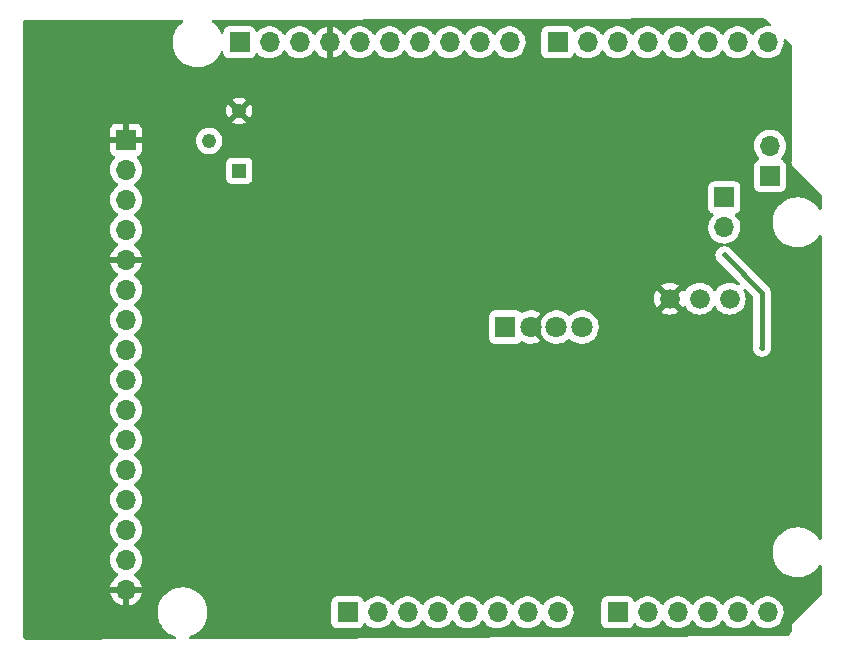
<source format=gbr>
%TF.GenerationSoftware,KiCad,Pcbnew,(6.0.8-1)-1*%
%TF.CreationDate,2022-11-16T22:41:14-08:00*%
%TF.ProjectId,osh-park-2-layer-kicad-5.99-drc-template,6f73682d-7061-4726-9b2d-322d6c617965,02*%
%TF.SameCoordinates,Original*%
%TF.FileFunction,Copper,L2,Bot*%
%TF.FilePolarity,Positive*%
%FSLAX46Y46*%
G04 Gerber Fmt 4.6, Leading zero omitted, Abs format (unit mm)*
G04 Created by KiCad (PCBNEW (6.0.8-1)-1) date 2022-11-16 22:41:14*
%MOMM*%
%LPD*%
G01*
G04 APERTURE LIST*
%TA.AperFunction,ComponentPad*%
%ADD10R,1.222000X1.222000*%
%TD*%
%TA.AperFunction,ComponentPad*%
%ADD11C,1.222000*%
%TD*%
%TA.AperFunction,ComponentPad*%
%ADD12R,1.700000X1.700000*%
%TD*%
%TA.AperFunction,ComponentPad*%
%ADD13O,1.700000X1.700000*%
%TD*%
%TA.AperFunction,ComponentPad*%
%ADD14R,1.800000X1.800000*%
%TD*%
%TA.AperFunction,ComponentPad*%
%ADD15C,1.800000*%
%TD*%
%TA.AperFunction,ComponentPad*%
%ADD16C,1.676400*%
%TD*%
%TA.AperFunction,ViaPad*%
%ADD17C,0.508000*%
%TD*%
%TA.AperFunction,Conductor*%
%ADD18C,0.450000*%
%TD*%
%TA.AperFunction,Conductor*%
%ADD19C,0.400000*%
%TD*%
%TA.AperFunction,Conductor*%
%ADD20C,0.152400*%
%TD*%
G04 APERTURE END LIST*
D10*
%TO.P,RV1,1,1*%
%TO.N,unconnected-(RV1-Pad1)*%
X138688281Y-74223478D03*
D11*
%TO.P,RV1,2,2*%
%TO.N,/POT*%
X136148281Y-71683478D03*
%TO.P,RV1,3,3*%
%TO.N,GND*%
X138688281Y-69143478D03*
%TD*%
D12*
%TO.P,J6,1,Pin_1*%
%TO.N,+5V*%
X183630604Y-74644607D03*
D13*
%TO.P,J6,2,Pin_2*%
%TO.N,/UNO_DP2*%
X183630604Y-72104607D03*
%TD*%
D12*
%TO.P,J5,1,Pin_1*%
%TO.N,Net-(D1-Pad1)*%
X179773182Y-76475507D03*
D13*
%TO.P,J5,2,Pin_2*%
%TO.N,GNDPWR*%
X179773182Y-79015507D03*
%TD*%
D12*
%TO.P,J1,1,Pin_1*%
%TO.N,unconnected-(J1-Pad1)*%
X147866658Y-111601644D03*
D13*
%TO.P,J1,2,Pin_2*%
%TO.N,unconnected-(J1-Pad2)*%
X150406658Y-111601644D03*
%TO.P,J1,3,Pin_3*%
%TO.N,unconnected-(J1-Pad3)*%
X152946658Y-111601644D03*
%TO.P,J1,4,Pin_4*%
%TO.N,unconnected-(J1-Pad4)*%
X155486658Y-111601644D03*
%TO.P,J1,5,Pin_5*%
%TO.N,+5V*%
X158026658Y-111601644D03*
%TO.P,J1,6,Pin_6*%
%TO.N,GNDPWR*%
X160566658Y-111601644D03*
%TO.P,J1,7,Pin_7*%
X163106658Y-111601644D03*
%TO.P,J1,8,Pin_8*%
%TO.N,unconnected-(J1-Pad8)*%
X165646658Y-111601644D03*
%TD*%
D12*
%TO.P,J2,1,Pin_1*%
%TO.N,unconnected-(J2-Pad1)*%
X138722658Y-63341644D03*
D13*
%TO.P,J2,2,Pin_2*%
%TO.N,unconnected-(J2-Pad2)*%
X141262658Y-63341644D03*
%TO.P,J2,3,Pin_3*%
%TO.N,unconnected-(J2-Pad3)*%
X143802658Y-63341644D03*
%TO.P,J2,4,Pin_4*%
%TO.N,GND*%
X146342658Y-63341644D03*
%TO.P,J2,5,Pin_5*%
%TO.N,/UNO_DP13*%
X148882658Y-63341644D03*
%TO.P,J2,6,Pin_6*%
%TO.N,/UNO_DP12*%
X151422658Y-63341644D03*
%TO.P,J2,7,Pin_7*%
%TO.N,/UNO_DP11*%
X153962658Y-63341644D03*
%TO.P,J2,8,Pin_8*%
%TO.N,/UNO_DP10*%
X156502658Y-63341644D03*
%TO.P,J2,9,Pin_9*%
%TO.N,/UNO_DP9*%
X159042658Y-63341644D03*
%TO.P,J2,10,Pin_10*%
%TO.N,/UNO_DP8*%
X161582658Y-63341644D03*
%TD*%
D12*
%TO.P,J4,1,Pin_1*%
%TO.N,/UNO_DP7*%
X165646658Y-63341644D03*
D13*
%TO.P,J4,2,Pin_2*%
%TO.N,/UNO_DP6*%
X168186658Y-63341644D03*
%TO.P,J4,3,Pin_3*%
%TO.N,/UNO_DP5*%
X170726658Y-63341644D03*
%TO.P,J4,4,Pin_4*%
%TO.N,/UNO_DP4*%
X173266658Y-63341644D03*
%TO.P,J4,5,Pin_5*%
%TO.N,/UNO_DP3*%
X175806658Y-63341644D03*
%TO.P,J4,6,Pin_6*%
%TO.N,/UNO_DP2*%
X178346658Y-63341644D03*
%TO.P,J4,7,Pin_7*%
%TO.N,unconnected-(J4-Pad7)*%
X180886658Y-63341644D03*
%TO.P,J4,8,Pin_8*%
%TO.N,unconnected-(J4-Pad8)*%
X183426658Y-63341644D03*
%TD*%
D14*
%TO.P,D2,1,BK*%
%TO.N,Net-(D2-Pad1)*%
X161238442Y-87446985D03*
D15*
%TO.P,D2,2,A*%
%TO.N,GND*%
X163397442Y-87446985D03*
%TO.P,D2,3,RK*%
%TO.N,Net-(D2-Pad3)*%
X165556442Y-87446985D03*
%TO.P,D2,4,GK*%
%TO.N,Net-(D2-Pad4)*%
X167715442Y-87446985D03*
%TD*%
D12*
%TO.P,J3,1,Pin_1*%
%TO.N,unconnected-(J3-Pad1)*%
X170726658Y-111601644D03*
D13*
%TO.P,J3,2,Pin_2*%
%TO.N,unconnected-(J3-Pad2)*%
X173266658Y-111601644D03*
%TO.P,J3,3,Pin_3*%
%TO.N,unconnected-(J3-Pad3)*%
X175806658Y-111601644D03*
%TO.P,J3,4,Pin_4*%
%TO.N,unconnected-(J3-Pad4)*%
X178346658Y-111601644D03*
%TO.P,J3,5,Pin_5*%
%TO.N,unconnected-(J3-Pad5)*%
X180886658Y-111601644D03*
%TO.P,J3,6,Pin_6*%
%TO.N,unconnected-(J3-Pad6)*%
X183426658Y-111601644D03*
%TD*%
D12*
%TO.P,J7,1,Pin_1*%
%TO.N,GND*%
X129116243Y-71587024D03*
D13*
%TO.P,J7,2,Pin_2*%
%TO.N,+5V*%
X129116243Y-74127024D03*
%TO.P,J7,3,Pin_3*%
%TO.N,/POT*%
X129116243Y-76667024D03*
%TO.P,J7,4,Pin_4*%
%TO.N,/UNO_DP13*%
X129116243Y-79207024D03*
%TO.P,J7,5,Pin_5*%
%TO.N,GND*%
X129116243Y-81747024D03*
%TO.P,J7,6,Pin_6*%
%TO.N,/UNO_DP12*%
X129116243Y-84287024D03*
%TO.P,J7,7,Pin_7*%
%TO.N,unconnected-(J7-Pad7)*%
X129116243Y-86827024D03*
%TO.P,J7,8,Pin_8*%
%TO.N,unconnected-(J7-Pad8)*%
X129116243Y-89367024D03*
%TO.P,J7,9,Pin_9*%
%TO.N,unconnected-(J7-Pad9)*%
X129116243Y-91907024D03*
%TO.P,J7,10,Pin_10*%
%TO.N,unconnected-(J7-Pad10)*%
X129116243Y-94447024D03*
%TO.P,J7,11,Pin_11*%
%TO.N,/UNO_DP11*%
X129116243Y-96987024D03*
%TO.P,J7,12,Pin_12*%
%TO.N,/UNO_DP10*%
X129116243Y-99527024D03*
%TO.P,J7,13,Pin_13*%
%TO.N,/UNO_DP9*%
X129116243Y-102067024D03*
%TO.P,J7,14,Pin_14*%
%TO.N,/UNO_DP8*%
X129116243Y-104607024D03*
%TO.P,J7,15,Pin_15*%
%TO.N,+5V*%
X129116243Y-107147024D03*
%TO.P,J7,16,Pin_16*%
%TO.N,GND*%
X129116243Y-109687024D03*
%TD*%
D16*
%TO.P,SW1,1,A*%
%TO.N,GND*%
X175142885Y-85033657D03*
%TO.P,SW1,2,B*%
%TO.N,/UNO_DP4*%
X177682885Y-85033657D03*
%TO.P,SW1,3,C*%
%TO.N,+5V*%
X180222885Y-85033657D03*
%TD*%
D17*
%TO.N,GND*%
X184322622Y-98832407D03*
X144206887Y-96908482D03*
X140623810Y-104658002D03*
X158179821Y-102022329D03*
X141783055Y-108747826D03*
X125618215Y-68742698D03*
X184322622Y-101372407D03*
X138997367Y-104705838D03*
X168225495Y-96903819D03*
X169851937Y-96908482D03*
X156266359Y-99482329D03*
X184324986Y-96793185D03*
X168208303Y-91659802D03*
X136956816Y-104732752D03*
X146746887Y-104528482D03*
X168225495Y-94363819D03*
X176897738Y-101459251D03*
X162437273Y-99530165D03*
X154326831Y-92311231D03*
X164542081Y-102022329D03*
X156266359Y-102022329D03*
X154366887Y-101988482D03*
X181141524Y-67626785D03*
X156266359Y-94402329D03*
X172135645Y-75068201D03*
X137137001Y-77270621D03*
X146746887Y-94368482D03*
X152001251Y-87229840D03*
X180722296Y-101393832D03*
X152393441Y-108829509D03*
X149333889Y-92313173D03*
X125618215Y-66202698D03*
X164542081Y-99482329D03*
X122679337Y-109533336D03*
X143416845Y-66641836D03*
X142441598Y-104610165D03*
X146222527Y-108781673D03*
X151826887Y-94368482D03*
X128158215Y-66202698D03*
X166312033Y-99443819D03*
X156266359Y-104562329D03*
X122679337Y-84133336D03*
X175229592Y-108949553D03*
X144323055Y-108747826D03*
X122679337Y-68893336D03*
X171765399Y-94373145D03*
X137245931Y-66594000D03*
X122679337Y-76513336D03*
X178969837Y-106459843D03*
X154407439Y-89727193D03*
X138997367Y-102165838D03*
X122679337Y-91753336D03*
X182621768Y-109047679D03*
X158179821Y-94402329D03*
X122679337Y-81593336D03*
X122679337Y-79053336D03*
X151826887Y-99448482D03*
X160221627Y-92104480D03*
X178969837Y-103919843D03*
X158179821Y-104562329D03*
X172135645Y-72528201D03*
X130698215Y-68742698D03*
X122679337Y-96833336D03*
X160284629Y-94450165D03*
X182621768Y-106507679D03*
X164542081Y-94402329D03*
X166312033Y-96903819D03*
X166372113Y-72608584D03*
X182621768Y-98887679D03*
X156320901Y-87187193D03*
X137171404Y-81446616D03*
X182621768Y-103967679D03*
X138997367Y-99625838D03*
X182654477Y-94841940D03*
X136956816Y-102192752D03*
X162437273Y-94450165D03*
X176865029Y-106507679D03*
X144206887Y-99448482D03*
X168225495Y-99443819D03*
X122679337Y-101913336D03*
X154366887Y-94368482D03*
X176865029Y-103967679D03*
X142217001Y-77270621D03*
X122679337Y-112073336D03*
X175229592Y-103869553D03*
X154366887Y-104528482D03*
X122679337Y-99373336D03*
X149286887Y-104528482D03*
X146746887Y-101988482D03*
X184322622Y-103912407D03*
X184355331Y-94786668D03*
X179056515Y-98940678D03*
X144206887Y-101988482D03*
X164542081Y-96942329D03*
X166312033Y-94363819D03*
X142251404Y-81446616D03*
X122679337Y-63813336D03*
X182624132Y-96848457D03*
X171206416Y-106442262D03*
X134631404Y-81446616D03*
X151826887Y-101988482D03*
X148135989Y-108781673D03*
X139711404Y-81446616D03*
X128158215Y-63662698D03*
X169851937Y-94368482D03*
X162437273Y-104610165D03*
X150240797Y-108829509D03*
X144206887Y-104528482D03*
X130698215Y-63662698D03*
X160284629Y-99530165D03*
X156226303Y-92345078D03*
X178969837Y-108999843D03*
X122679337Y-86673336D03*
X151873889Y-92313173D03*
X142441598Y-96990165D03*
X180722296Y-109013832D03*
X122679337Y-71433336D03*
X173124784Y-103917389D03*
X130698215Y-66202698D03*
X182621768Y-101427679D03*
X122679337Y-104453336D03*
X122679337Y-106993336D03*
X122679337Y-94293336D03*
X149286887Y-94368482D03*
X180722296Y-106473832D03*
X180724660Y-96814610D03*
X173124784Y-108997389D03*
X166372113Y-75148584D03*
X146746887Y-99448482D03*
X146793889Y-92313173D03*
X141264201Y-66641836D03*
X128158215Y-68742698D03*
X135346459Y-66560153D03*
X125618215Y-63662698D03*
X171206416Y-108982262D03*
X179056515Y-101426542D03*
X175229592Y-106409553D03*
X122679337Y-66353336D03*
X160284629Y-104610165D03*
X149286887Y-99448482D03*
X142441598Y-102070165D03*
X180722296Y-98853832D03*
X173124784Y-106457389D03*
X142441598Y-99530165D03*
X151826887Y-104528482D03*
X122679337Y-89213336D03*
X134597001Y-77270621D03*
X154366887Y-99448482D03*
X158179821Y-99482329D03*
X175196883Y-101524669D03*
X139159393Y-66594000D03*
X140623810Y-99578002D03*
X154407439Y-87187193D03*
X144321214Y-94416318D03*
X139243055Y-108747826D03*
X152001251Y-89769840D03*
X156320901Y-89727193D03*
X140623810Y-102118002D03*
X176865029Y-109047679D03*
X149286887Y-101988482D03*
X139677001Y-77270621D03*
X160284629Y-102070165D03*
X145521653Y-66594000D03*
X122679337Y-73973336D03*
X180722296Y-103933832D03*
X162437273Y-102070165D03*
%TO.N,GNDPWR*%
X179787141Y-81373283D03*
X182965482Y-89187907D03*
%TD*%
D18*
%TO.N,GNDPWR*%
X182956786Y-84537340D02*
X179792729Y-81373283D01*
D19*
X182968475Y-89187906D02*
X182965927Y-89190454D01*
D18*
X179792729Y-81373283D02*
X179787141Y-81373283D01*
D20*
X182956786Y-84537340D02*
X182956786Y-84537814D01*
D18*
X182963480Y-84538545D02*
X182969655Y-84538545D01*
X182968475Y-84524743D02*
X182968475Y-89187906D01*
%TD*%
%TA.AperFunction,Conductor*%
%TO.N,GND*%
G36*
X183232319Y-61330590D02*
G01*
X183253535Y-61347648D01*
X183679700Y-61773813D01*
X183713726Y-61836125D01*
X183708661Y-61906940D01*
X183666114Y-61963776D01*
X183599594Y-61988587D01*
X183568513Y-61986955D01*
X183554942Y-61984538D01*
X183481110Y-61983636D01*
X183336739Y-61981872D01*
X183336737Y-61981872D01*
X183331569Y-61981809D01*
X183110749Y-62015599D01*
X182898414Y-62085001D01*
X182700265Y-62188151D01*
X182696132Y-62191254D01*
X182696129Y-62191256D01*
X182525758Y-62319174D01*
X182521623Y-62322279D01*
X182518051Y-62326017D01*
X182410387Y-62438681D01*
X182367287Y-62483782D01*
X182259859Y-62641265D01*
X182204951Y-62686265D01*
X182134426Y-62694436D01*
X182070679Y-62663182D01*
X182049982Y-62638698D01*
X181969480Y-62514261D01*
X181969478Y-62514258D01*
X181966672Y-62509921D01*
X181816328Y-62344695D01*
X181812277Y-62341496D01*
X181812273Y-62341492D01*
X181645072Y-62209444D01*
X181645068Y-62209442D01*
X181641017Y-62206242D01*
X181604686Y-62186186D01*
X181588794Y-62177413D01*
X181445447Y-62098282D01*
X181440578Y-62096558D01*
X181440574Y-62096556D01*
X181239745Y-62025439D01*
X181239741Y-62025438D01*
X181234870Y-62023713D01*
X181229777Y-62022806D01*
X181229774Y-62022805D01*
X181020031Y-61985444D01*
X181020025Y-61985443D01*
X181014942Y-61984538D01*
X180941110Y-61983636D01*
X180796739Y-61981872D01*
X180796737Y-61981872D01*
X180791569Y-61981809D01*
X180570749Y-62015599D01*
X180358414Y-62085001D01*
X180160265Y-62188151D01*
X180156132Y-62191254D01*
X180156129Y-62191256D01*
X179985758Y-62319174D01*
X179981623Y-62322279D01*
X179978051Y-62326017D01*
X179870387Y-62438681D01*
X179827287Y-62483782D01*
X179719859Y-62641265D01*
X179664951Y-62686265D01*
X179594426Y-62694436D01*
X179530679Y-62663182D01*
X179509982Y-62638698D01*
X179429480Y-62514261D01*
X179429478Y-62514258D01*
X179426672Y-62509921D01*
X179276328Y-62344695D01*
X179272277Y-62341496D01*
X179272273Y-62341492D01*
X179105072Y-62209444D01*
X179105068Y-62209442D01*
X179101017Y-62206242D01*
X179064686Y-62186186D01*
X179048794Y-62177413D01*
X178905447Y-62098282D01*
X178900578Y-62096558D01*
X178900574Y-62096556D01*
X178699745Y-62025439D01*
X178699741Y-62025438D01*
X178694870Y-62023713D01*
X178689777Y-62022806D01*
X178689774Y-62022805D01*
X178480031Y-61985444D01*
X178480025Y-61985443D01*
X178474942Y-61984538D01*
X178401110Y-61983636D01*
X178256739Y-61981872D01*
X178256737Y-61981872D01*
X178251569Y-61981809D01*
X178030749Y-62015599D01*
X177818414Y-62085001D01*
X177620265Y-62188151D01*
X177616132Y-62191254D01*
X177616129Y-62191256D01*
X177445758Y-62319174D01*
X177441623Y-62322279D01*
X177438051Y-62326017D01*
X177330387Y-62438681D01*
X177287287Y-62483782D01*
X177179859Y-62641265D01*
X177124951Y-62686265D01*
X177054426Y-62694436D01*
X176990679Y-62663182D01*
X176969982Y-62638698D01*
X176889480Y-62514261D01*
X176889478Y-62514258D01*
X176886672Y-62509921D01*
X176736328Y-62344695D01*
X176732277Y-62341496D01*
X176732273Y-62341492D01*
X176565072Y-62209444D01*
X176565068Y-62209442D01*
X176561017Y-62206242D01*
X176524686Y-62186186D01*
X176508794Y-62177413D01*
X176365447Y-62098282D01*
X176360578Y-62096558D01*
X176360574Y-62096556D01*
X176159745Y-62025439D01*
X176159741Y-62025438D01*
X176154870Y-62023713D01*
X176149777Y-62022806D01*
X176149774Y-62022805D01*
X175940031Y-61985444D01*
X175940025Y-61985443D01*
X175934942Y-61984538D01*
X175861110Y-61983636D01*
X175716739Y-61981872D01*
X175716737Y-61981872D01*
X175711569Y-61981809D01*
X175490749Y-62015599D01*
X175278414Y-62085001D01*
X175080265Y-62188151D01*
X175076132Y-62191254D01*
X175076129Y-62191256D01*
X174905758Y-62319174D01*
X174901623Y-62322279D01*
X174898051Y-62326017D01*
X174790387Y-62438681D01*
X174747287Y-62483782D01*
X174639859Y-62641265D01*
X174584951Y-62686265D01*
X174514426Y-62694436D01*
X174450679Y-62663182D01*
X174429982Y-62638698D01*
X174349480Y-62514261D01*
X174349478Y-62514258D01*
X174346672Y-62509921D01*
X174196328Y-62344695D01*
X174192277Y-62341496D01*
X174192273Y-62341492D01*
X174025072Y-62209444D01*
X174025068Y-62209442D01*
X174021017Y-62206242D01*
X173984686Y-62186186D01*
X173968794Y-62177413D01*
X173825447Y-62098282D01*
X173820578Y-62096558D01*
X173820574Y-62096556D01*
X173619745Y-62025439D01*
X173619741Y-62025438D01*
X173614870Y-62023713D01*
X173609777Y-62022806D01*
X173609774Y-62022805D01*
X173400031Y-61985444D01*
X173400025Y-61985443D01*
X173394942Y-61984538D01*
X173321110Y-61983636D01*
X173176739Y-61981872D01*
X173176737Y-61981872D01*
X173171569Y-61981809D01*
X172950749Y-62015599D01*
X172738414Y-62085001D01*
X172540265Y-62188151D01*
X172536132Y-62191254D01*
X172536129Y-62191256D01*
X172365758Y-62319174D01*
X172361623Y-62322279D01*
X172358051Y-62326017D01*
X172250387Y-62438681D01*
X172207287Y-62483782D01*
X172099859Y-62641265D01*
X172044951Y-62686265D01*
X171974426Y-62694436D01*
X171910679Y-62663182D01*
X171889982Y-62638698D01*
X171809480Y-62514261D01*
X171809478Y-62514258D01*
X171806672Y-62509921D01*
X171656328Y-62344695D01*
X171652277Y-62341496D01*
X171652273Y-62341492D01*
X171485072Y-62209444D01*
X171485068Y-62209442D01*
X171481017Y-62206242D01*
X171444686Y-62186186D01*
X171428794Y-62177413D01*
X171285447Y-62098282D01*
X171280578Y-62096558D01*
X171280574Y-62096556D01*
X171079745Y-62025439D01*
X171079741Y-62025438D01*
X171074870Y-62023713D01*
X171069777Y-62022806D01*
X171069774Y-62022805D01*
X170860031Y-61985444D01*
X170860025Y-61985443D01*
X170854942Y-61984538D01*
X170781110Y-61983636D01*
X170636739Y-61981872D01*
X170636737Y-61981872D01*
X170631569Y-61981809D01*
X170410749Y-62015599D01*
X170198414Y-62085001D01*
X170000265Y-62188151D01*
X169996132Y-62191254D01*
X169996129Y-62191256D01*
X169825758Y-62319174D01*
X169821623Y-62322279D01*
X169818051Y-62326017D01*
X169710387Y-62438681D01*
X169667287Y-62483782D01*
X169559859Y-62641265D01*
X169504951Y-62686265D01*
X169434426Y-62694436D01*
X169370679Y-62663182D01*
X169349982Y-62638698D01*
X169269480Y-62514261D01*
X169269478Y-62514258D01*
X169266672Y-62509921D01*
X169116328Y-62344695D01*
X169112277Y-62341496D01*
X169112273Y-62341492D01*
X168945072Y-62209444D01*
X168945068Y-62209442D01*
X168941017Y-62206242D01*
X168904686Y-62186186D01*
X168888794Y-62177413D01*
X168745447Y-62098282D01*
X168740578Y-62096558D01*
X168740574Y-62096556D01*
X168539745Y-62025439D01*
X168539741Y-62025438D01*
X168534870Y-62023713D01*
X168529777Y-62022806D01*
X168529774Y-62022805D01*
X168320031Y-61985444D01*
X168320025Y-61985443D01*
X168314942Y-61984538D01*
X168241110Y-61983636D01*
X168096739Y-61981872D01*
X168096737Y-61981872D01*
X168091569Y-61981809D01*
X167870749Y-62015599D01*
X167658414Y-62085001D01*
X167460265Y-62188151D01*
X167456132Y-62191254D01*
X167456129Y-62191256D01*
X167285758Y-62319174D01*
X167281623Y-62322279D01*
X167225195Y-62381328D01*
X167200941Y-62406708D01*
X167139417Y-62442138D01*
X167068504Y-62438681D01*
X167010718Y-62397435D01*
X166991865Y-62363887D01*
X166950425Y-62253347D01*
X166947273Y-62244939D01*
X166859919Y-62128383D01*
X166743363Y-62041029D01*
X166606974Y-61989899D01*
X166544792Y-61983144D01*
X164748524Y-61983144D01*
X164686342Y-61989899D01*
X164549953Y-62041029D01*
X164433397Y-62128383D01*
X164346043Y-62244939D01*
X164294913Y-62381328D01*
X164288158Y-62443510D01*
X164288158Y-64239778D01*
X164294913Y-64301960D01*
X164346043Y-64438349D01*
X164433397Y-64554905D01*
X164549953Y-64642259D01*
X164686342Y-64693389D01*
X164748524Y-64700144D01*
X166544792Y-64700144D01*
X166606974Y-64693389D01*
X166743363Y-64642259D01*
X166859919Y-64554905D01*
X166947273Y-64438349D01*
X166969457Y-64379173D01*
X166991256Y-64321026D01*
X167033898Y-64264262D01*
X167100460Y-64239562D01*
X167169808Y-64254770D01*
X167204475Y-64282758D01*
X167232908Y-64315582D01*
X167404784Y-64458276D01*
X167597658Y-64570982D01*
X167806350Y-64650674D01*
X167811418Y-64651705D01*
X167811421Y-64651706D01*
X167906520Y-64671054D01*
X168025255Y-64695211D01*
X168030430Y-64695401D01*
X168030432Y-64695401D01*
X168243331Y-64703208D01*
X168243335Y-64703208D01*
X168248495Y-64703397D01*
X168253615Y-64702741D01*
X168253617Y-64702741D01*
X168464946Y-64675669D01*
X168464947Y-64675669D01*
X168470074Y-64675012D01*
X168475024Y-64673527D01*
X168679087Y-64612305D01*
X168679092Y-64612303D01*
X168684042Y-64610818D01*
X168884652Y-64512540D01*
X169066518Y-64382817D01*
X169224754Y-64225133D01*
X169355111Y-64043721D01*
X169356434Y-64044672D01*
X169403303Y-64001501D01*
X169473238Y-63989269D01*
X169538684Y-64016788D01*
X169566533Y-64048638D01*
X169626645Y-64146732D01*
X169772908Y-64315582D01*
X169944784Y-64458276D01*
X170137658Y-64570982D01*
X170346350Y-64650674D01*
X170351418Y-64651705D01*
X170351421Y-64651706D01*
X170446520Y-64671054D01*
X170565255Y-64695211D01*
X170570430Y-64695401D01*
X170570432Y-64695401D01*
X170783331Y-64703208D01*
X170783335Y-64703208D01*
X170788495Y-64703397D01*
X170793615Y-64702741D01*
X170793617Y-64702741D01*
X171004946Y-64675669D01*
X171004947Y-64675669D01*
X171010074Y-64675012D01*
X171015024Y-64673527D01*
X171219087Y-64612305D01*
X171219092Y-64612303D01*
X171224042Y-64610818D01*
X171424652Y-64512540D01*
X171606518Y-64382817D01*
X171764754Y-64225133D01*
X171895111Y-64043721D01*
X171896434Y-64044672D01*
X171943303Y-64001501D01*
X172013238Y-63989269D01*
X172078684Y-64016788D01*
X172106533Y-64048638D01*
X172166645Y-64146732D01*
X172312908Y-64315582D01*
X172484784Y-64458276D01*
X172677658Y-64570982D01*
X172886350Y-64650674D01*
X172891418Y-64651705D01*
X172891421Y-64651706D01*
X172986520Y-64671054D01*
X173105255Y-64695211D01*
X173110430Y-64695401D01*
X173110432Y-64695401D01*
X173323331Y-64703208D01*
X173323335Y-64703208D01*
X173328495Y-64703397D01*
X173333615Y-64702741D01*
X173333617Y-64702741D01*
X173544946Y-64675669D01*
X173544947Y-64675669D01*
X173550074Y-64675012D01*
X173555024Y-64673527D01*
X173759087Y-64612305D01*
X173759092Y-64612303D01*
X173764042Y-64610818D01*
X173964652Y-64512540D01*
X174146518Y-64382817D01*
X174304754Y-64225133D01*
X174435111Y-64043721D01*
X174436434Y-64044672D01*
X174483303Y-64001501D01*
X174553238Y-63989269D01*
X174618684Y-64016788D01*
X174646533Y-64048638D01*
X174706645Y-64146732D01*
X174852908Y-64315582D01*
X175024784Y-64458276D01*
X175217658Y-64570982D01*
X175426350Y-64650674D01*
X175431418Y-64651705D01*
X175431421Y-64651706D01*
X175526520Y-64671054D01*
X175645255Y-64695211D01*
X175650430Y-64695401D01*
X175650432Y-64695401D01*
X175863331Y-64703208D01*
X175863335Y-64703208D01*
X175868495Y-64703397D01*
X175873615Y-64702741D01*
X175873617Y-64702741D01*
X176084946Y-64675669D01*
X176084947Y-64675669D01*
X176090074Y-64675012D01*
X176095024Y-64673527D01*
X176299087Y-64612305D01*
X176299092Y-64612303D01*
X176304042Y-64610818D01*
X176504652Y-64512540D01*
X176686518Y-64382817D01*
X176844754Y-64225133D01*
X176975111Y-64043721D01*
X176976434Y-64044672D01*
X177023303Y-64001501D01*
X177093238Y-63989269D01*
X177158684Y-64016788D01*
X177186533Y-64048638D01*
X177246645Y-64146732D01*
X177392908Y-64315582D01*
X177564784Y-64458276D01*
X177757658Y-64570982D01*
X177966350Y-64650674D01*
X177971418Y-64651705D01*
X177971421Y-64651706D01*
X178066520Y-64671054D01*
X178185255Y-64695211D01*
X178190430Y-64695401D01*
X178190432Y-64695401D01*
X178403331Y-64703208D01*
X178403335Y-64703208D01*
X178408495Y-64703397D01*
X178413615Y-64702741D01*
X178413617Y-64702741D01*
X178624946Y-64675669D01*
X178624947Y-64675669D01*
X178630074Y-64675012D01*
X178635024Y-64673527D01*
X178839087Y-64612305D01*
X178839092Y-64612303D01*
X178844042Y-64610818D01*
X179044652Y-64512540D01*
X179226518Y-64382817D01*
X179384754Y-64225133D01*
X179515111Y-64043721D01*
X179516434Y-64044672D01*
X179563303Y-64001501D01*
X179633238Y-63989269D01*
X179698684Y-64016788D01*
X179726533Y-64048638D01*
X179786645Y-64146732D01*
X179932908Y-64315582D01*
X180104784Y-64458276D01*
X180297658Y-64570982D01*
X180506350Y-64650674D01*
X180511418Y-64651705D01*
X180511421Y-64651706D01*
X180606520Y-64671054D01*
X180725255Y-64695211D01*
X180730430Y-64695401D01*
X180730432Y-64695401D01*
X180943331Y-64703208D01*
X180943335Y-64703208D01*
X180948495Y-64703397D01*
X180953615Y-64702741D01*
X180953617Y-64702741D01*
X181164946Y-64675669D01*
X181164947Y-64675669D01*
X181170074Y-64675012D01*
X181175024Y-64673527D01*
X181379087Y-64612305D01*
X181379092Y-64612303D01*
X181384042Y-64610818D01*
X181584652Y-64512540D01*
X181766518Y-64382817D01*
X181924754Y-64225133D01*
X182055111Y-64043721D01*
X182056434Y-64044672D01*
X182103303Y-64001501D01*
X182173238Y-63989269D01*
X182238684Y-64016788D01*
X182266533Y-64048638D01*
X182326645Y-64146732D01*
X182472908Y-64315582D01*
X182644784Y-64458276D01*
X182837658Y-64570982D01*
X183046350Y-64650674D01*
X183051418Y-64651705D01*
X183051421Y-64651706D01*
X183146520Y-64671054D01*
X183265255Y-64695211D01*
X183270430Y-64695401D01*
X183270432Y-64695401D01*
X183483331Y-64703208D01*
X183483335Y-64703208D01*
X183488495Y-64703397D01*
X183493615Y-64702741D01*
X183493617Y-64702741D01*
X183704946Y-64675669D01*
X183704947Y-64675669D01*
X183710074Y-64675012D01*
X183715024Y-64673527D01*
X183919087Y-64612305D01*
X183919092Y-64612303D01*
X183924042Y-64610818D01*
X184124652Y-64512540D01*
X184306518Y-64382817D01*
X184464754Y-64225133D01*
X184595111Y-64043721D01*
X184600637Y-64032541D01*
X184691794Y-63848097D01*
X184691795Y-63848095D01*
X184694088Y-63843455D01*
X184759028Y-63629713D01*
X184788187Y-63408234D01*
X184788269Y-63404884D01*
X184789732Y-63345009D01*
X184789732Y-63345005D01*
X184789814Y-63341644D01*
X184776948Y-63185152D01*
X184791301Y-63115623D01*
X184835348Y-63070629D01*
X185343581Y-63712605D01*
X185458158Y-69413451D01*
X185458158Y-73430572D01*
X185456803Y-73442702D01*
X185457285Y-73442741D01*
X185456565Y-73451688D01*
X185454584Y-73460444D01*
X185455140Y-73469404D01*
X185457916Y-73514152D01*
X185458158Y-73521954D01*
X185458158Y-73538157D01*
X185458794Y-73542597D01*
X185459642Y-73548522D01*
X185460671Y-73558572D01*
X185461029Y-73564344D01*
X185463603Y-73605821D01*
X185466652Y-73614267D01*
X185467251Y-73617158D01*
X185471480Y-73634124D01*
X185472306Y-73636949D01*
X185473578Y-73645831D01*
X185493180Y-73688942D01*
X185496985Y-73698291D01*
X185513062Y-73742825D01*
X185518357Y-73750073D01*
X185519738Y-73752671D01*
X185528573Y-73767789D01*
X185530152Y-73770258D01*
X185533866Y-73778426D01*
X185539722Y-73785222D01*
X185546173Y-73792709D01*
X185564026Y-74680976D01*
X187998158Y-76742095D01*
X187998158Y-77414280D01*
X187978156Y-77482401D01*
X187924500Y-77528894D01*
X187854226Y-77538998D01*
X187789646Y-77509504D01*
X187764042Y-77478986D01*
X187762264Y-77476014D01*
X187702097Y-77375483D01*
X187522345Y-77151116D01*
X187313807Y-76953221D01*
X187080341Y-76785458D01*
X187058501Y-76773894D01*
X187035312Y-76761616D01*
X186826266Y-76650932D01*
X186556285Y-76552133D01*
X186275394Y-76490889D01*
X186244343Y-76488445D01*
X186052376Y-76473337D01*
X186052367Y-76473337D01*
X186049919Y-76473144D01*
X185894387Y-76473144D01*
X185892251Y-76473290D01*
X185892240Y-76473290D01*
X185684110Y-76487479D01*
X185684104Y-76487480D01*
X185679833Y-76487771D01*
X185675638Y-76488640D01*
X185675636Y-76488640D01*
X185539075Y-76516920D01*
X185398316Y-76546070D01*
X185127315Y-76642037D01*
X184871846Y-76773894D01*
X184868345Y-76776355D01*
X184868341Y-76776357D01*
X184858252Y-76783448D01*
X184636635Y-76939203D01*
X184618375Y-76956171D01*
X184485713Y-77079449D01*
X184426036Y-77134904D01*
X184243945Y-77357376D01*
X184093731Y-77602502D01*
X184092005Y-77606435D01*
X184092004Y-77606436D01*
X184016133Y-77779275D01*
X183978175Y-77865746D01*
X183899414Y-78142238D01*
X183889760Y-78210075D01*
X183866132Y-78376097D01*
X183858907Y-78426860D01*
X183858885Y-78431149D01*
X183858884Y-78431156D01*
X183858098Y-78581227D01*
X183857401Y-78714347D01*
X183857960Y-78718591D01*
X183857960Y-78718595D01*
X183863421Y-78760077D01*
X183894926Y-78999378D01*
X183970787Y-79276680D01*
X183972471Y-79280628D01*
X184075409Y-79521960D01*
X184083581Y-79541120D01*
X184127596Y-79614663D01*
X184207864Y-79748781D01*
X184231219Y-79787805D01*
X184410971Y-80012172D01*
X184533907Y-80128834D01*
X184588839Y-80180962D01*
X184619509Y-80210067D01*
X184852975Y-80377830D01*
X184856770Y-80379839D01*
X184856771Y-80379840D01*
X184878527Y-80391359D01*
X185107050Y-80512356D01*
X185183662Y-80540392D01*
X185372629Y-80609544D01*
X185377031Y-80611155D01*
X185657922Y-80672399D01*
X185686499Y-80674648D01*
X185880940Y-80689951D01*
X185880949Y-80689951D01*
X185883397Y-80690144D01*
X186038929Y-80690144D01*
X186041065Y-80689998D01*
X186041076Y-80689998D01*
X186249206Y-80675809D01*
X186249212Y-80675808D01*
X186253483Y-80675517D01*
X186257678Y-80674648D01*
X186257680Y-80674648D01*
X186480067Y-80628594D01*
X186535000Y-80617218D01*
X186806001Y-80521251D01*
X187039650Y-80400656D01*
X187057663Y-80391359D01*
X187057664Y-80391359D01*
X187061470Y-80389394D01*
X187064971Y-80386933D01*
X187064975Y-80386931D01*
X187208346Y-80286168D01*
X187296681Y-80224085D01*
X187436496Y-80094161D01*
X187504137Y-80031305D01*
X187504139Y-80031302D01*
X187507280Y-80028384D01*
X187689371Y-79805912D01*
X187764725Y-79682946D01*
X187817373Y-79635315D01*
X187887415Y-79623708D01*
X187952612Y-79651811D01*
X187992266Y-79710702D01*
X187998158Y-79748781D01*
X187998158Y-105354280D01*
X187978156Y-105422401D01*
X187924500Y-105468894D01*
X187854226Y-105478998D01*
X187789646Y-105449504D01*
X187764042Y-105418986D01*
X187762264Y-105416014D01*
X187702097Y-105315483D01*
X187522345Y-105091116D01*
X187313807Y-104893221D01*
X187080341Y-104725458D01*
X187058501Y-104713894D01*
X186976098Y-104670264D01*
X186826266Y-104590932D01*
X186556285Y-104492133D01*
X186275394Y-104430889D01*
X186244343Y-104428445D01*
X186052376Y-104413337D01*
X186052367Y-104413337D01*
X186049919Y-104413144D01*
X185894387Y-104413144D01*
X185892251Y-104413290D01*
X185892240Y-104413290D01*
X185684110Y-104427479D01*
X185684104Y-104427480D01*
X185679833Y-104427771D01*
X185675638Y-104428640D01*
X185675636Y-104428640D01*
X185539074Y-104456921D01*
X185398316Y-104486070D01*
X185127315Y-104582037D01*
X184871846Y-104713894D01*
X184868345Y-104716355D01*
X184868341Y-104716357D01*
X184858252Y-104723448D01*
X184636635Y-104879203D01*
X184618375Y-104896171D01*
X184485713Y-105019449D01*
X184426036Y-105074904D01*
X184243945Y-105297376D01*
X184093731Y-105542502D01*
X183978175Y-105805746D01*
X183899414Y-106082238D01*
X183858907Y-106366860D01*
X183858885Y-106371149D01*
X183858884Y-106371156D01*
X183857423Y-106650061D01*
X183857401Y-106654347D01*
X183894926Y-106939378D01*
X183970787Y-107216680D01*
X183972471Y-107220628D01*
X184066062Y-107440047D01*
X184083581Y-107481120D01*
X184127596Y-107554663D01*
X184207864Y-107688781D01*
X184231219Y-107727805D01*
X184410971Y-107952172D01*
X184534369Y-108069272D01*
X184588839Y-108120962D01*
X184619509Y-108150067D01*
X184852975Y-108317830D01*
X184856770Y-108319839D01*
X184856771Y-108319840D01*
X184878527Y-108331359D01*
X185107050Y-108452356D01*
X185183662Y-108480392D01*
X185372629Y-108549544D01*
X185377031Y-108551155D01*
X185657922Y-108612399D01*
X185686499Y-108614648D01*
X185880940Y-108629951D01*
X185880949Y-108629951D01*
X185883397Y-108630144D01*
X186038929Y-108630144D01*
X186041065Y-108629998D01*
X186041076Y-108629998D01*
X186249206Y-108615809D01*
X186249212Y-108615808D01*
X186253483Y-108615517D01*
X186257678Y-108614648D01*
X186257680Y-108614648D01*
X186394242Y-108586367D01*
X186535000Y-108557218D01*
X186806001Y-108461251D01*
X187061470Y-108329394D01*
X187064971Y-108326933D01*
X187064975Y-108326931D01*
X187267558Y-108184553D01*
X187296681Y-108164085D01*
X187436496Y-108034161D01*
X187504137Y-107971305D01*
X187504139Y-107971302D01*
X187507280Y-107968384D01*
X187689371Y-107745912D01*
X187764725Y-107622946D01*
X187817373Y-107575315D01*
X187887415Y-107563708D01*
X187952612Y-107591811D01*
X187992266Y-107650702D01*
X187998158Y-107688781D01*
X187998158Y-109934235D01*
X187396307Y-110722867D01*
X185657354Y-112461821D01*
X185647814Y-112469444D01*
X185648128Y-112469812D01*
X185641292Y-112475630D01*
X185633700Y-112480420D01*
X185627758Y-112487148D01*
X185598065Y-112520769D01*
X185592719Y-112526456D01*
X185581276Y-112537899D01*
X185577634Y-112542759D01*
X185574999Y-112546274D01*
X185568625Y-112554103D01*
X185537280Y-112589595D01*
X185533466Y-112597718D01*
X185531832Y-112600206D01*
X185522844Y-112615167D01*
X185521429Y-112617752D01*
X185516042Y-112624939D01*
X185512891Y-112633345D01*
X185499417Y-112669286D01*
X185495491Y-112678602D01*
X185475377Y-112721444D01*
X185473996Y-112730313D01*
X185473130Y-112733146D01*
X185468700Y-112750033D01*
X185468066Y-112752918D01*
X185464913Y-112761328D01*
X185464248Y-112770283D01*
X185461404Y-112808550D01*
X185460250Y-112818596D01*
X185458158Y-112832030D01*
X185458158Y-112847550D01*
X185457812Y-112856887D01*
X185454119Y-112906585D01*
X185455993Y-112915364D01*
X185456556Y-112923622D01*
X185458158Y-112938805D01*
X185458158Y-113219924D01*
X185438156Y-113288045D01*
X185432322Y-113296365D01*
X185212827Y-113583979D01*
X185155599Y-113625997D01*
X185113213Y-113633537D01*
X134588527Y-113853335D01*
X134520320Y-113833629D01*
X134473594Y-113780176D01*
X134463185Y-113709947D01*
X134492397Y-113645239D01*
X134545919Y-113608563D01*
X134731960Y-113542682D01*
X134736001Y-113541251D01*
X134991470Y-113409394D01*
X134994971Y-113406933D01*
X134994975Y-113406931D01*
X135164132Y-113288045D01*
X135226681Y-113244085D01*
X135305061Y-113171250D01*
X135434137Y-113051305D01*
X135434139Y-113051302D01*
X135437280Y-113048384D01*
X135619371Y-112825912D01*
X135769585Y-112580786D01*
X135773585Y-112571675D01*
X135805145Y-112499778D01*
X146508158Y-112499778D01*
X146514913Y-112561960D01*
X146566043Y-112698349D01*
X146653397Y-112814905D01*
X146769953Y-112902259D01*
X146906342Y-112953389D01*
X146968524Y-112960144D01*
X148764792Y-112960144D01*
X148826974Y-112953389D01*
X148963363Y-112902259D01*
X149079919Y-112814905D01*
X149167273Y-112698349D01*
X149191642Y-112633345D01*
X149211256Y-112581026D01*
X149253898Y-112524262D01*
X149320460Y-112499562D01*
X149389808Y-112514770D01*
X149424475Y-112542758D01*
X149452908Y-112575582D01*
X149624784Y-112718276D01*
X149817658Y-112830982D01*
X150026350Y-112910674D01*
X150031418Y-112911705D01*
X150031421Y-112911706D01*
X150099256Y-112925507D01*
X150245255Y-112955211D01*
X150250430Y-112955401D01*
X150250432Y-112955401D01*
X150463331Y-112963208D01*
X150463335Y-112963208D01*
X150468495Y-112963397D01*
X150473615Y-112962741D01*
X150473617Y-112962741D01*
X150684946Y-112935669D01*
X150684947Y-112935669D01*
X150690074Y-112935012D01*
X150728039Y-112923622D01*
X150899087Y-112872305D01*
X150899092Y-112872303D01*
X150904042Y-112870818D01*
X151104652Y-112772540D01*
X151286518Y-112642817D01*
X151444754Y-112485133D01*
X151454351Y-112471778D01*
X151575111Y-112303721D01*
X151576434Y-112304672D01*
X151623303Y-112261501D01*
X151693238Y-112249269D01*
X151758684Y-112276788D01*
X151786533Y-112308638D01*
X151846645Y-112406732D01*
X151992908Y-112575582D01*
X152164784Y-112718276D01*
X152357658Y-112830982D01*
X152566350Y-112910674D01*
X152571418Y-112911705D01*
X152571421Y-112911706D01*
X152639256Y-112925507D01*
X152785255Y-112955211D01*
X152790430Y-112955401D01*
X152790432Y-112955401D01*
X153003331Y-112963208D01*
X153003335Y-112963208D01*
X153008495Y-112963397D01*
X153013615Y-112962741D01*
X153013617Y-112962741D01*
X153224946Y-112935669D01*
X153224947Y-112935669D01*
X153230074Y-112935012D01*
X153268039Y-112923622D01*
X153439087Y-112872305D01*
X153439092Y-112872303D01*
X153444042Y-112870818D01*
X153644652Y-112772540D01*
X153826518Y-112642817D01*
X153984754Y-112485133D01*
X153994351Y-112471778D01*
X154115111Y-112303721D01*
X154116434Y-112304672D01*
X154163303Y-112261501D01*
X154233238Y-112249269D01*
X154298684Y-112276788D01*
X154326533Y-112308638D01*
X154386645Y-112406732D01*
X154532908Y-112575582D01*
X154704784Y-112718276D01*
X154897658Y-112830982D01*
X155106350Y-112910674D01*
X155111418Y-112911705D01*
X155111421Y-112911706D01*
X155179256Y-112925507D01*
X155325255Y-112955211D01*
X155330430Y-112955401D01*
X155330432Y-112955401D01*
X155543331Y-112963208D01*
X155543335Y-112963208D01*
X155548495Y-112963397D01*
X155553615Y-112962741D01*
X155553617Y-112962741D01*
X155764946Y-112935669D01*
X155764947Y-112935669D01*
X155770074Y-112935012D01*
X155808039Y-112923622D01*
X155979087Y-112872305D01*
X155979092Y-112872303D01*
X155984042Y-112870818D01*
X156184652Y-112772540D01*
X156366518Y-112642817D01*
X156524754Y-112485133D01*
X156534351Y-112471778D01*
X156655111Y-112303721D01*
X156656434Y-112304672D01*
X156703303Y-112261501D01*
X156773238Y-112249269D01*
X156838684Y-112276788D01*
X156866533Y-112308638D01*
X156926645Y-112406732D01*
X157072908Y-112575582D01*
X157244784Y-112718276D01*
X157437658Y-112830982D01*
X157646350Y-112910674D01*
X157651418Y-112911705D01*
X157651421Y-112911706D01*
X157719256Y-112925507D01*
X157865255Y-112955211D01*
X157870430Y-112955401D01*
X157870432Y-112955401D01*
X158083331Y-112963208D01*
X158083335Y-112963208D01*
X158088495Y-112963397D01*
X158093615Y-112962741D01*
X158093617Y-112962741D01*
X158304946Y-112935669D01*
X158304947Y-112935669D01*
X158310074Y-112935012D01*
X158348039Y-112923622D01*
X158519087Y-112872305D01*
X158519092Y-112872303D01*
X158524042Y-112870818D01*
X158724652Y-112772540D01*
X158906518Y-112642817D01*
X159064754Y-112485133D01*
X159074351Y-112471778D01*
X159195111Y-112303721D01*
X159196434Y-112304672D01*
X159243303Y-112261501D01*
X159313238Y-112249269D01*
X159378684Y-112276788D01*
X159406533Y-112308638D01*
X159466645Y-112406732D01*
X159612908Y-112575582D01*
X159784784Y-112718276D01*
X159977658Y-112830982D01*
X160186350Y-112910674D01*
X160191418Y-112911705D01*
X160191421Y-112911706D01*
X160259256Y-112925507D01*
X160405255Y-112955211D01*
X160410430Y-112955401D01*
X160410432Y-112955401D01*
X160623331Y-112963208D01*
X160623335Y-112963208D01*
X160628495Y-112963397D01*
X160633615Y-112962741D01*
X160633617Y-112962741D01*
X160844946Y-112935669D01*
X160844947Y-112935669D01*
X160850074Y-112935012D01*
X160888039Y-112923622D01*
X161059087Y-112872305D01*
X161059092Y-112872303D01*
X161064042Y-112870818D01*
X161264652Y-112772540D01*
X161446518Y-112642817D01*
X161604754Y-112485133D01*
X161614351Y-112471778D01*
X161735111Y-112303721D01*
X161736434Y-112304672D01*
X161783303Y-112261501D01*
X161853238Y-112249269D01*
X161918684Y-112276788D01*
X161946533Y-112308638D01*
X162006645Y-112406732D01*
X162152908Y-112575582D01*
X162324784Y-112718276D01*
X162517658Y-112830982D01*
X162726350Y-112910674D01*
X162731418Y-112911705D01*
X162731421Y-112911706D01*
X162799256Y-112925507D01*
X162945255Y-112955211D01*
X162950430Y-112955401D01*
X162950432Y-112955401D01*
X163163331Y-112963208D01*
X163163335Y-112963208D01*
X163168495Y-112963397D01*
X163173615Y-112962741D01*
X163173617Y-112962741D01*
X163384946Y-112935669D01*
X163384947Y-112935669D01*
X163390074Y-112935012D01*
X163428039Y-112923622D01*
X163599087Y-112872305D01*
X163599092Y-112872303D01*
X163604042Y-112870818D01*
X163804652Y-112772540D01*
X163986518Y-112642817D01*
X164144754Y-112485133D01*
X164154351Y-112471778D01*
X164275111Y-112303721D01*
X164276434Y-112304672D01*
X164323303Y-112261501D01*
X164393238Y-112249269D01*
X164458684Y-112276788D01*
X164486533Y-112308638D01*
X164546645Y-112406732D01*
X164692908Y-112575582D01*
X164864784Y-112718276D01*
X165057658Y-112830982D01*
X165266350Y-112910674D01*
X165271418Y-112911705D01*
X165271421Y-112911706D01*
X165339256Y-112925507D01*
X165485255Y-112955211D01*
X165490430Y-112955401D01*
X165490432Y-112955401D01*
X165703331Y-112963208D01*
X165703335Y-112963208D01*
X165708495Y-112963397D01*
X165713615Y-112962741D01*
X165713617Y-112962741D01*
X165924946Y-112935669D01*
X165924947Y-112935669D01*
X165930074Y-112935012D01*
X165968039Y-112923622D01*
X166139087Y-112872305D01*
X166139092Y-112872303D01*
X166144042Y-112870818D01*
X166344652Y-112772540D01*
X166526518Y-112642817D01*
X166670058Y-112499778D01*
X169368158Y-112499778D01*
X169374913Y-112561960D01*
X169426043Y-112698349D01*
X169513397Y-112814905D01*
X169629953Y-112902259D01*
X169766342Y-112953389D01*
X169828524Y-112960144D01*
X171624792Y-112960144D01*
X171686974Y-112953389D01*
X171823363Y-112902259D01*
X171939919Y-112814905D01*
X172027273Y-112698349D01*
X172051642Y-112633345D01*
X172071256Y-112581026D01*
X172113898Y-112524262D01*
X172180460Y-112499562D01*
X172249808Y-112514770D01*
X172284475Y-112542758D01*
X172312908Y-112575582D01*
X172484784Y-112718276D01*
X172677658Y-112830982D01*
X172886350Y-112910674D01*
X172891418Y-112911705D01*
X172891421Y-112911706D01*
X172959256Y-112925507D01*
X173105255Y-112955211D01*
X173110430Y-112955401D01*
X173110432Y-112955401D01*
X173323331Y-112963208D01*
X173323335Y-112963208D01*
X173328495Y-112963397D01*
X173333615Y-112962741D01*
X173333617Y-112962741D01*
X173544946Y-112935669D01*
X173544947Y-112935669D01*
X173550074Y-112935012D01*
X173588039Y-112923622D01*
X173759087Y-112872305D01*
X173759092Y-112872303D01*
X173764042Y-112870818D01*
X173964652Y-112772540D01*
X174146518Y-112642817D01*
X174304754Y-112485133D01*
X174314351Y-112471778D01*
X174435111Y-112303721D01*
X174436434Y-112304672D01*
X174483303Y-112261501D01*
X174553238Y-112249269D01*
X174618684Y-112276788D01*
X174646533Y-112308638D01*
X174706645Y-112406732D01*
X174852908Y-112575582D01*
X175024784Y-112718276D01*
X175217658Y-112830982D01*
X175426350Y-112910674D01*
X175431418Y-112911705D01*
X175431421Y-112911706D01*
X175499256Y-112925507D01*
X175645255Y-112955211D01*
X175650430Y-112955401D01*
X175650432Y-112955401D01*
X175863331Y-112963208D01*
X175863335Y-112963208D01*
X175868495Y-112963397D01*
X175873615Y-112962741D01*
X175873617Y-112962741D01*
X176084946Y-112935669D01*
X176084947Y-112935669D01*
X176090074Y-112935012D01*
X176128039Y-112923622D01*
X176299087Y-112872305D01*
X176299092Y-112872303D01*
X176304042Y-112870818D01*
X176504652Y-112772540D01*
X176686518Y-112642817D01*
X176844754Y-112485133D01*
X176854351Y-112471778D01*
X176975111Y-112303721D01*
X176976434Y-112304672D01*
X177023303Y-112261501D01*
X177093238Y-112249269D01*
X177158684Y-112276788D01*
X177186533Y-112308638D01*
X177246645Y-112406732D01*
X177392908Y-112575582D01*
X177564784Y-112718276D01*
X177757658Y-112830982D01*
X177966350Y-112910674D01*
X177971418Y-112911705D01*
X177971421Y-112911706D01*
X178039256Y-112925507D01*
X178185255Y-112955211D01*
X178190430Y-112955401D01*
X178190432Y-112955401D01*
X178403331Y-112963208D01*
X178403335Y-112963208D01*
X178408495Y-112963397D01*
X178413615Y-112962741D01*
X178413617Y-112962741D01*
X178624946Y-112935669D01*
X178624947Y-112935669D01*
X178630074Y-112935012D01*
X178668039Y-112923622D01*
X178839087Y-112872305D01*
X178839092Y-112872303D01*
X178844042Y-112870818D01*
X179044652Y-112772540D01*
X179226518Y-112642817D01*
X179384754Y-112485133D01*
X179394351Y-112471778D01*
X179515111Y-112303721D01*
X179516434Y-112304672D01*
X179563303Y-112261501D01*
X179633238Y-112249269D01*
X179698684Y-112276788D01*
X179726533Y-112308638D01*
X179786645Y-112406732D01*
X179932908Y-112575582D01*
X180104784Y-112718276D01*
X180297658Y-112830982D01*
X180506350Y-112910674D01*
X180511418Y-112911705D01*
X180511421Y-112911706D01*
X180579256Y-112925507D01*
X180725255Y-112955211D01*
X180730430Y-112955401D01*
X180730432Y-112955401D01*
X180943331Y-112963208D01*
X180943335Y-112963208D01*
X180948495Y-112963397D01*
X180953615Y-112962741D01*
X180953617Y-112962741D01*
X181164946Y-112935669D01*
X181164947Y-112935669D01*
X181170074Y-112935012D01*
X181208039Y-112923622D01*
X181379087Y-112872305D01*
X181379092Y-112872303D01*
X181384042Y-112870818D01*
X181584652Y-112772540D01*
X181766518Y-112642817D01*
X181924754Y-112485133D01*
X181934351Y-112471778D01*
X182055111Y-112303721D01*
X182056434Y-112304672D01*
X182103303Y-112261501D01*
X182173238Y-112249269D01*
X182238684Y-112276788D01*
X182266533Y-112308638D01*
X182326645Y-112406732D01*
X182472908Y-112575582D01*
X182644784Y-112718276D01*
X182837658Y-112830982D01*
X183046350Y-112910674D01*
X183051418Y-112911705D01*
X183051421Y-112911706D01*
X183119256Y-112925507D01*
X183265255Y-112955211D01*
X183270430Y-112955401D01*
X183270432Y-112955401D01*
X183483331Y-112963208D01*
X183483335Y-112963208D01*
X183488495Y-112963397D01*
X183493615Y-112962741D01*
X183493617Y-112962741D01*
X183704946Y-112935669D01*
X183704947Y-112935669D01*
X183710074Y-112935012D01*
X183748039Y-112923622D01*
X183919087Y-112872305D01*
X183919092Y-112872303D01*
X183924042Y-112870818D01*
X184124652Y-112772540D01*
X184306518Y-112642817D01*
X184464754Y-112485133D01*
X184474351Y-112471778D01*
X184592093Y-112307921D01*
X184595111Y-112303721D01*
X184600637Y-112292541D01*
X184691794Y-112108097D01*
X184691795Y-112108095D01*
X184694088Y-112103455D01*
X184759028Y-111889713D01*
X184788187Y-111668234D01*
X184789814Y-111601644D01*
X184771510Y-111379005D01*
X184717089Y-111162346D01*
X184628012Y-110957484D01*
X184579059Y-110881814D01*
X184509480Y-110774261D01*
X184509478Y-110774258D01*
X184506672Y-110769921D01*
X184356328Y-110604695D01*
X184352277Y-110601496D01*
X184352273Y-110601492D01*
X184185072Y-110469444D01*
X184185068Y-110469442D01*
X184181017Y-110466242D01*
X184172183Y-110461365D01*
X184128794Y-110437413D01*
X183985447Y-110358282D01*
X183980578Y-110356558D01*
X183980574Y-110356556D01*
X183779745Y-110285439D01*
X183779741Y-110285438D01*
X183774870Y-110283713D01*
X183769777Y-110282806D01*
X183769774Y-110282805D01*
X183560031Y-110245444D01*
X183560025Y-110245443D01*
X183554942Y-110244538D01*
X183481110Y-110243636D01*
X183336739Y-110241872D01*
X183336737Y-110241872D01*
X183331569Y-110241809D01*
X183110749Y-110275599D01*
X182898414Y-110345001D01*
X182700265Y-110448151D01*
X182696132Y-110451254D01*
X182696129Y-110451256D01*
X182592219Y-110529274D01*
X182521623Y-110582279D01*
X182518051Y-110586017D01*
X182379678Y-110730816D01*
X182367287Y-110743782D01*
X182259859Y-110901265D01*
X182204951Y-110946265D01*
X182134426Y-110954436D01*
X182070679Y-110923182D01*
X182049982Y-110898698D01*
X181969480Y-110774261D01*
X181969478Y-110774258D01*
X181966672Y-110769921D01*
X181816328Y-110604695D01*
X181812277Y-110601496D01*
X181812273Y-110601492D01*
X181645072Y-110469444D01*
X181645068Y-110469442D01*
X181641017Y-110466242D01*
X181632183Y-110461365D01*
X181588794Y-110437413D01*
X181445447Y-110358282D01*
X181440578Y-110356558D01*
X181440574Y-110356556D01*
X181239745Y-110285439D01*
X181239741Y-110285438D01*
X181234870Y-110283713D01*
X181229777Y-110282806D01*
X181229774Y-110282805D01*
X181020031Y-110245444D01*
X181020025Y-110245443D01*
X181014942Y-110244538D01*
X180941110Y-110243636D01*
X180796739Y-110241872D01*
X180796737Y-110241872D01*
X180791569Y-110241809D01*
X180570749Y-110275599D01*
X180358414Y-110345001D01*
X180160265Y-110448151D01*
X180156132Y-110451254D01*
X180156129Y-110451256D01*
X180052219Y-110529274D01*
X179981623Y-110582279D01*
X179978051Y-110586017D01*
X179839678Y-110730816D01*
X179827287Y-110743782D01*
X179719859Y-110901265D01*
X179664951Y-110946265D01*
X179594426Y-110954436D01*
X179530679Y-110923182D01*
X179509982Y-110898698D01*
X179429480Y-110774261D01*
X179429478Y-110774258D01*
X179426672Y-110769921D01*
X179276328Y-110604695D01*
X179272277Y-110601496D01*
X179272273Y-110601492D01*
X179105072Y-110469444D01*
X179105068Y-110469442D01*
X179101017Y-110466242D01*
X179092183Y-110461365D01*
X179048794Y-110437413D01*
X178905447Y-110358282D01*
X178900578Y-110356558D01*
X178900574Y-110356556D01*
X178699745Y-110285439D01*
X178699741Y-110285438D01*
X178694870Y-110283713D01*
X178689777Y-110282806D01*
X178689774Y-110282805D01*
X178480031Y-110245444D01*
X178480025Y-110245443D01*
X178474942Y-110244538D01*
X178401110Y-110243636D01*
X178256739Y-110241872D01*
X178256737Y-110241872D01*
X178251569Y-110241809D01*
X178030749Y-110275599D01*
X177818414Y-110345001D01*
X177620265Y-110448151D01*
X177616132Y-110451254D01*
X177616129Y-110451256D01*
X177512219Y-110529274D01*
X177441623Y-110582279D01*
X177438051Y-110586017D01*
X177299678Y-110730816D01*
X177287287Y-110743782D01*
X177179859Y-110901265D01*
X177124951Y-110946265D01*
X177054426Y-110954436D01*
X176990679Y-110923182D01*
X176969982Y-110898698D01*
X176889480Y-110774261D01*
X176889478Y-110774258D01*
X176886672Y-110769921D01*
X176736328Y-110604695D01*
X176732277Y-110601496D01*
X176732273Y-110601492D01*
X176565072Y-110469444D01*
X176565068Y-110469442D01*
X176561017Y-110466242D01*
X176552183Y-110461365D01*
X176508794Y-110437413D01*
X176365447Y-110358282D01*
X176360578Y-110356558D01*
X176360574Y-110356556D01*
X176159745Y-110285439D01*
X176159741Y-110285438D01*
X176154870Y-110283713D01*
X176149777Y-110282806D01*
X176149774Y-110282805D01*
X175940031Y-110245444D01*
X175940025Y-110245443D01*
X175934942Y-110244538D01*
X175861110Y-110243636D01*
X175716739Y-110241872D01*
X175716737Y-110241872D01*
X175711569Y-110241809D01*
X175490749Y-110275599D01*
X175278414Y-110345001D01*
X175080265Y-110448151D01*
X175076132Y-110451254D01*
X175076129Y-110451256D01*
X174972219Y-110529274D01*
X174901623Y-110582279D01*
X174898051Y-110586017D01*
X174759678Y-110730816D01*
X174747287Y-110743782D01*
X174639859Y-110901265D01*
X174584951Y-110946265D01*
X174514426Y-110954436D01*
X174450679Y-110923182D01*
X174429982Y-110898698D01*
X174349480Y-110774261D01*
X174349478Y-110774258D01*
X174346672Y-110769921D01*
X174196328Y-110604695D01*
X174192277Y-110601496D01*
X174192273Y-110601492D01*
X174025072Y-110469444D01*
X174025068Y-110469442D01*
X174021017Y-110466242D01*
X174012183Y-110461365D01*
X173968794Y-110437413D01*
X173825447Y-110358282D01*
X173820578Y-110356558D01*
X173820574Y-110356556D01*
X173619745Y-110285439D01*
X173619741Y-110285438D01*
X173614870Y-110283713D01*
X173609777Y-110282806D01*
X173609774Y-110282805D01*
X173400031Y-110245444D01*
X173400025Y-110245443D01*
X173394942Y-110244538D01*
X173321110Y-110243636D01*
X173176739Y-110241872D01*
X173176737Y-110241872D01*
X173171569Y-110241809D01*
X172950749Y-110275599D01*
X172738414Y-110345001D01*
X172540265Y-110448151D01*
X172536132Y-110451254D01*
X172536129Y-110451256D01*
X172432219Y-110529274D01*
X172361623Y-110582279D01*
X172282201Y-110665390D01*
X172280941Y-110666708D01*
X172219417Y-110702138D01*
X172148504Y-110698681D01*
X172090718Y-110657435D01*
X172071865Y-110623887D01*
X172030425Y-110513347D01*
X172027273Y-110504939D01*
X171939919Y-110388383D01*
X171823363Y-110301029D01*
X171686974Y-110249899D01*
X171624792Y-110243144D01*
X169828524Y-110243144D01*
X169766342Y-110249899D01*
X169629953Y-110301029D01*
X169513397Y-110388383D01*
X169426043Y-110504939D01*
X169374913Y-110641328D01*
X169368158Y-110703510D01*
X169368158Y-112499778D01*
X166670058Y-112499778D01*
X166684754Y-112485133D01*
X166694351Y-112471778D01*
X166812093Y-112307921D01*
X166815111Y-112303721D01*
X166820637Y-112292541D01*
X166911794Y-112108097D01*
X166911795Y-112108095D01*
X166914088Y-112103455D01*
X166979028Y-111889713D01*
X167008187Y-111668234D01*
X167009814Y-111601644D01*
X166991510Y-111379005D01*
X166937089Y-111162346D01*
X166848012Y-110957484D01*
X166799059Y-110881814D01*
X166729480Y-110774261D01*
X166729478Y-110774258D01*
X166726672Y-110769921D01*
X166576328Y-110604695D01*
X166572277Y-110601496D01*
X166572273Y-110601492D01*
X166405072Y-110469444D01*
X166405068Y-110469442D01*
X166401017Y-110466242D01*
X166392183Y-110461365D01*
X166348794Y-110437413D01*
X166205447Y-110358282D01*
X166200578Y-110356558D01*
X166200574Y-110356556D01*
X165999745Y-110285439D01*
X165999741Y-110285438D01*
X165994870Y-110283713D01*
X165989777Y-110282806D01*
X165989774Y-110282805D01*
X165780031Y-110245444D01*
X165780025Y-110245443D01*
X165774942Y-110244538D01*
X165701110Y-110243636D01*
X165556739Y-110241872D01*
X165556737Y-110241872D01*
X165551569Y-110241809D01*
X165330749Y-110275599D01*
X165118414Y-110345001D01*
X164920265Y-110448151D01*
X164916132Y-110451254D01*
X164916129Y-110451256D01*
X164812219Y-110529274D01*
X164741623Y-110582279D01*
X164738051Y-110586017D01*
X164599678Y-110730816D01*
X164587287Y-110743782D01*
X164479859Y-110901265D01*
X164424951Y-110946265D01*
X164354426Y-110954436D01*
X164290679Y-110923182D01*
X164269982Y-110898698D01*
X164189480Y-110774261D01*
X164189478Y-110774258D01*
X164186672Y-110769921D01*
X164036328Y-110604695D01*
X164032277Y-110601496D01*
X164032273Y-110601492D01*
X163865072Y-110469444D01*
X163865068Y-110469442D01*
X163861017Y-110466242D01*
X163852183Y-110461365D01*
X163808794Y-110437413D01*
X163665447Y-110358282D01*
X163660578Y-110356558D01*
X163660574Y-110356556D01*
X163459745Y-110285439D01*
X163459741Y-110285438D01*
X163454870Y-110283713D01*
X163449777Y-110282806D01*
X163449774Y-110282805D01*
X163240031Y-110245444D01*
X163240025Y-110245443D01*
X163234942Y-110244538D01*
X163161110Y-110243636D01*
X163016739Y-110241872D01*
X163016737Y-110241872D01*
X163011569Y-110241809D01*
X162790749Y-110275599D01*
X162578414Y-110345001D01*
X162380265Y-110448151D01*
X162376132Y-110451254D01*
X162376129Y-110451256D01*
X162272219Y-110529274D01*
X162201623Y-110582279D01*
X162198051Y-110586017D01*
X162059678Y-110730816D01*
X162047287Y-110743782D01*
X161939859Y-110901265D01*
X161884951Y-110946265D01*
X161814426Y-110954436D01*
X161750679Y-110923182D01*
X161729982Y-110898698D01*
X161649480Y-110774261D01*
X161649478Y-110774258D01*
X161646672Y-110769921D01*
X161496328Y-110604695D01*
X161492277Y-110601496D01*
X161492273Y-110601492D01*
X161325072Y-110469444D01*
X161325068Y-110469442D01*
X161321017Y-110466242D01*
X161312183Y-110461365D01*
X161268794Y-110437413D01*
X161125447Y-110358282D01*
X161120578Y-110356558D01*
X161120574Y-110356556D01*
X160919745Y-110285439D01*
X160919741Y-110285438D01*
X160914870Y-110283713D01*
X160909777Y-110282806D01*
X160909774Y-110282805D01*
X160700031Y-110245444D01*
X160700025Y-110245443D01*
X160694942Y-110244538D01*
X160621110Y-110243636D01*
X160476739Y-110241872D01*
X160476737Y-110241872D01*
X160471569Y-110241809D01*
X160250749Y-110275599D01*
X160038414Y-110345001D01*
X159840265Y-110448151D01*
X159836132Y-110451254D01*
X159836129Y-110451256D01*
X159732219Y-110529274D01*
X159661623Y-110582279D01*
X159658051Y-110586017D01*
X159519678Y-110730816D01*
X159507287Y-110743782D01*
X159399859Y-110901265D01*
X159344951Y-110946265D01*
X159274426Y-110954436D01*
X159210679Y-110923182D01*
X159189982Y-110898698D01*
X159109480Y-110774261D01*
X159109478Y-110774258D01*
X159106672Y-110769921D01*
X158956328Y-110604695D01*
X158952277Y-110601496D01*
X158952273Y-110601492D01*
X158785072Y-110469444D01*
X158785068Y-110469442D01*
X158781017Y-110466242D01*
X158772183Y-110461365D01*
X158728794Y-110437413D01*
X158585447Y-110358282D01*
X158580578Y-110356558D01*
X158580574Y-110356556D01*
X158379745Y-110285439D01*
X158379741Y-110285438D01*
X158374870Y-110283713D01*
X158369777Y-110282806D01*
X158369774Y-110282805D01*
X158160031Y-110245444D01*
X158160025Y-110245443D01*
X158154942Y-110244538D01*
X158081110Y-110243636D01*
X157936739Y-110241872D01*
X157936737Y-110241872D01*
X157931569Y-110241809D01*
X157710749Y-110275599D01*
X157498414Y-110345001D01*
X157300265Y-110448151D01*
X157296132Y-110451254D01*
X157296129Y-110451256D01*
X157192219Y-110529274D01*
X157121623Y-110582279D01*
X157118051Y-110586017D01*
X156979678Y-110730816D01*
X156967287Y-110743782D01*
X156859859Y-110901265D01*
X156804951Y-110946265D01*
X156734426Y-110954436D01*
X156670679Y-110923182D01*
X156649982Y-110898698D01*
X156569480Y-110774261D01*
X156569478Y-110774258D01*
X156566672Y-110769921D01*
X156416328Y-110604695D01*
X156412277Y-110601496D01*
X156412273Y-110601492D01*
X156245072Y-110469444D01*
X156245068Y-110469442D01*
X156241017Y-110466242D01*
X156232183Y-110461365D01*
X156188794Y-110437413D01*
X156045447Y-110358282D01*
X156040578Y-110356558D01*
X156040574Y-110356556D01*
X155839745Y-110285439D01*
X155839741Y-110285438D01*
X155834870Y-110283713D01*
X155829777Y-110282806D01*
X155829774Y-110282805D01*
X155620031Y-110245444D01*
X155620025Y-110245443D01*
X155614942Y-110244538D01*
X155541110Y-110243636D01*
X155396739Y-110241872D01*
X155396737Y-110241872D01*
X155391569Y-110241809D01*
X155170749Y-110275599D01*
X154958414Y-110345001D01*
X154760265Y-110448151D01*
X154756132Y-110451254D01*
X154756129Y-110451256D01*
X154652219Y-110529274D01*
X154581623Y-110582279D01*
X154578051Y-110586017D01*
X154439678Y-110730816D01*
X154427287Y-110743782D01*
X154319859Y-110901265D01*
X154264951Y-110946265D01*
X154194426Y-110954436D01*
X154130679Y-110923182D01*
X154109982Y-110898698D01*
X154029480Y-110774261D01*
X154029478Y-110774258D01*
X154026672Y-110769921D01*
X153876328Y-110604695D01*
X153872277Y-110601496D01*
X153872273Y-110601492D01*
X153705072Y-110469444D01*
X153705068Y-110469442D01*
X153701017Y-110466242D01*
X153692183Y-110461365D01*
X153648794Y-110437413D01*
X153505447Y-110358282D01*
X153500578Y-110356558D01*
X153500574Y-110356556D01*
X153299745Y-110285439D01*
X153299741Y-110285438D01*
X153294870Y-110283713D01*
X153289777Y-110282806D01*
X153289774Y-110282805D01*
X153080031Y-110245444D01*
X153080025Y-110245443D01*
X153074942Y-110244538D01*
X153001110Y-110243636D01*
X152856739Y-110241872D01*
X152856737Y-110241872D01*
X152851569Y-110241809D01*
X152630749Y-110275599D01*
X152418414Y-110345001D01*
X152220265Y-110448151D01*
X152216132Y-110451254D01*
X152216129Y-110451256D01*
X152112219Y-110529274D01*
X152041623Y-110582279D01*
X152038051Y-110586017D01*
X151899678Y-110730816D01*
X151887287Y-110743782D01*
X151779859Y-110901265D01*
X151724951Y-110946265D01*
X151654426Y-110954436D01*
X151590679Y-110923182D01*
X151569982Y-110898698D01*
X151489480Y-110774261D01*
X151489478Y-110774258D01*
X151486672Y-110769921D01*
X151336328Y-110604695D01*
X151332277Y-110601496D01*
X151332273Y-110601492D01*
X151165072Y-110469444D01*
X151165068Y-110469442D01*
X151161017Y-110466242D01*
X151152183Y-110461365D01*
X151108794Y-110437413D01*
X150965447Y-110358282D01*
X150960578Y-110356558D01*
X150960574Y-110356556D01*
X150759745Y-110285439D01*
X150759741Y-110285438D01*
X150754870Y-110283713D01*
X150749777Y-110282806D01*
X150749774Y-110282805D01*
X150540031Y-110245444D01*
X150540025Y-110245443D01*
X150534942Y-110244538D01*
X150461110Y-110243636D01*
X150316739Y-110241872D01*
X150316737Y-110241872D01*
X150311569Y-110241809D01*
X150090749Y-110275599D01*
X149878414Y-110345001D01*
X149680265Y-110448151D01*
X149676132Y-110451254D01*
X149676129Y-110451256D01*
X149572219Y-110529274D01*
X149501623Y-110582279D01*
X149422201Y-110665390D01*
X149420941Y-110666708D01*
X149359417Y-110702138D01*
X149288504Y-110698681D01*
X149230718Y-110657435D01*
X149211865Y-110623887D01*
X149170425Y-110513347D01*
X149167273Y-110504939D01*
X149079919Y-110388383D01*
X148963363Y-110301029D01*
X148826974Y-110249899D01*
X148764792Y-110243144D01*
X146968524Y-110243144D01*
X146906342Y-110249899D01*
X146769953Y-110301029D01*
X146653397Y-110388383D01*
X146566043Y-110504939D01*
X146514913Y-110641328D01*
X146508158Y-110703510D01*
X146508158Y-112499778D01*
X135805145Y-112499778D01*
X135883415Y-112321474D01*
X135885141Y-112317542D01*
X135890400Y-112299082D01*
X135962726Y-112045178D01*
X135963902Y-112041050D01*
X136004409Y-111756428D01*
X136004503Y-111738595D01*
X136005893Y-111473227D01*
X136005893Y-111473220D01*
X136005915Y-111468941D01*
X135968390Y-111183910D01*
X135892529Y-110906608D01*
X135824897Y-110748047D01*
X135781421Y-110646120D01*
X135781419Y-110646116D01*
X135779735Y-110642168D01*
X135676362Y-110469444D01*
X135634301Y-110399165D01*
X135634298Y-110399161D01*
X135632097Y-110395483D01*
X135452345Y-110171116D01*
X135243807Y-109973221D01*
X135010341Y-109805458D01*
X134988501Y-109793894D01*
X134965312Y-109781616D01*
X134756266Y-109670932D01*
X134486285Y-109572133D01*
X134205394Y-109510889D01*
X134174343Y-109508445D01*
X133982376Y-109493337D01*
X133982367Y-109493337D01*
X133979919Y-109493144D01*
X133824387Y-109493144D01*
X133822251Y-109493290D01*
X133822240Y-109493290D01*
X133614110Y-109507479D01*
X133614104Y-109507480D01*
X133609833Y-109507771D01*
X133605638Y-109508640D01*
X133605636Y-109508640D01*
X133469074Y-109536921D01*
X133328316Y-109566070D01*
X133057315Y-109662037D01*
X132801846Y-109793894D01*
X132798345Y-109796355D01*
X132798341Y-109796357D01*
X132788252Y-109803448D01*
X132566635Y-109959203D01*
X132551550Y-109973221D01*
X132392504Y-110121016D01*
X132356036Y-110154904D01*
X132173945Y-110377376D01*
X132023731Y-110622502D01*
X131908175Y-110885746D01*
X131907000Y-110889873D01*
X131906999Y-110889874D01*
X131897615Y-110922816D01*
X131829414Y-111162238D01*
X131788907Y-111446860D01*
X131788885Y-111451149D01*
X131788884Y-111451156D01*
X131787423Y-111730061D01*
X131787401Y-111734347D01*
X131824926Y-112019378D01*
X131900787Y-112296680D01*
X131902471Y-112300628D01*
X132007249Y-112546274D01*
X132013581Y-112561120D01*
X132051776Y-112624939D01*
X132138763Y-112770283D01*
X132161219Y-112807805D01*
X132340971Y-113032172D01*
X132549509Y-113230067D01*
X132782975Y-113397830D01*
X132786770Y-113399839D01*
X132786771Y-113399840D01*
X132808527Y-113411359D01*
X133037050Y-113532356D01*
X133262786Y-113614964D01*
X133319883Y-113657157D01*
X133345105Y-113723523D01*
X133330443Y-113792989D01*
X133280553Y-113843501D01*
X133220032Y-113859288D01*
X120720699Y-113913664D01*
X120700785Y-113912168D01*
X120687282Y-113910068D01*
X120687281Y-113910068D01*
X120678410Y-113908688D01*
X120669508Y-113909853D01*
X120660535Y-113909745D01*
X120660545Y-113908928D01*
X120639028Y-113908640D01*
X120613532Y-113904604D01*
X120576036Y-113892424D01*
X120540957Y-113874553D01*
X120509056Y-113851377D01*
X120481218Y-113823538D01*
X120481114Y-113823395D01*
X120481114Y-109954990D01*
X127784500Y-109954990D01*
X127814808Y-110089470D01*
X127817888Y-110099299D01*
X127898013Y-110296627D01*
X127902656Y-110305818D01*
X128013937Y-110487412D01*
X128020020Y-110495723D01*
X128159456Y-110656691D01*
X128166823Y-110663907D01*
X128330677Y-110799940D01*
X128339124Y-110805855D01*
X128522999Y-110913303D01*
X128532285Y-110917753D01*
X128731244Y-110993727D01*
X128741142Y-110996603D01*
X128844493Y-111017630D01*
X128858542Y-111016434D01*
X128862243Y-111006089D01*
X128862243Y-111005541D01*
X129370243Y-111005541D01*
X129374307Y-111019383D01*
X129387721Y-111021417D01*
X129394427Y-111020558D01*
X129404505Y-111018416D01*
X129608498Y-110957215D01*
X129618085Y-110953457D01*
X129809338Y-110859763D01*
X129818188Y-110854488D01*
X129991571Y-110730816D01*
X129999443Y-110724163D01*
X130150295Y-110573836D01*
X130156973Y-110565989D01*
X130281246Y-110393044D01*
X130286556Y-110384207D01*
X130380913Y-110193291D01*
X130384712Y-110183696D01*
X130446620Y-109979934D01*
X130448798Y-109969861D01*
X130450229Y-109958986D01*
X130448018Y-109944802D01*
X130434860Y-109941024D01*
X129388358Y-109941024D01*
X129373119Y-109945499D01*
X129371914Y-109946889D01*
X129370243Y-109954572D01*
X129370243Y-111005541D01*
X128862243Y-111005541D01*
X128862243Y-109959139D01*
X128857768Y-109943900D01*
X128856378Y-109942695D01*
X128848695Y-109941024D01*
X127799468Y-109941024D01*
X127785937Y-109944997D01*
X127784500Y-109954990D01*
X120481114Y-109954990D01*
X120481114Y-107113719D01*
X127753494Y-107113719D01*
X127753791Y-107118872D01*
X127753791Y-107118875D01*
X127759445Y-107216932D01*
X127766353Y-107336739D01*
X127767490Y-107341785D01*
X127767491Y-107341791D01*
X127787362Y-107429963D01*
X127815465Y-107554663D01*
X127853704Y-107648835D01*
X127893123Y-107745912D01*
X127899509Y-107761640D01*
X128016230Y-107952112D01*
X128162493Y-108120962D01*
X128334369Y-108263656D01*
X128408198Y-108306798D01*
X128456922Y-108358436D01*
X128469993Y-108428219D01*
X128443262Y-108493991D01*
X128402805Y-108527351D01*
X128394700Y-108531570D01*
X128385981Y-108537060D01*
X128215676Y-108664929D01*
X128207969Y-108671772D01*
X128060833Y-108825741D01*
X128054347Y-108833751D01*
X127934341Y-109009673D01*
X127929243Y-109018647D01*
X127839581Y-109211807D01*
X127836018Y-109221494D01*
X127780632Y-109421207D01*
X127782155Y-109429631D01*
X127794535Y-109433024D01*
X130434587Y-109433024D01*
X130448118Y-109429051D01*
X130449423Y-109419971D01*
X130407457Y-109252899D01*
X130404137Y-109243148D01*
X130319215Y-109047838D01*
X130314348Y-109038763D01*
X130198669Y-108859950D01*
X130192379Y-108851781D01*
X130049049Y-108694264D01*
X130041516Y-108687239D01*
X129874382Y-108555246D01*
X129865799Y-108549544D01*
X129828845Y-108529144D01*
X129778874Y-108478711D01*
X129764102Y-108409269D01*
X129789218Y-108342863D01*
X129816570Y-108316256D01*
X129840040Y-108299515D01*
X129996103Y-108188197D01*
X130020300Y-108164085D01*
X130150678Y-108034161D01*
X130154339Y-108030513D01*
X130213837Y-107947713D01*
X130281678Y-107853301D01*
X130284696Y-107849101D01*
X130383673Y-107648835D01*
X130448613Y-107435093D01*
X130477772Y-107213614D01*
X130479399Y-107147024D01*
X130461095Y-106924385D01*
X130406674Y-106707726D01*
X130317597Y-106502864D01*
X130196257Y-106315301D01*
X130045913Y-106150075D01*
X130041862Y-106146876D01*
X130041858Y-106146872D01*
X129874657Y-106014824D01*
X129874653Y-106014822D01*
X129870602Y-106011622D01*
X129829296Y-105988820D01*
X129779327Y-105938388D01*
X129764555Y-105868945D01*
X129789671Y-105802540D01*
X129817023Y-105775933D01*
X129860846Y-105744674D01*
X129996103Y-105648197D01*
X130154339Y-105490513D01*
X130213837Y-105407713D01*
X130281678Y-105313301D01*
X130284696Y-105309101D01*
X130383673Y-105108835D01*
X130448613Y-104895093D01*
X130477772Y-104673614D01*
X130479399Y-104607024D01*
X130461095Y-104384385D01*
X130406674Y-104167726D01*
X130317597Y-103962864D01*
X130196257Y-103775301D01*
X130045913Y-103610075D01*
X130041862Y-103606876D01*
X130041858Y-103606872D01*
X129874657Y-103474824D01*
X129874653Y-103474822D01*
X129870602Y-103471622D01*
X129829296Y-103448820D01*
X129779327Y-103398388D01*
X129764555Y-103328945D01*
X129789671Y-103262540D01*
X129817023Y-103235933D01*
X129860846Y-103204674D01*
X129996103Y-103108197D01*
X130154339Y-102950513D01*
X130213837Y-102867713D01*
X130281678Y-102773301D01*
X130284696Y-102769101D01*
X130383673Y-102568835D01*
X130448613Y-102355093D01*
X130477772Y-102133614D01*
X130479399Y-102067024D01*
X130461095Y-101844385D01*
X130406674Y-101627726D01*
X130317597Y-101422864D01*
X130196257Y-101235301D01*
X130045913Y-101070075D01*
X130041862Y-101066876D01*
X130041858Y-101066872D01*
X129874657Y-100934824D01*
X129874653Y-100934822D01*
X129870602Y-100931622D01*
X129829296Y-100908820D01*
X129779327Y-100858388D01*
X129764555Y-100788945D01*
X129789671Y-100722540D01*
X129817023Y-100695933D01*
X129860846Y-100664674D01*
X129996103Y-100568197D01*
X130154339Y-100410513D01*
X130213837Y-100327713D01*
X130281678Y-100233301D01*
X130284696Y-100229101D01*
X130383673Y-100028835D01*
X130448613Y-99815093D01*
X130477772Y-99593614D01*
X130479399Y-99527024D01*
X130461095Y-99304385D01*
X130406674Y-99087726D01*
X130317597Y-98882864D01*
X130196257Y-98695301D01*
X130045913Y-98530075D01*
X130041862Y-98526876D01*
X130041858Y-98526872D01*
X129874657Y-98394824D01*
X129874653Y-98394822D01*
X129870602Y-98391622D01*
X129829296Y-98368820D01*
X129779327Y-98318388D01*
X129764555Y-98248945D01*
X129789671Y-98182540D01*
X129817023Y-98155933D01*
X129860846Y-98124674D01*
X129996103Y-98028197D01*
X130154339Y-97870513D01*
X130213837Y-97787713D01*
X130281678Y-97693301D01*
X130284696Y-97689101D01*
X130383673Y-97488835D01*
X130448613Y-97275093D01*
X130477772Y-97053614D01*
X130479399Y-96987024D01*
X130461095Y-96764385D01*
X130406674Y-96547726D01*
X130317597Y-96342864D01*
X130196257Y-96155301D01*
X130045913Y-95990075D01*
X130041862Y-95986876D01*
X130041858Y-95986872D01*
X129874657Y-95854824D01*
X129874653Y-95854822D01*
X129870602Y-95851622D01*
X129829296Y-95828820D01*
X129779327Y-95778388D01*
X129764555Y-95708945D01*
X129789671Y-95642540D01*
X129817023Y-95615933D01*
X129860846Y-95584674D01*
X129996103Y-95488197D01*
X130154339Y-95330513D01*
X130213837Y-95247713D01*
X130281678Y-95153301D01*
X130284696Y-95149101D01*
X130383673Y-94948835D01*
X130448613Y-94735093D01*
X130477772Y-94513614D01*
X130479399Y-94447024D01*
X130461095Y-94224385D01*
X130406674Y-94007726D01*
X130317597Y-93802864D01*
X130196257Y-93615301D01*
X130045913Y-93450075D01*
X130041862Y-93446876D01*
X130041858Y-93446872D01*
X129874657Y-93314824D01*
X129874653Y-93314822D01*
X129870602Y-93311622D01*
X129829296Y-93288820D01*
X129779327Y-93238388D01*
X129764555Y-93168945D01*
X129789671Y-93102540D01*
X129817023Y-93075933D01*
X129860846Y-93044674D01*
X129996103Y-92948197D01*
X130154339Y-92790513D01*
X130213837Y-92707713D01*
X130281678Y-92613301D01*
X130284696Y-92609101D01*
X130383673Y-92408835D01*
X130448613Y-92195093D01*
X130477772Y-91973614D01*
X130479399Y-91907024D01*
X130461095Y-91684385D01*
X130406674Y-91467726D01*
X130317597Y-91262864D01*
X130196257Y-91075301D01*
X130045913Y-90910075D01*
X130041862Y-90906876D01*
X130041858Y-90906872D01*
X129874657Y-90774824D01*
X129874653Y-90774822D01*
X129870602Y-90771622D01*
X129829296Y-90748820D01*
X129779327Y-90698388D01*
X129764555Y-90628945D01*
X129789671Y-90562540D01*
X129817023Y-90535933D01*
X129860846Y-90504674D01*
X129996103Y-90408197D01*
X130154339Y-90250513D01*
X130213837Y-90167713D01*
X130281678Y-90073301D01*
X130284696Y-90069101D01*
X130341517Y-89954133D01*
X130381379Y-89873477D01*
X130381380Y-89873475D01*
X130383673Y-89868835D01*
X130448613Y-89655093D01*
X130477772Y-89433614D01*
X130479399Y-89367024D01*
X130461095Y-89144385D01*
X130406674Y-88927726D01*
X130317597Y-88722864D01*
X130248824Y-88616557D01*
X130199065Y-88539641D01*
X130199063Y-88539638D01*
X130196257Y-88535301D01*
X130068701Y-88395119D01*
X159829942Y-88395119D01*
X159836697Y-88457301D01*
X159887827Y-88593690D01*
X159975181Y-88710246D01*
X160091737Y-88797600D01*
X160228126Y-88848730D01*
X160290308Y-88855485D01*
X162186576Y-88855485D01*
X162248758Y-88848730D01*
X162385147Y-88797600D01*
X162501703Y-88710246D01*
X162515537Y-88691787D01*
X162572395Y-88649272D01*
X162643214Y-88644246D01*
X162679933Y-88658564D01*
X162782519Y-88718510D01*
X162791806Y-88722960D01*
X162998445Y-88801868D01*
X163008343Y-88804744D01*
X163225095Y-88848842D01*
X163235325Y-88850061D01*
X163456356Y-88858167D01*
X163466665Y-88857699D01*
X163686065Y-88829593D01*
X163696130Y-88827453D01*
X163907999Y-88763890D01*
X163917594Y-88760129D01*
X164116220Y-88662823D01*
X164125078Y-88657544D01*
X164182539Y-88616557D01*
X164190939Y-88605859D01*
X164183951Y-88592705D01*
X163127327Y-87536080D01*
X163093301Y-87473768D01*
X163095136Y-87448117D01*
X163761850Y-87448117D01*
X163761981Y-87449951D01*
X163766232Y-87456565D01*
X164209221Y-87899553D01*
X164236869Y-87941245D01*
X164269880Y-88022540D01*
X164294926Y-88084222D01*
X164415943Y-88281704D01*
X164567589Y-88456769D01*
X164745791Y-88604715D01*
X164945764Y-88721569D01*
X165162136Y-88804194D01*
X165167202Y-88805225D01*
X165167203Y-88805225D01*
X165220288Y-88816025D01*
X165389098Y-88850370D01*
X165518531Y-88855116D01*
X165615391Y-88858668D01*
X165615395Y-88858668D01*
X165620555Y-88858857D01*
X165625675Y-88858201D01*
X165625677Y-88858201D01*
X165699608Y-88848730D01*
X165850289Y-88829427D01*
X165855237Y-88827942D01*
X165855244Y-88827941D01*
X166067189Y-88764354D01*
X166072132Y-88762871D01*
X166153797Y-88722864D01*
X166275491Y-88663247D01*
X166275494Y-88663245D01*
X166280126Y-88660976D01*
X166468685Y-88526479D01*
X166538105Y-88457301D01*
X166543927Y-88451499D01*
X166606299Y-88417583D01*
X166677105Y-88422771D01*
X166721026Y-88450728D01*
X166723202Y-88452858D01*
X166726589Y-88456769D01*
X166904791Y-88604715D01*
X167104764Y-88721569D01*
X167321136Y-88804194D01*
X167326202Y-88805225D01*
X167326203Y-88805225D01*
X167379288Y-88816025D01*
X167548098Y-88850370D01*
X167677531Y-88855116D01*
X167774391Y-88858668D01*
X167774395Y-88858668D01*
X167779555Y-88858857D01*
X167784675Y-88858201D01*
X167784677Y-88858201D01*
X167858608Y-88848730D01*
X168009289Y-88829427D01*
X168014237Y-88827942D01*
X168014244Y-88827941D01*
X168226189Y-88764354D01*
X168231132Y-88762871D01*
X168312797Y-88722864D01*
X168434491Y-88663247D01*
X168434494Y-88663245D01*
X168439126Y-88660976D01*
X168627685Y-88526479D01*
X168791745Y-88362990D01*
X168800076Y-88351397D01*
X168853317Y-88277303D01*
X168926900Y-88174902D01*
X168964502Y-88098821D01*
X169027226Y-87971907D01*
X169027227Y-87971905D01*
X169029520Y-87967265D01*
X169096850Y-87745656D01*
X169127082Y-87516026D01*
X169128769Y-87446985D01*
X169118648Y-87323881D01*
X169110215Y-87221303D01*
X169110214Y-87221297D01*
X169109791Y-87216152D01*
X169053367Y-86991518D01*
X169039132Y-86958780D01*
X168963072Y-86783853D01*
X168963070Y-86783850D01*
X168961012Y-86779116D01*
X168835206Y-86584650D01*
X168827999Y-86576729D01*
X168754044Y-86495454D01*
X168679329Y-86413343D01*
X168675278Y-86410144D01*
X168675274Y-86410140D01*
X168501619Y-86272996D01*
X168501614Y-86272993D01*
X168497565Y-86269795D01*
X168493049Y-86267302D01*
X168493046Y-86267300D01*
X168299321Y-86160358D01*
X168299317Y-86160356D01*
X168294797Y-86157861D01*
X168289928Y-86156137D01*
X168289924Y-86156135D01*
X168264543Y-86147147D01*
X174393949Y-86147147D01*
X174403243Y-86159161D01*
X174462706Y-86200797D01*
X174472201Y-86206280D01*
X174675717Y-86301180D01*
X174686009Y-86304926D01*
X174902912Y-86363045D01*
X174913707Y-86364948D01*
X175137410Y-86384520D01*
X175148360Y-86384520D01*
X175372063Y-86364948D01*
X175382858Y-86363045D01*
X175599761Y-86304926D01*
X175610053Y-86301180D01*
X175813569Y-86206280D01*
X175823064Y-86200797D01*
X175883362Y-86158576D01*
X175891737Y-86148099D01*
X175884670Y-86134653D01*
X175155696Y-85405678D01*
X175141753Y-85398065D01*
X175139919Y-85398196D01*
X175133305Y-85402447D01*
X174400376Y-86135377D01*
X174393949Y-86147147D01*
X168264543Y-86147147D01*
X168081345Y-86082273D01*
X168081341Y-86082272D01*
X168076470Y-86080547D01*
X168071377Y-86079640D01*
X168071374Y-86079639D01*
X167853537Y-86040836D01*
X167853531Y-86040835D01*
X167848448Y-86039930D01*
X167775538Y-86039039D01*
X167622023Y-86037164D01*
X167622021Y-86037164D01*
X167616853Y-86037101D01*
X167387906Y-86072135D01*
X167167756Y-86144091D01*
X167163168Y-86146479D01*
X167163164Y-86146481D01*
X167013948Y-86224158D01*
X166962314Y-86251037D01*
X166958181Y-86254140D01*
X166958178Y-86254142D01*
X166781232Y-86386997D01*
X166777097Y-86390102D01*
X166773525Y-86393840D01*
X166728087Y-86441388D01*
X166666563Y-86476818D01*
X166595650Y-86473361D01*
X166543800Y-86439137D01*
X166523808Y-86417166D01*
X166523806Y-86417164D01*
X166520329Y-86413343D01*
X166516278Y-86410144D01*
X166516274Y-86410140D01*
X166342619Y-86272996D01*
X166342614Y-86272993D01*
X166338565Y-86269795D01*
X166334049Y-86267302D01*
X166334046Y-86267300D01*
X166140321Y-86160358D01*
X166140317Y-86160356D01*
X166135797Y-86157861D01*
X166130928Y-86156137D01*
X166130924Y-86156135D01*
X165922345Y-86082273D01*
X165922341Y-86082272D01*
X165917470Y-86080547D01*
X165912377Y-86079640D01*
X165912374Y-86079639D01*
X165694537Y-86040836D01*
X165694531Y-86040835D01*
X165689448Y-86039930D01*
X165616538Y-86039039D01*
X165463023Y-86037164D01*
X165463021Y-86037164D01*
X165457853Y-86037101D01*
X165228906Y-86072135D01*
X165008756Y-86144091D01*
X165004168Y-86146479D01*
X165004164Y-86146481D01*
X164854948Y-86224158D01*
X164803314Y-86251037D01*
X164799181Y-86254140D01*
X164799178Y-86254142D01*
X164622232Y-86386997D01*
X164618097Y-86390102D01*
X164458081Y-86557549D01*
X164455167Y-86561821D01*
X164455166Y-86561822D01*
X164439594Y-86584650D01*
X164327561Y-86748884D01*
X164230044Y-86958966D01*
X164229644Y-86958780D01*
X164202653Y-87000985D01*
X163769463Y-87434174D01*
X163761850Y-87448117D01*
X163095136Y-87448117D01*
X163098366Y-87402952D01*
X163127327Y-87357890D01*
X163397442Y-87087775D01*
X164186432Y-86298784D01*
X164193452Y-86285928D01*
X164185678Y-86275258D01*
X164183344Y-86273415D01*
X164174762Y-86267714D01*
X163981120Y-86160818D01*
X163971714Y-86156591D01*
X163763214Y-86082757D01*
X163753251Y-86080125D01*
X163535489Y-86041335D01*
X163525238Y-86040366D01*
X163304058Y-86037664D01*
X163293774Y-86038384D01*
X163075135Y-86071840D01*
X163065108Y-86074229D01*
X162854868Y-86142946D01*
X162845358Y-86146943D01*
X162673186Y-86236570D01*
X162603526Y-86250283D01*
X162537511Y-86224158D01*
X162514180Y-86200372D01*
X162507084Y-86190904D01*
X162501703Y-86183724D01*
X162385147Y-86096370D01*
X162248758Y-86045240D01*
X162186576Y-86038485D01*
X160290308Y-86038485D01*
X160228126Y-86045240D01*
X160091737Y-86096370D01*
X159975181Y-86183724D01*
X159887827Y-86300280D01*
X159836697Y-86436669D01*
X159829942Y-86498851D01*
X159829942Y-88395119D01*
X130068701Y-88395119D01*
X130045913Y-88370075D01*
X130041862Y-88366876D01*
X130041858Y-88366872D01*
X129874657Y-88234824D01*
X129874653Y-88234822D01*
X129870602Y-88231622D01*
X129829296Y-88208820D01*
X129779327Y-88158388D01*
X129764555Y-88088945D01*
X129789671Y-88022540D01*
X129817023Y-87995933D01*
X129864155Y-87962314D01*
X129996103Y-87868197D01*
X130154339Y-87710513D01*
X130213837Y-87627713D01*
X130281678Y-87533301D01*
X130284696Y-87529101D01*
X130320546Y-87456565D01*
X130381379Y-87333477D01*
X130381380Y-87333475D01*
X130383673Y-87328835D01*
X130448613Y-87115093D01*
X130477772Y-86893614D01*
X130479399Y-86827024D01*
X130461095Y-86604385D01*
X130406674Y-86387726D01*
X130317597Y-86182864D01*
X130265126Y-86101756D01*
X130199065Y-85999641D01*
X130199063Y-85999638D01*
X130196257Y-85995301D01*
X130045913Y-85830075D01*
X130041862Y-85826876D01*
X130041858Y-85826872D01*
X129874657Y-85694824D01*
X129874653Y-85694822D01*
X129870602Y-85691622D01*
X129829296Y-85668820D01*
X129779327Y-85618388D01*
X129764555Y-85548945D01*
X129789671Y-85482540D01*
X129817023Y-85455933D01*
X129860846Y-85424674D01*
X129996103Y-85328197D01*
X130154339Y-85170513D01*
X130213837Y-85087713D01*
X130248746Y-85039132D01*
X173792022Y-85039132D01*
X173811594Y-85262835D01*
X173813497Y-85273630D01*
X173871616Y-85490533D01*
X173875362Y-85500825D01*
X173970262Y-85704341D01*
X173975745Y-85713836D01*
X174017966Y-85774134D01*
X174028443Y-85782509D01*
X174041889Y-85775442D01*
X174770864Y-85046468D01*
X174777241Y-85034789D01*
X175507293Y-85034789D01*
X175507424Y-85036623D01*
X175511675Y-85043237D01*
X176244605Y-85776166D01*
X176256375Y-85782593D01*
X176268389Y-85773299D01*
X176309367Y-85714776D01*
X176364824Y-85670448D01*
X176435443Y-85663139D01*
X176498804Y-85695170D01*
X176515793Y-85714776D01*
X176647312Y-85902606D01*
X176813936Y-86069230D01*
X177006963Y-86204388D01*
X177011941Y-86206709D01*
X177011944Y-86206711D01*
X177209395Y-86298784D01*
X177220527Y-86303975D01*
X177225835Y-86305397D01*
X177225837Y-86305398D01*
X177442825Y-86363539D01*
X177448140Y-86364963D01*
X177682885Y-86385501D01*
X177917630Y-86364963D01*
X177922945Y-86363539D01*
X178139933Y-86305398D01*
X178139935Y-86305397D01*
X178145243Y-86303975D01*
X178156375Y-86298784D01*
X178353826Y-86206711D01*
X178353829Y-86206709D01*
X178358807Y-86204388D01*
X178551834Y-86069230D01*
X178718458Y-85902606D01*
X178849671Y-85715212D01*
X178905129Y-85670883D01*
X178975748Y-85663574D01*
X179039109Y-85695604D01*
X179056098Y-85715212D01*
X179187312Y-85902606D01*
X179353936Y-86069230D01*
X179546963Y-86204388D01*
X179551941Y-86206709D01*
X179551944Y-86206711D01*
X179749395Y-86298784D01*
X179760527Y-86303975D01*
X179765835Y-86305397D01*
X179765837Y-86305398D01*
X179982825Y-86363539D01*
X179988140Y-86364963D01*
X180222885Y-86385501D01*
X180457630Y-86364963D01*
X180462945Y-86363539D01*
X180679933Y-86305398D01*
X180679935Y-86305397D01*
X180685243Y-86303975D01*
X180696375Y-86298784D01*
X180893826Y-86206711D01*
X180893829Y-86206709D01*
X180898807Y-86204388D01*
X181091834Y-86069230D01*
X181258458Y-85902606D01*
X181393616Y-85709579D01*
X181400497Y-85694824D01*
X181490880Y-85500997D01*
X181490881Y-85500995D01*
X181493203Y-85496015D01*
X181503411Y-85457920D01*
X181552767Y-85273717D01*
X181552767Y-85273716D01*
X181554191Y-85268402D01*
X181574729Y-85033657D01*
X181554191Y-84798912D01*
X181518274Y-84664867D01*
X181494626Y-84576609D01*
X181494625Y-84576607D01*
X181493203Y-84571299D01*
X181459307Y-84498608D01*
X181393616Y-84357735D01*
X181395619Y-84356801D01*
X181381128Y-84297046D01*
X181404356Y-84229957D01*
X181460167Y-84186075D01*
X181530843Y-84179333D01*
X181596080Y-84213959D01*
X182198070Y-84815949D01*
X182232096Y-84878261D01*
X182234975Y-84905044D01*
X182234975Y-88943216D01*
X182227378Y-88986305D01*
X182219672Y-89007477D01*
X182198232Y-89177193D01*
X182214925Y-89347443D01*
X182268922Y-89509763D01*
X182272569Y-89515785D01*
X182272570Y-89515787D01*
X182353888Y-89650061D01*
X182353891Y-89650064D01*
X182357538Y-89656087D01*
X182476371Y-89779141D01*
X182482267Y-89782999D01*
X182613438Y-89868835D01*
X182619512Y-89872810D01*
X182626116Y-89875266D01*
X182626118Y-89875267D01*
X182773239Y-89929981D01*
X182773241Y-89929981D01*
X182779849Y-89932439D01*
X182858936Y-89942992D01*
X182942431Y-89954133D01*
X182942435Y-89954133D01*
X182949412Y-89955064D01*
X182956423Y-89954426D01*
X182956427Y-89954426D01*
X183112755Y-89940199D01*
X183112757Y-89940199D01*
X183119774Y-89939560D01*
X183126472Y-89937384D01*
X183126475Y-89937383D01*
X183275771Y-89888873D01*
X183275773Y-89888872D01*
X183282467Y-89886697D01*
X183429406Y-89799104D01*
X183553287Y-89681134D01*
X183566561Y-89661156D01*
X183632578Y-89561791D01*
X183647953Y-89538650D01*
X183708700Y-89378733D01*
X183714302Y-89338875D01*
X183731957Y-89213254D01*
X183731957Y-89213251D01*
X183732508Y-89209332D01*
X183732807Y-89187907D01*
X183713738Y-89017907D01*
X183708983Y-89004251D01*
X183701975Y-88962815D01*
X183701975Y-84584592D01*
X183702217Y-84576791D01*
X183706613Y-84505919D01*
X183707067Y-84498608D01*
X183705827Y-84491393D01*
X183705827Y-84491388D01*
X183697858Y-84445011D01*
X183696886Y-84438265D01*
X183688009Y-84362125D01*
X183688009Y-84362123D01*
X183687161Y-84354853D01*
X183664038Y-84291148D01*
X183631299Y-84200955D01*
X183628802Y-84194076D01*
X183535021Y-84051037D01*
X183519920Y-84036731D01*
X183416165Y-83938443D01*
X183410850Y-83933408D01*
X183375734Y-83913011D01*
X183349924Y-83893152D01*
X180457038Y-81000267D01*
X180439279Y-80977942D01*
X180392222Y-80902635D01*
X180388489Y-80896661D01*
X180375300Y-80883379D01*
X180272913Y-80780275D01*
X180267950Y-80775277D01*
X180199396Y-80731772D01*
X180129457Y-80687387D01*
X180129454Y-80687385D01*
X180123514Y-80683616D01*
X180116881Y-80681254D01*
X179968995Y-80628594D01*
X179968990Y-80628593D01*
X179962360Y-80626232D01*
X179955372Y-80625399D01*
X179955369Y-80625398D01*
X179927690Y-80622098D01*
X179901506Y-80618976D01*
X179836234Y-80591049D01*
X179796420Y-80532266D01*
X179794708Y-80461290D01*
X179831640Y-80400656D01*
X179900414Y-80368883D01*
X180051472Y-80349532D01*
X180051476Y-80349531D01*
X180056598Y-80348875D01*
X180061548Y-80347390D01*
X180265611Y-80286168D01*
X180265616Y-80286166D01*
X180270566Y-80284681D01*
X180471176Y-80186403D01*
X180653042Y-80056680D01*
X180694749Y-80015119D01*
X180796923Y-79913301D01*
X180811278Y-79898996D01*
X180870776Y-79816196D01*
X180938617Y-79721784D01*
X180941635Y-79717584D01*
X180945037Y-79710702D01*
X181038318Y-79521960D01*
X181038319Y-79521958D01*
X181040612Y-79517318D01*
X181105552Y-79303576D01*
X181134711Y-79082097D01*
X181136338Y-79015507D01*
X181118034Y-78792868D01*
X181063613Y-78576209D01*
X180974536Y-78371347D01*
X180872675Y-78213894D01*
X180856004Y-78188124D01*
X180856002Y-78188121D01*
X180853196Y-78183784D01*
X180849714Y-78179957D01*
X180705980Y-78021995D01*
X180674928Y-77958149D01*
X180683323Y-77887650D01*
X180728499Y-77832882D01*
X180754943Y-77819213D01*
X180861479Y-77779274D01*
X180869887Y-77776122D01*
X180986443Y-77688768D01*
X181073797Y-77572212D01*
X181124927Y-77435823D01*
X181131682Y-77373641D01*
X181131682Y-75577373D01*
X181124927Y-75515191D01*
X181073797Y-75378802D01*
X180986443Y-75262246D01*
X180869887Y-75174892D01*
X180733498Y-75123762D01*
X180671316Y-75117007D01*
X178875048Y-75117007D01*
X178812866Y-75123762D01*
X178676477Y-75174892D01*
X178559921Y-75262246D01*
X178472567Y-75378802D01*
X178421437Y-75515191D01*
X178414682Y-75577373D01*
X178414682Y-77373641D01*
X178421437Y-77435823D01*
X178472567Y-77572212D01*
X178559921Y-77688768D01*
X178676477Y-77776122D01*
X178684886Y-77779274D01*
X178684887Y-77779275D01*
X178793633Y-77820042D01*
X178850398Y-77862683D01*
X178875098Y-77929245D01*
X178859891Y-77998594D01*
X178840498Y-78025075D01*
X178713811Y-78157645D01*
X178710897Y-78161917D01*
X178710896Y-78161918D01*
X178625738Y-78286756D01*
X178587925Y-78342187D01*
X178574327Y-78371481D01*
X178496847Y-78538399D01*
X178493870Y-78544812D01*
X178434171Y-78760077D01*
X178410433Y-78982202D01*
X178410730Y-78987355D01*
X178410730Y-78987358D01*
X178416193Y-79082097D01*
X178423292Y-79205222D01*
X178424429Y-79210268D01*
X178424430Y-79210274D01*
X178444301Y-79298446D01*
X178472404Y-79423146D01*
X178556448Y-79630123D01*
X178588818Y-79682946D01*
X178666205Y-79809230D01*
X178673169Y-79820595D01*
X178819432Y-79989445D01*
X178991308Y-80132139D01*
X179184182Y-80244845D01*
X179392874Y-80324537D01*
X179397942Y-80325568D01*
X179397945Y-80325569D01*
X179505199Y-80347390D01*
X179611779Y-80369074D01*
X179616953Y-80369264D01*
X179616955Y-80369264D01*
X179638394Y-80370050D01*
X179705736Y-80392535D01*
X179750231Y-80447858D01*
X179757753Y-80518455D01*
X179725913Y-80581912D01*
X179664820Y-80618081D01*
X179646947Y-80621275D01*
X179622369Y-80623858D01*
X179612212Y-80627316D01*
X179467097Y-80676717D01*
X179467094Y-80676718D01*
X179460430Y-80678987D01*
X179314729Y-80768623D01*
X179309698Y-80773550D01*
X179309695Y-80773552D01*
X179302830Y-80780275D01*
X179192507Y-80888311D01*
X179188688Y-80894236D01*
X179188687Y-80894238D01*
X179172117Y-80919950D01*
X179099839Y-81032103D01*
X179097428Y-81038726D01*
X179097427Y-81038729D01*
X179043741Y-81186230D01*
X179043740Y-81186235D01*
X179041331Y-81192853D01*
X179019891Y-81362569D01*
X179036584Y-81532819D01*
X179090581Y-81695139D01*
X179094228Y-81701161D01*
X179094229Y-81701163D01*
X179175547Y-81835437D01*
X179175550Y-81835440D01*
X179179197Y-81841463D01*
X179298030Y-81964517D01*
X179397886Y-82029861D01*
X179427774Y-82049419D01*
X179447876Y-82065756D01*
X180833602Y-83451481D01*
X181042583Y-83660462D01*
X181076608Y-83722774D01*
X181071544Y-83793589D01*
X181028997Y-83850425D01*
X180962477Y-83875236D01*
X180899790Y-83860819D01*
X180898807Y-83862926D01*
X180690225Y-83765662D01*
X180690223Y-83765661D01*
X180685243Y-83763339D01*
X180679935Y-83761917D01*
X180679933Y-83761916D01*
X180462945Y-83703775D01*
X180462944Y-83703775D01*
X180457630Y-83702351D01*
X180222885Y-83681813D01*
X179988140Y-83702351D01*
X179982826Y-83703775D01*
X179982825Y-83703775D01*
X179765837Y-83761916D01*
X179765835Y-83761917D01*
X179760527Y-83763339D01*
X179755547Y-83765661D01*
X179755545Y-83765662D01*
X179551944Y-83860603D01*
X179551941Y-83860605D01*
X179546963Y-83862926D01*
X179353936Y-83998084D01*
X179187312Y-84164708D01*
X179128580Y-84248586D01*
X179056098Y-84352102D01*
X179000641Y-84396431D01*
X178930022Y-84403740D01*
X178866661Y-84371710D01*
X178849672Y-84352102D01*
X178777190Y-84248586D01*
X178718458Y-84164708D01*
X178551834Y-83998084D01*
X178358807Y-83862926D01*
X178353829Y-83860605D01*
X178353826Y-83860603D01*
X178150225Y-83765662D01*
X178150223Y-83765661D01*
X178145243Y-83763339D01*
X178139935Y-83761917D01*
X178139933Y-83761916D01*
X177922945Y-83703775D01*
X177922944Y-83703775D01*
X177917630Y-83702351D01*
X177682885Y-83681813D01*
X177448140Y-83702351D01*
X177442826Y-83703775D01*
X177442825Y-83703775D01*
X177225837Y-83761916D01*
X177225835Y-83761917D01*
X177220527Y-83763339D01*
X177215547Y-83765661D01*
X177215545Y-83765662D01*
X177011944Y-83860603D01*
X177011941Y-83860605D01*
X177006963Y-83862926D01*
X176813936Y-83998084D01*
X176647312Y-84164708D01*
X176557356Y-84293180D01*
X176515793Y-84352538D01*
X176460336Y-84396866D01*
X176389717Y-84404175D01*
X176326356Y-84372145D01*
X176309367Y-84352538D01*
X176267804Y-84293180D01*
X176257327Y-84284805D01*
X176243881Y-84291872D01*
X175514906Y-85020846D01*
X175507293Y-85034789D01*
X174777241Y-85034789D01*
X174778477Y-85032525D01*
X174778346Y-85030691D01*
X174774095Y-85024077D01*
X174041165Y-84291148D01*
X174029395Y-84284721D01*
X174017381Y-84294015D01*
X173975745Y-84353478D01*
X173970262Y-84362973D01*
X173875362Y-84566489D01*
X173871616Y-84576781D01*
X173813497Y-84793684D01*
X173811594Y-84804479D01*
X173792022Y-85028182D01*
X173792022Y-85039132D01*
X130248746Y-85039132D01*
X130281678Y-84993301D01*
X130284696Y-84989101D01*
X130326240Y-84905044D01*
X130381379Y-84793477D01*
X130381380Y-84793475D01*
X130383673Y-84788835D01*
X130420046Y-84669118D01*
X130447108Y-84580047D01*
X130447108Y-84580045D01*
X130448613Y-84575093D01*
X130477772Y-84353614D01*
X130479399Y-84287024D01*
X130461095Y-84064385D01*
X130424631Y-83919215D01*
X174394033Y-83919215D01*
X174401100Y-83932661D01*
X175130074Y-84661636D01*
X175144017Y-84669249D01*
X175145851Y-84669118D01*
X175152465Y-84664867D01*
X175885394Y-83931937D01*
X175891821Y-83920167D01*
X175882527Y-83908153D01*
X175823064Y-83866517D01*
X175813569Y-83861034D01*
X175610053Y-83766134D01*
X175599761Y-83762388D01*
X175382858Y-83704269D01*
X175372063Y-83702366D01*
X175148360Y-83682794D01*
X175137410Y-83682794D01*
X174913707Y-83702366D01*
X174902912Y-83704269D01*
X174686009Y-83762388D01*
X174675717Y-83766134D01*
X174472201Y-83861034D01*
X174462706Y-83866517D01*
X174402408Y-83908738D01*
X174394033Y-83919215D01*
X130424631Y-83919215D01*
X130406674Y-83847726D01*
X130317597Y-83642864D01*
X130196257Y-83455301D01*
X130045913Y-83290075D01*
X130041862Y-83286876D01*
X130041858Y-83286872D01*
X129874657Y-83154824D01*
X129874653Y-83154822D01*
X129870602Y-83151622D01*
X129828812Y-83128553D01*
X129778841Y-83078121D01*
X129764069Y-83008678D01*
X129789185Y-82942272D01*
X129816537Y-82915665D01*
X129991571Y-82790816D01*
X129999443Y-82784163D01*
X130150295Y-82633836D01*
X130156973Y-82625989D01*
X130281246Y-82453044D01*
X130286556Y-82444207D01*
X130380913Y-82253291D01*
X130384712Y-82243696D01*
X130446620Y-82039934D01*
X130448798Y-82029861D01*
X130450229Y-82018986D01*
X130448018Y-82004802D01*
X130434860Y-82001024D01*
X127799468Y-82001024D01*
X127785937Y-82004997D01*
X127784500Y-82014990D01*
X127814808Y-82149470D01*
X127817888Y-82159299D01*
X127898013Y-82356627D01*
X127902656Y-82365818D01*
X128013937Y-82547412D01*
X128020020Y-82555723D01*
X128159456Y-82716691D01*
X128166823Y-82723907D01*
X128330677Y-82859940D01*
X128339124Y-82865855D01*
X128408212Y-82906227D01*
X128456936Y-82957866D01*
X128470007Y-83027649D01*
X128443276Y-83093420D01*
X128402827Y-83126776D01*
X128389850Y-83133531D01*
X128385717Y-83136634D01*
X128385714Y-83136636D01*
X128361490Y-83154824D01*
X128211208Y-83267659D01*
X128056872Y-83429162D01*
X127930986Y-83613704D01*
X127915246Y-83647614D01*
X127847487Y-83793589D01*
X127836931Y-83816329D01*
X127777232Y-84031594D01*
X127753494Y-84253719D01*
X127753791Y-84258872D01*
X127753791Y-84258875D01*
X127761748Y-84396866D01*
X127766353Y-84476739D01*
X127767490Y-84481785D01*
X127767491Y-84481791D01*
X127786579Y-84566489D01*
X127815465Y-84694663D01*
X127899509Y-84901640D01*
X127902208Y-84906044D01*
X127981103Y-85034789D01*
X128016230Y-85092112D01*
X128162493Y-85260962D01*
X128334369Y-85403656D01*
X128404838Y-85444835D01*
X128407688Y-85446500D01*
X128456412Y-85498138D01*
X128469483Y-85567921D01*
X128442752Y-85633693D01*
X128402298Y-85667051D01*
X128389850Y-85673531D01*
X128385717Y-85676634D01*
X128385714Y-85676636D01*
X128215343Y-85804554D01*
X128211208Y-85807659D01*
X128056872Y-85969162D01*
X127930986Y-86153704D01*
X127892521Y-86236570D01*
X127866284Y-86293094D01*
X127836931Y-86356329D01*
X127777232Y-86571594D01*
X127776684Y-86576726D01*
X127776683Y-86576729D01*
X127774264Y-86599366D01*
X127753494Y-86793719D01*
X127753791Y-86798872D01*
X127753791Y-86798875D01*
X127759254Y-86893614D01*
X127766353Y-87016739D01*
X127767490Y-87021785D01*
X127767491Y-87021791D01*
X127782362Y-87087775D01*
X127815465Y-87234663D01*
X127853704Y-87328835D01*
X127883800Y-87402952D01*
X127899509Y-87441640D01*
X128016230Y-87632112D01*
X128162493Y-87800962D01*
X128334369Y-87943656D01*
X128374771Y-87967265D01*
X128407688Y-87986500D01*
X128456412Y-88038138D01*
X128469483Y-88107921D01*
X128442752Y-88173693D01*
X128402298Y-88207051D01*
X128389850Y-88213531D01*
X128385717Y-88216634D01*
X128385714Y-88216636D01*
X128215343Y-88344554D01*
X128211208Y-88347659D01*
X128165854Y-88395119D01*
X128103784Y-88460072D01*
X128056872Y-88509162D01*
X127930986Y-88693704D01*
X127885259Y-88792214D01*
X127854413Y-88858668D01*
X127836931Y-88896329D01*
X127777232Y-89111594D01*
X127753494Y-89333719D01*
X127753791Y-89338872D01*
X127753791Y-89338875D01*
X127766055Y-89551571D01*
X127766353Y-89556739D01*
X127767490Y-89561785D01*
X127767491Y-89561791D01*
X127787362Y-89649963D01*
X127815465Y-89774663D01*
X127899509Y-89981640D01*
X128016230Y-90172112D01*
X128162493Y-90340962D01*
X128334369Y-90483656D01*
X128404838Y-90524835D01*
X128407688Y-90526500D01*
X128456412Y-90578138D01*
X128469483Y-90647921D01*
X128442752Y-90713693D01*
X128402298Y-90747051D01*
X128389850Y-90753531D01*
X128385717Y-90756634D01*
X128385714Y-90756636D01*
X128361490Y-90774824D01*
X128211208Y-90887659D01*
X128056872Y-91049162D01*
X127930986Y-91233704D01*
X127836931Y-91436329D01*
X127777232Y-91651594D01*
X127753494Y-91873719D01*
X127753791Y-91878872D01*
X127753791Y-91878875D01*
X127759254Y-91973614D01*
X127766353Y-92096739D01*
X127767490Y-92101785D01*
X127767491Y-92101791D01*
X127787362Y-92189963D01*
X127815465Y-92314663D01*
X127899509Y-92521640D01*
X128016230Y-92712112D01*
X128162493Y-92880962D01*
X128334369Y-93023656D01*
X128404838Y-93064835D01*
X128407688Y-93066500D01*
X128456412Y-93118138D01*
X128469483Y-93187921D01*
X128442752Y-93253693D01*
X128402298Y-93287051D01*
X128389850Y-93293531D01*
X128385717Y-93296634D01*
X128385714Y-93296636D01*
X128361490Y-93314824D01*
X128211208Y-93427659D01*
X128056872Y-93589162D01*
X127930986Y-93773704D01*
X127836931Y-93976329D01*
X127777232Y-94191594D01*
X127753494Y-94413719D01*
X127753791Y-94418872D01*
X127753791Y-94418875D01*
X127759254Y-94513614D01*
X127766353Y-94636739D01*
X127767490Y-94641785D01*
X127767491Y-94641791D01*
X127787362Y-94729963D01*
X127815465Y-94854663D01*
X127899509Y-95061640D01*
X128016230Y-95252112D01*
X128162493Y-95420962D01*
X128334369Y-95563656D01*
X128404838Y-95604835D01*
X128407688Y-95606500D01*
X128456412Y-95658138D01*
X128469483Y-95727921D01*
X128442752Y-95793693D01*
X128402298Y-95827051D01*
X128389850Y-95833531D01*
X128385717Y-95836634D01*
X128385714Y-95836636D01*
X128361490Y-95854824D01*
X128211208Y-95967659D01*
X128056872Y-96129162D01*
X127930986Y-96313704D01*
X127836931Y-96516329D01*
X127777232Y-96731594D01*
X127753494Y-96953719D01*
X127753791Y-96958872D01*
X127753791Y-96958875D01*
X127759254Y-97053614D01*
X127766353Y-97176739D01*
X127767490Y-97181785D01*
X127767491Y-97181791D01*
X127787362Y-97269963D01*
X127815465Y-97394663D01*
X127899509Y-97601640D01*
X128016230Y-97792112D01*
X128162493Y-97960962D01*
X128334369Y-98103656D01*
X128404838Y-98144835D01*
X128407688Y-98146500D01*
X128456412Y-98198138D01*
X128469483Y-98267921D01*
X128442752Y-98333693D01*
X128402298Y-98367051D01*
X128389850Y-98373531D01*
X128385717Y-98376634D01*
X128385714Y-98376636D01*
X128361490Y-98394824D01*
X128211208Y-98507659D01*
X128056872Y-98669162D01*
X127930986Y-98853704D01*
X127836931Y-99056329D01*
X127777232Y-99271594D01*
X127753494Y-99493719D01*
X127753791Y-99498872D01*
X127753791Y-99498875D01*
X127759254Y-99593614D01*
X127766353Y-99716739D01*
X127767490Y-99721785D01*
X127767491Y-99721791D01*
X127787362Y-99809963D01*
X127815465Y-99934663D01*
X127899509Y-100141640D01*
X128016230Y-100332112D01*
X128162493Y-100500962D01*
X128334369Y-100643656D01*
X128404838Y-100684835D01*
X128407688Y-100686500D01*
X128456412Y-100738138D01*
X128469483Y-100807921D01*
X128442752Y-100873693D01*
X128402298Y-100907051D01*
X128389850Y-100913531D01*
X128385717Y-100916634D01*
X128385714Y-100916636D01*
X128361490Y-100934824D01*
X128211208Y-101047659D01*
X128056872Y-101209162D01*
X127930986Y-101393704D01*
X127836931Y-101596329D01*
X127777232Y-101811594D01*
X127753494Y-102033719D01*
X127753791Y-102038872D01*
X127753791Y-102038875D01*
X127759254Y-102133614D01*
X127766353Y-102256739D01*
X127767490Y-102261785D01*
X127767491Y-102261791D01*
X127787362Y-102349963D01*
X127815465Y-102474663D01*
X127899509Y-102681640D01*
X128016230Y-102872112D01*
X128162493Y-103040962D01*
X128334369Y-103183656D01*
X128404838Y-103224835D01*
X128407688Y-103226500D01*
X128456412Y-103278138D01*
X128469483Y-103347921D01*
X128442752Y-103413693D01*
X128402298Y-103447051D01*
X128389850Y-103453531D01*
X128385717Y-103456634D01*
X128385714Y-103456636D01*
X128361490Y-103474824D01*
X128211208Y-103587659D01*
X128056872Y-103749162D01*
X127930986Y-103933704D01*
X127836931Y-104136329D01*
X127777232Y-104351594D01*
X127753494Y-104573719D01*
X127753791Y-104578872D01*
X127753791Y-104578875D01*
X127766055Y-104791571D01*
X127766353Y-104796739D01*
X127767490Y-104801785D01*
X127767491Y-104801791D01*
X127784382Y-104876740D01*
X127815465Y-105014663D01*
X127899509Y-105221640D01*
X127902208Y-105226044D01*
X127980791Y-105354280D01*
X128016230Y-105412112D01*
X128162493Y-105580962D01*
X128334369Y-105723656D01*
X128404838Y-105764835D01*
X128407688Y-105766500D01*
X128456412Y-105818138D01*
X128469483Y-105887921D01*
X128442752Y-105953693D01*
X128402298Y-105987051D01*
X128389850Y-105993531D01*
X128385717Y-105996634D01*
X128385714Y-105996636D01*
X128215343Y-106124554D01*
X128211208Y-106127659D01*
X128056872Y-106289162D01*
X128053958Y-106293434D01*
X128053957Y-106293435D01*
X128003870Y-106366860D01*
X127930986Y-106473704D01*
X127915246Y-106507614D01*
X127847135Y-106654347D01*
X127836931Y-106676329D01*
X127777232Y-106891594D01*
X127753494Y-107113719D01*
X120481114Y-107113719D01*
X120481114Y-79173719D01*
X127753494Y-79173719D01*
X127753791Y-79178872D01*
X127753791Y-79178875D01*
X127760981Y-79303576D01*
X127766353Y-79396739D01*
X127767490Y-79401785D01*
X127767491Y-79401791D01*
X127787362Y-79489963D01*
X127815465Y-79614663D01*
X127853704Y-79708835D01*
X127893123Y-79805912D01*
X127899509Y-79821640D01*
X127902208Y-79826044D01*
X128002340Y-79989445D01*
X128016230Y-80012112D01*
X128162493Y-80180962D01*
X128334369Y-80323656D01*
X128378651Y-80349532D01*
X128408198Y-80366798D01*
X128456922Y-80418436D01*
X128469993Y-80488219D01*
X128443262Y-80553991D01*
X128402805Y-80587351D01*
X128394700Y-80591570D01*
X128385981Y-80597060D01*
X128215676Y-80724929D01*
X128207969Y-80731772D01*
X128060833Y-80885741D01*
X128054347Y-80893751D01*
X127934341Y-81069673D01*
X127929243Y-81078647D01*
X127839581Y-81271807D01*
X127836018Y-81281494D01*
X127780632Y-81481207D01*
X127782155Y-81489631D01*
X127794535Y-81493024D01*
X130434587Y-81493024D01*
X130448118Y-81489051D01*
X130449423Y-81479971D01*
X130407457Y-81312899D01*
X130404137Y-81303148D01*
X130319215Y-81107838D01*
X130314348Y-81098763D01*
X130198669Y-80919950D01*
X130192379Y-80911781D01*
X130049049Y-80754264D01*
X130041516Y-80747239D01*
X129874382Y-80615246D01*
X129865799Y-80609544D01*
X129828845Y-80589144D01*
X129778874Y-80538711D01*
X129764102Y-80469269D01*
X129789218Y-80402863D01*
X129816570Y-80376256D01*
X129857039Y-80347390D01*
X129996103Y-80248197D01*
X130020300Y-80224085D01*
X130150678Y-80094161D01*
X130154339Y-80090513D01*
X130213837Y-80007713D01*
X130281678Y-79913301D01*
X130284696Y-79909101D01*
X130287888Y-79902644D01*
X130381379Y-79713477D01*
X130381380Y-79713475D01*
X130383673Y-79708835D01*
X130448613Y-79495093D01*
X130477772Y-79273614D01*
X130479399Y-79207024D01*
X130461095Y-78984385D01*
X130406674Y-78767726D01*
X130317597Y-78562864D01*
X130196257Y-78375301D01*
X130045913Y-78210075D01*
X130041862Y-78206876D01*
X130041858Y-78206872D01*
X129874657Y-78074824D01*
X129874653Y-78074822D01*
X129870602Y-78071622D01*
X129829296Y-78048820D01*
X129779327Y-77998388D01*
X129764555Y-77928945D01*
X129789671Y-77862540D01*
X129817023Y-77835933D01*
X129860846Y-77804674D01*
X129996103Y-77708197D01*
X130154339Y-77550513D01*
X130213837Y-77467713D01*
X130281678Y-77373301D01*
X130284696Y-77369101D01*
X130383673Y-77168835D01*
X130448613Y-76955093D01*
X130477772Y-76733614D01*
X130479399Y-76667024D01*
X130461095Y-76444385D01*
X130406674Y-76227726D01*
X130317597Y-76022864D01*
X130236468Y-75897457D01*
X130199065Y-75839641D01*
X130199063Y-75839638D01*
X130196257Y-75835301D01*
X130045913Y-75670075D01*
X130041862Y-75666876D01*
X130041858Y-75666872D01*
X129874657Y-75534824D01*
X129874653Y-75534822D01*
X129870602Y-75531622D01*
X129829296Y-75508820D01*
X129779327Y-75458388D01*
X129764555Y-75388945D01*
X129789671Y-75322540D01*
X129817023Y-75295933D01*
X129871794Y-75256865D01*
X129996103Y-75168197D01*
X130154339Y-75010513D01*
X130213837Y-74927713D01*
X130246245Y-74882612D01*
X137568781Y-74882612D01*
X137575536Y-74944794D01*
X137626666Y-75081183D01*
X137714020Y-75197739D01*
X137830576Y-75285093D01*
X137966965Y-75336223D01*
X138029147Y-75342978D01*
X139347415Y-75342978D01*
X139409597Y-75336223D01*
X139545986Y-75285093D01*
X139662542Y-75197739D01*
X139749896Y-75081183D01*
X139801026Y-74944794D01*
X139807781Y-74882612D01*
X139807781Y-73564344D01*
X139801026Y-73502162D01*
X139749896Y-73365773D01*
X139662542Y-73249217D01*
X139545986Y-73161863D01*
X139409597Y-73110733D01*
X139347415Y-73103978D01*
X138029147Y-73103978D01*
X137966965Y-73110733D01*
X137830576Y-73161863D01*
X137714020Y-73249217D01*
X137626666Y-73365773D01*
X137575536Y-73502162D01*
X137568781Y-73564344D01*
X137568781Y-74882612D01*
X130246245Y-74882612D01*
X130281678Y-74833301D01*
X130284696Y-74829101D01*
X130357904Y-74680976D01*
X130381379Y-74633477D01*
X130381380Y-74633475D01*
X130383673Y-74628835D01*
X130448613Y-74415093D01*
X130477772Y-74193614D01*
X130479399Y-74127024D01*
X130461095Y-73904385D01*
X130406674Y-73687726D01*
X130317597Y-73482864D01*
X130247287Y-73374181D01*
X130199065Y-73299641D01*
X130199063Y-73299638D01*
X130196257Y-73295301D01*
X130192783Y-73291483D01*
X130192776Y-73291474D01*
X130048678Y-73133112D01*
X130017626Y-73069266D01*
X130026022Y-72998768D01*
X130071199Y-72944000D01*
X130097643Y-72930331D01*
X130204295Y-72890349D01*
X130219892Y-72881810D01*
X130321967Y-72805309D01*
X130334528Y-72792748D01*
X130411029Y-72690673D01*
X130419567Y-72675078D01*
X130464721Y-72554630D01*
X130468348Y-72539375D01*
X130473874Y-72488510D01*
X130474243Y-72481696D01*
X130474243Y-71859139D01*
X130469768Y-71843900D01*
X130468378Y-71842695D01*
X130460695Y-71841024D01*
X127776359Y-71841024D01*
X127761120Y-71845499D01*
X127759915Y-71846889D01*
X127758244Y-71854572D01*
X127758244Y-72481693D01*
X127758614Y-72488514D01*
X127764138Y-72539376D01*
X127767764Y-72554628D01*
X127812919Y-72675078D01*
X127821457Y-72690673D01*
X127897958Y-72792748D01*
X127910519Y-72805309D01*
X128012594Y-72881810D01*
X128028189Y-72890348D01*
X128137070Y-72931166D01*
X128193834Y-72973808D01*
X128218534Y-73040369D01*
X128203326Y-73109718D01*
X128183934Y-73136199D01*
X128068566Y-73256925D01*
X128056872Y-73269162D01*
X128053958Y-73273434D01*
X128053957Y-73273435D01*
X128041652Y-73291474D01*
X127930986Y-73453704D01*
X127836931Y-73656329D01*
X127777232Y-73871594D01*
X127753494Y-74093719D01*
X127753791Y-74098872D01*
X127753791Y-74098875D01*
X127759254Y-74193614D01*
X127766353Y-74316739D01*
X127767490Y-74321785D01*
X127767491Y-74321791D01*
X127787362Y-74409963D01*
X127815465Y-74534663D01*
X127899509Y-74741640D01*
X127902208Y-74746044D01*
X127983803Y-74879195D01*
X128016230Y-74932112D01*
X128162493Y-75100962D01*
X128334369Y-75243656D01*
X128356974Y-75256865D01*
X128407688Y-75286500D01*
X128456412Y-75338138D01*
X128469483Y-75407921D01*
X128442752Y-75473693D01*
X128402298Y-75507051D01*
X128389850Y-75513531D01*
X128385717Y-75516634D01*
X128385714Y-75516636D01*
X128216089Y-75643994D01*
X128211208Y-75647659D01*
X128056872Y-75809162D01*
X127930986Y-75993704D01*
X127836931Y-76196329D01*
X127777232Y-76411594D01*
X127753494Y-76633719D01*
X127753791Y-76638872D01*
X127753791Y-76638875D01*
X127766055Y-76851571D01*
X127766353Y-76856739D01*
X127767490Y-76861785D01*
X127767491Y-76861791D01*
X127784382Y-76936740D01*
X127815465Y-77074663D01*
X127899509Y-77281640D01*
X127902208Y-77286044D01*
X127980791Y-77414280D01*
X128016230Y-77472112D01*
X128162493Y-77640962D01*
X128334369Y-77783656D01*
X128395218Y-77819213D01*
X128407688Y-77826500D01*
X128456412Y-77878138D01*
X128469483Y-77947921D01*
X128442752Y-78013693D01*
X128402298Y-78047051D01*
X128389850Y-78053531D01*
X128385717Y-78056634D01*
X128385714Y-78056636D01*
X128221466Y-78179957D01*
X128211208Y-78187659D01*
X128207636Y-78191397D01*
X128067627Y-78337908D01*
X128056872Y-78349162D01*
X128053958Y-78353434D01*
X128053957Y-78353435D01*
X128003870Y-78426860D01*
X127930986Y-78533704D01*
X127915246Y-78567614D01*
X127847135Y-78714347D01*
X127836931Y-78736329D01*
X127777232Y-78951594D01*
X127753494Y-79173719D01*
X120481114Y-79173719D01*
X120481114Y-71654047D01*
X135024370Y-71654047D01*
X135037827Y-71859357D01*
X135088473Y-72058776D01*
X135174612Y-72245626D01*
X135293360Y-72413650D01*
X135297494Y-72417677D01*
X135422422Y-72539376D01*
X135440739Y-72557220D01*
X135611813Y-72671529D01*
X135617116Y-72673807D01*
X135617119Y-72673809D01*
X135711682Y-72714436D01*
X135800854Y-72752747D01*
X135864679Y-72767189D01*
X135995894Y-72796880D01*
X135995899Y-72796881D01*
X136001531Y-72798155D01*
X136007302Y-72798382D01*
X136007304Y-72798382D01*
X136068741Y-72800796D01*
X136207122Y-72806233D01*
X136410743Y-72776710D01*
X136481336Y-72752747D01*
X136600101Y-72712432D01*
X136600106Y-72712430D01*
X136605573Y-72710574D01*
X136671222Y-72673809D01*
X136681025Y-72668319D01*
X136785089Y-72610040D01*
X136795401Y-72601464D01*
X136938846Y-72482161D01*
X136943278Y-72478475D01*
X137001114Y-72408935D01*
X137071149Y-72324728D01*
X137071151Y-72324725D01*
X137074843Y-72320286D01*
X137175377Y-72140770D01*
X137177233Y-72135303D01*
X137177235Y-72135298D01*
X137198959Y-72071302D01*
X182267855Y-72071302D01*
X182268152Y-72076455D01*
X182268152Y-72076458D01*
X182273615Y-72171197D01*
X182280714Y-72294322D01*
X182281851Y-72299368D01*
X182281852Y-72299374D01*
X182285428Y-72315241D01*
X182329826Y-72512246D01*
X182413870Y-72719223D01*
X182530591Y-72909695D01*
X182676854Y-73078545D01*
X182680834Y-73081849D01*
X182685585Y-73085794D01*
X182725220Y-73144697D01*
X182726717Y-73215678D01*
X182689601Y-73276200D01*
X182649328Y-73300719D01*
X182533899Y-73343992D01*
X182417343Y-73431346D01*
X182329989Y-73547902D01*
X182278859Y-73684291D01*
X182272104Y-73746473D01*
X182272104Y-75542741D01*
X182278859Y-75604923D01*
X182329989Y-75741312D01*
X182417343Y-75857868D01*
X182533899Y-75945222D01*
X182670288Y-75996352D01*
X182732470Y-76003107D01*
X184528738Y-76003107D01*
X184590920Y-75996352D01*
X184727309Y-75945222D01*
X184843865Y-75857868D01*
X184931219Y-75741312D01*
X184982349Y-75604923D01*
X184989104Y-75542741D01*
X184989104Y-73746473D01*
X184982349Y-73684291D01*
X184931219Y-73547902D01*
X184843865Y-73431346D01*
X184727309Y-73343992D01*
X184714736Y-73339279D01*
X184608807Y-73299567D01*
X184552043Y-73256925D01*
X184527343Y-73190363D01*
X184542551Y-73121015D01*
X184564097Y-73092334D01*
X184616244Y-73040369D01*
X184668700Y-72988096D01*
X184728198Y-72905296D01*
X184796039Y-72810884D01*
X184799057Y-72806684D01*
X184803273Y-72798155D01*
X184895740Y-72611060D01*
X184895741Y-72611058D01*
X184898034Y-72606418D01*
X184935928Y-72481696D01*
X184961469Y-72397630D01*
X184961469Y-72397628D01*
X184962974Y-72392676D01*
X184992133Y-72171197D01*
X184992753Y-72145813D01*
X184993678Y-72107972D01*
X184993678Y-72107968D01*
X184993760Y-72104607D01*
X184975456Y-71881968D01*
X184921035Y-71665309D01*
X184831958Y-71460447D01*
X184792510Y-71399469D01*
X184713426Y-71277224D01*
X184713424Y-71277221D01*
X184710618Y-71272884D01*
X184560274Y-71107658D01*
X184556223Y-71104459D01*
X184556219Y-71104455D01*
X184389018Y-70972407D01*
X184389014Y-70972405D01*
X184384963Y-70969205D01*
X184189393Y-70861245D01*
X184184524Y-70859521D01*
X184184520Y-70859519D01*
X183983691Y-70788402D01*
X183983687Y-70788401D01*
X183978816Y-70786676D01*
X183973723Y-70785769D01*
X183973720Y-70785768D01*
X183763977Y-70748407D01*
X183763971Y-70748406D01*
X183758888Y-70747501D01*
X183685056Y-70746599D01*
X183540685Y-70744835D01*
X183540683Y-70744835D01*
X183535515Y-70744772D01*
X183314695Y-70778562D01*
X183102360Y-70847964D01*
X183072047Y-70863744D01*
X182942510Y-70931177D01*
X182904211Y-70951114D01*
X182900078Y-70954217D01*
X182900075Y-70954219D01*
X182729704Y-71082137D01*
X182725569Y-71085242D01*
X182571233Y-71246745D01*
X182445347Y-71431287D01*
X182351292Y-71633912D01*
X182291593Y-71849177D01*
X182267855Y-72071302D01*
X137198959Y-72071302D01*
X137239657Y-71951408D01*
X137239657Y-71951407D01*
X137241513Y-71945940D01*
X137271036Y-71742319D01*
X137272577Y-71683478D01*
X137253751Y-71478591D01*
X137249974Y-71465197D01*
X137199470Y-71286126D01*
X137197902Y-71280566D01*
X137106901Y-71096035D01*
X136983796Y-70931177D01*
X136956297Y-70905757D01*
X136836949Y-70795433D01*
X136836946Y-70795431D01*
X136832709Y-70791514D01*
X136658701Y-70681723D01*
X136467598Y-70605481D01*
X136265802Y-70565341D01*
X136260027Y-70565265D01*
X136260023Y-70565265D01*
X136157233Y-70563920D01*
X136060070Y-70562648D01*
X136054373Y-70563627D01*
X136054372Y-70563627D01*
X135862989Y-70596512D01*
X135862988Y-70596512D01*
X135857292Y-70597491D01*
X135664259Y-70668705D01*
X135487436Y-70773903D01*
X135483096Y-70777709D01*
X135483092Y-70777712D01*
X135389810Y-70859519D01*
X135332745Y-70909564D01*
X135329170Y-70914099D01*
X135329169Y-70914100D01*
X135287697Y-70966708D01*
X135205367Y-71071143D01*
X135202676Y-71076259D01*
X135202674Y-71076261D01*
X135112978Y-71246745D01*
X135109567Y-71253229D01*
X135048554Y-71449724D01*
X135024370Y-71654047D01*
X120481114Y-71654047D01*
X120481114Y-71314909D01*
X127758243Y-71314909D01*
X127762718Y-71330148D01*
X127764108Y-71331353D01*
X127771791Y-71333024D01*
X128844128Y-71333024D01*
X128859367Y-71328549D01*
X128860572Y-71327159D01*
X128862243Y-71319476D01*
X128862243Y-71314909D01*
X129370243Y-71314909D01*
X129374718Y-71330148D01*
X129376108Y-71331353D01*
X129383791Y-71333024D01*
X130456127Y-71333024D01*
X130471366Y-71328549D01*
X130472571Y-71327159D01*
X130474242Y-71319476D01*
X130474242Y-70692355D01*
X130473872Y-70685534D01*
X130468348Y-70634672D01*
X130464722Y-70619420D01*
X130419567Y-70498970D01*
X130411029Y-70483375D01*
X130334528Y-70381300D01*
X130321967Y-70368739D01*
X130219892Y-70292238D01*
X130204297Y-70283700D01*
X130083849Y-70238546D01*
X130068594Y-70234919D01*
X130017729Y-70229393D01*
X130010915Y-70229024D01*
X129388358Y-70229024D01*
X129373119Y-70233499D01*
X129371914Y-70234889D01*
X129370243Y-70242572D01*
X129370243Y-71314909D01*
X128862243Y-71314909D01*
X128862243Y-70247140D01*
X128857768Y-70231901D01*
X128856378Y-70230696D01*
X128848695Y-70229025D01*
X128221574Y-70229025D01*
X128214753Y-70229395D01*
X128163891Y-70234919D01*
X128148639Y-70238545D01*
X128028189Y-70283700D01*
X128012594Y-70292238D01*
X127910519Y-70368739D01*
X127897958Y-70381300D01*
X127821457Y-70483375D01*
X127812919Y-70498970D01*
X127767765Y-70619418D01*
X127764138Y-70634673D01*
X127758612Y-70685538D01*
X127758243Y-70692352D01*
X127758243Y-71314909D01*
X120481114Y-71314909D01*
X120481114Y-70092704D01*
X138103416Y-70092704D01*
X138113296Y-70105191D01*
X138147252Y-70127879D01*
X138157357Y-70133366D01*
X138335703Y-70209990D01*
X138346646Y-70213545D01*
X138535959Y-70256383D01*
X138547369Y-70257885D01*
X138741328Y-70265505D01*
X138752810Y-70264904D01*
X138944911Y-70237050D01*
X138956094Y-70234365D01*
X139139897Y-70171973D01*
X139150410Y-70167292D01*
X139264392Y-70103458D01*
X139274257Y-70093380D01*
X139271301Y-70085708D01*
X138701093Y-69515500D01*
X138687149Y-69507886D01*
X138685316Y-69508017D01*
X138678701Y-69512268D01*
X138109612Y-70081357D01*
X138103416Y-70092704D01*
X120481114Y-70092704D01*
X120481114Y-69119827D01*
X137565250Y-69119827D01*
X137577945Y-69313510D01*
X137579746Y-69324880D01*
X137627524Y-69513008D01*
X137631365Y-69523855D01*
X137712629Y-69700130D01*
X137718380Y-69710091D01*
X137726176Y-69721122D01*
X137736766Y-69729511D01*
X137750066Y-69722483D01*
X138316259Y-69156290D01*
X138322637Y-69144610D01*
X139052689Y-69144610D01*
X139052820Y-69146443D01*
X139057071Y-69153058D01*
X139626597Y-69722584D01*
X139638977Y-69729344D01*
X139645557Y-69724418D01*
X139712095Y-69605607D01*
X139716776Y-69595094D01*
X139779168Y-69411291D01*
X139781853Y-69400108D01*
X139810002Y-69205967D01*
X139810632Y-69198584D01*
X139811978Y-69147182D01*
X139811735Y-69139783D01*
X139793786Y-68944440D01*
X139791688Y-68933119D01*
X139739002Y-68746310D01*
X139734877Y-68735563D01*
X139649144Y-68561713D01*
X139641008Y-68555608D01*
X139628590Y-68562379D01*
X139060303Y-69130666D01*
X139052689Y-69144610D01*
X138322637Y-69144610D01*
X138323873Y-69142346D01*
X138323742Y-69140513D01*
X138319491Y-69133898D01*
X137748679Y-68563086D01*
X137736299Y-68556326D01*
X137730333Y-68560792D01*
X137652723Y-68708305D01*
X137648318Y-68718939D01*
X137590758Y-68904311D01*
X137588366Y-68915565D01*
X137565551Y-69108326D01*
X137565250Y-69119827D01*
X120481114Y-69119827D01*
X120481114Y-68194127D01*
X138103042Y-68194127D01*
X138106528Y-68202515D01*
X138675469Y-68771456D01*
X138689413Y-68779070D01*
X138691246Y-68778939D01*
X138697861Y-68774688D01*
X139266538Y-68206011D01*
X139273298Y-68193631D01*
X139267268Y-68185576D01*
X139203357Y-68145251D01*
X139193109Y-68140030D01*
X139012820Y-68068102D01*
X139001792Y-68064835D01*
X138811416Y-68026967D01*
X138799970Y-68025764D01*
X138605891Y-68023224D01*
X138594411Y-68024127D01*
X138403119Y-68056997D01*
X138391999Y-68059977D01*
X138209891Y-68127160D01*
X138199513Y-68132110D01*
X138112640Y-68183794D01*
X138103042Y-68194127D01*
X120481114Y-68194127D01*
X120481114Y-61662082D01*
X124990312Y-61444771D01*
X127109091Y-61499099D01*
X133900524Y-61444947D01*
X133945465Y-61496574D01*
X133955729Y-61566824D01*
X133926383Y-61631472D01*
X133903422Y-61652264D01*
X133840140Y-61696739D01*
X133840134Y-61696744D01*
X133836635Y-61699203D01*
X133821550Y-61713221D01*
X133689290Y-61836125D01*
X133626036Y-61894904D01*
X133443945Y-62117376D01*
X133293731Y-62362502D01*
X133292005Y-62366435D01*
X133292004Y-62366436D01*
X133240493Y-62483782D01*
X133178175Y-62625746D01*
X133177000Y-62629873D01*
X133176999Y-62629874D01*
X133173625Y-62641718D01*
X133099414Y-62902238D01*
X133058907Y-63186860D01*
X133058885Y-63191149D01*
X133058884Y-63191156D01*
X133057423Y-63470061D01*
X133057401Y-63474347D01*
X133094926Y-63759378D01*
X133170787Y-64036680D01*
X133172471Y-64040628D01*
X133267860Y-64264262D01*
X133283581Y-64301120D01*
X133431219Y-64547805D01*
X133610971Y-64772172D01*
X133819509Y-64970067D01*
X134052975Y-65137830D01*
X134056770Y-65139839D01*
X134056771Y-65139840D01*
X134078527Y-65151359D01*
X134307050Y-65272356D01*
X134577031Y-65371155D01*
X134857922Y-65432399D01*
X134886499Y-65434648D01*
X135080940Y-65449951D01*
X135080949Y-65449951D01*
X135083397Y-65450144D01*
X135238929Y-65450144D01*
X135241065Y-65449998D01*
X135241076Y-65449998D01*
X135449206Y-65435809D01*
X135449212Y-65435808D01*
X135453483Y-65435517D01*
X135457678Y-65434648D01*
X135457680Y-65434648D01*
X135594242Y-65406367D01*
X135735000Y-65377218D01*
X136006001Y-65281251D01*
X136261470Y-65149394D01*
X136264971Y-65146933D01*
X136264975Y-65146931D01*
X136379075Y-65066740D01*
X136496681Y-64984085D01*
X136707280Y-64788384D01*
X136889371Y-64565912D01*
X137039585Y-64320786D01*
X137043585Y-64311675D01*
X137122785Y-64131251D01*
X137168481Y-64076915D01*
X137236299Y-64055910D01*
X137304707Y-64074904D01*
X137351987Y-64127868D01*
X137364158Y-64181896D01*
X137364158Y-64239778D01*
X137370913Y-64301960D01*
X137422043Y-64438349D01*
X137509397Y-64554905D01*
X137625953Y-64642259D01*
X137762342Y-64693389D01*
X137824524Y-64700144D01*
X139620792Y-64700144D01*
X139682974Y-64693389D01*
X139819363Y-64642259D01*
X139935919Y-64554905D01*
X140023273Y-64438349D01*
X140045457Y-64379173D01*
X140067256Y-64321026D01*
X140109898Y-64264262D01*
X140176460Y-64239562D01*
X140245808Y-64254770D01*
X140280475Y-64282758D01*
X140308908Y-64315582D01*
X140480784Y-64458276D01*
X140673658Y-64570982D01*
X140882350Y-64650674D01*
X140887418Y-64651705D01*
X140887421Y-64651706D01*
X140982520Y-64671054D01*
X141101255Y-64695211D01*
X141106430Y-64695401D01*
X141106432Y-64695401D01*
X141319331Y-64703208D01*
X141319335Y-64703208D01*
X141324495Y-64703397D01*
X141329615Y-64702741D01*
X141329617Y-64702741D01*
X141540946Y-64675669D01*
X141540947Y-64675669D01*
X141546074Y-64675012D01*
X141551024Y-64673527D01*
X141755087Y-64612305D01*
X141755092Y-64612303D01*
X141760042Y-64610818D01*
X141960652Y-64512540D01*
X142142518Y-64382817D01*
X142300754Y-64225133D01*
X142431111Y-64043721D01*
X142432434Y-64044672D01*
X142479303Y-64001501D01*
X142549238Y-63989269D01*
X142614684Y-64016788D01*
X142642533Y-64048638D01*
X142702645Y-64146732D01*
X142848908Y-64315582D01*
X143020784Y-64458276D01*
X143213658Y-64570982D01*
X143422350Y-64650674D01*
X143427418Y-64651705D01*
X143427421Y-64651706D01*
X143522520Y-64671054D01*
X143641255Y-64695211D01*
X143646430Y-64695401D01*
X143646432Y-64695401D01*
X143859331Y-64703208D01*
X143859335Y-64703208D01*
X143864495Y-64703397D01*
X143869615Y-64702741D01*
X143869617Y-64702741D01*
X144080946Y-64675669D01*
X144080947Y-64675669D01*
X144086074Y-64675012D01*
X144091024Y-64673527D01*
X144295087Y-64612305D01*
X144295092Y-64612303D01*
X144300042Y-64610818D01*
X144500652Y-64512540D01*
X144682518Y-64382817D01*
X144840754Y-64225133D01*
X144971111Y-64043721D01*
X144972298Y-64044574D01*
X145019618Y-64001006D01*
X145089555Y-63988789D01*
X145154996Y-64016322D01*
X145182824Y-64048155D01*
X145240352Y-64142032D01*
X145246435Y-64150343D01*
X145385871Y-64311311D01*
X145393238Y-64318527D01*
X145557092Y-64454560D01*
X145565539Y-64460475D01*
X145749414Y-64567923D01*
X145758700Y-64572373D01*
X145957659Y-64648347D01*
X145967557Y-64651223D01*
X146070908Y-64672250D01*
X146084957Y-64671054D01*
X146088658Y-64660709D01*
X146088658Y-64660161D01*
X146596658Y-64660161D01*
X146600722Y-64674003D01*
X146614136Y-64676037D01*
X146620842Y-64675178D01*
X146630920Y-64673036D01*
X146834913Y-64611835D01*
X146844500Y-64608077D01*
X147035753Y-64514383D01*
X147044603Y-64509108D01*
X147217986Y-64385436D01*
X147225858Y-64378783D01*
X147376710Y-64228456D01*
X147383388Y-64220609D01*
X147510680Y-64043463D01*
X147511937Y-64044366D01*
X147559031Y-64001006D01*
X147628969Y-63988789D01*
X147694409Y-64016322D01*
X147722237Y-64048155D01*
X147782645Y-64146732D01*
X147928908Y-64315582D01*
X148100784Y-64458276D01*
X148293658Y-64570982D01*
X148502350Y-64650674D01*
X148507418Y-64651705D01*
X148507421Y-64651706D01*
X148602520Y-64671054D01*
X148721255Y-64695211D01*
X148726430Y-64695401D01*
X148726432Y-64695401D01*
X148939331Y-64703208D01*
X148939335Y-64703208D01*
X148944495Y-64703397D01*
X148949615Y-64702741D01*
X148949617Y-64702741D01*
X149160946Y-64675669D01*
X149160947Y-64675669D01*
X149166074Y-64675012D01*
X149171024Y-64673527D01*
X149375087Y-64612305D01*
X149375092Y-64612303D01*
X149380042Y-64610818D01*
X149580652Y-64512540D01*
X149762518Y-64382817D01*
X149920754Y-64225133D01*
X150051111Y-64043721D01*
X150052434Y-64044672D01*
X150099303Y-64001501D01*
X150169238Y-63989269D01*
X150234684Y-64016788D01*
X150262533Y-64048638D01*
X150322645Y-64146732D01*
X150468908Y-64315582D01*
X150640784Y-64458276D01*
X150833658Y-64570982D01*
X151042350Y-64650674D01*
X151047418Y-64651705D01*
X151047421Y-64651706D01*
X151142520Y-64671054D01*
X151261255Y-64695211D01*
X151266430Y-64695401D01*
X151266432Y-64695401D01*
X151479331Y-64703208D01*
X151479335Y-64703208D01*
X151484495Y-64703397D01*
X151489615Y-64702741D01*
X151489617Y-64702741D01*
X151700946Y-64675669D01*
X151700947Y-64675669D01*
X151706074Y-64675012D01*
X151711024Y-64673527D01*
X151915087Y-64612305D01*
X151915092Y-64612303D01*
X151920042Y-64610818D01*
X152120652Y-64512540D01*
X152302518Y-64382817D01*
X152460754Y-64225133D01*
X152591111Y-64043721D01*
X152592434Y-64044672D01*
X152639303Y-64001501D01*
X152709238Y-63989269D01*
X152774684Y-64016788D01*
X152802533Y-64048638D01*
X152862645Y-64146732D01*
X153008908Y-64315582D01*
X153180784Y-64458276D01*
X153373658Y-64570982D01*
X153582350Y-64650674D01*
X153587418Y-64651705D01*
X153587421Y-64651706D01*
X153682520Y-64671054D01*
X153801255Y-64695211D01*
X153806430Y-64695401D01*
X153806432Y-64695401D01*
X154019331Y-64703208D01*
X154019335Y-64703208D01*
X154024495Y-64703397D01*
X154029615Y-64702741D01*
X154029617Y-64702741D01*
X154240946Y-64675669D01*
X154240947Y-64675669D01*
X154246074Y-64675012D01*
X154251024Y-64673527D01*
X154455087Y-64612305D01*
X154455092Y-64612303D01*
X154460042Y-64610818D01*
X154660652Y-64512540D01*
X154842518Y-64382817D01*
X155000754Y-64225133D01*
X155131111Y-64043721D01*
X155132434Y-64044672D01*
X155179303Y-64001501D01*
X155249238Y-63989269D01*
X155314684Y-64016788D01*
X155342533Y-64048638D01*
X155402645Y-64146732D01*
X155548908Y-64315582D01*
X155720784Y-64458276D01*
X155913658Y-64570982D01*
X156122350Y-64650674D01*
X156127418Y-64651705D01*
X156127421Y-64651706D01*
X156222520Y-64671054D01*
X156341255Y-64695211D01*
X156346430Y-64695401D01*
X156346432Y-64695401D01*
X156559331Y-64703208D01*
X156559335Y-64703208D01*
X156564495Y-64703397D01*
X156569615Y-64702741D01*
X156569617Y-64702741D01*
X156780946Y-64675669D01*
X156780947Y-64675669D01*
X156786074Y-64675012D01*
X156791024Y-64673527D01*
X156995087Y-64612305D01*
X156995092Y-64612303D01*
X157000042Y-64610818D01*
X157200652Y-64512540D01*
X157382518Y-64382817D01*
X157540754Y-64225133D01*
X157671111Y-64043721D01*
X157672434Y-64044672D01*
X157719303Y-64001501D01*
X157789238Y-63989269D01*
X157854684Y-64016788D01*
X157882533Y-64048638D01*
X157942645Y-64146732D01*
X158088908Y-64315582D01*
X158260784Y-64458276D01*
X158453658Y-64570982D01*
X158662350Y-64650674D01*
X158667418Y-64651705D01*
X158667421Y-64651706D01*
X158762520Y-64671054D01*
X158881255Y-64695211D01*
X158886430Y-64695401D01*
X158886432Y-64695401D01*
X159099331Y-64703208D01*
X159099335Y-64703208D01*
X159104495Y-64703397D01*
X159109615Y-64702741D01*
X159109617Y-64702741D01*
X159320946Y-64675669D01*
X159320947Y-64675669D01*
X159326074Y-64675012D01*
X159331024Y-64673527D01*
X159535087Y-64612305D01*
X159535092Y-64612303D01*
X159540042Y-64610818D01*
X159740652Y-64512540D01*
X159922518Y-64382817D01*
X160080754Y-64225133D01*
X160211111Y-64043721D01*
X160212434Y-64044672D01*
X160259303Y-64001501D01*
X160329238Y-63989269D01*
X160394684Y-64016788D01*
X160422533Y-64048638D01*
X160482645Y-64146732D01*
X160628908Y-64315582D01*
X160800784Y-64458276D01*
X160993658Y-64570982D01*
X161202350Y-64650674D01*
X161207418Y-64651705D01*
X161207421Y-64651706D01*
X161302520Y-64671054D01*
X161421255Y-64695211D01*
X161426430Y-64695401D01*
X161426432Y-64695401D01*
X161639331Y-64703208D01*
X161639335Y-64703208D01*
X161644495Y-64703397D01*
X161649615Y-64702741D01*
X161649617Y-64702741D01*
X161860946Y-64675669D01*
X161860947Y-64675669D01*
X161866074Y-64675012D01*
X161871024Y-64673527D01*
X162075087Y-64612305D01*
X162075092Y-64612303D01*
X162080042Y-64610818D01*
X162280652Y-64512540D01*
X162462518Y-64382817D01*
X162620754Y-64225133D01*
X162751111Y-64043721D01*
X162756637Y-64032541D01*
X162847794Y-63848097D01*
X162847795Y-63848095D01*
X162850088Y-63843455D01*
X162915028Y-63629713D01*
X162944187Y-63408234D01*
X162944269Y-63404884D01*
X162945732Y-63345009D01*
X162945732Y-63345005D01*
X162945814Y-63341644D01*
X162927510Y-63119005D01*
X162873089Y-62902346D01*
X162784012Y-62697484D01*
X162719647Y-62597991D01*
X162665480Y-62514261D01*
X162665478Y-62514258D01*
X162662672Y-62509921D01*
X162512328Y-62344695D01*
X162508277Y-62341496D01*
X162508273Y-62341492D01*
X162341072Y-62209444D01*
X162341068Y-62209442D01*
X162337017Y-62206242D01*
X162300686Y-62186186D01*
X162284794Y-62177413D01*
X162141447Y-62098282D01*
X162136578Y-62096558D01*
X162136574Y-62096556D01*
X161935745Y-62025439D01*
X161935741Y-62025438D01*
X161930870Y-62023713D01*
X161925777Y-62022806D01*
X161925774Y-62022805D01*
X161716031Y-61985444D01*
X161716025Y-61985443D01*
X161710942Y-61984538D01*
X161637110Y-61983636D01*
X161492739Y-61981872D01*
X161492737Y-61981872D01*
X161487569Y-61981809D01*
X161266749Y-62015599D01*
X161054414Y-62085001D01*
X160856265Y-62188151D01*
X160852132Y-62191254D01*
X160852129Y-62191256D01*
X160681758Y-62319174D01*
X160677623Y-62322279D01*
X160674051Y-62326017D01*
X160566387Y-62438681D01*
X160523287Y-62483782D01*
X160415859Y-62641265D01*
X160360951Y-62686265D01*
X160290426Y-62694436D01*
X160226679Y-62663182D01*
X160205982Y-62638698D01*
X160125480Y-62514261D01*
X160125478Y-62514258D01*
X160122672Y-62509921D01*
X159972328Y-62344695D01*
X159968277Y-62341496D01*
X159968273Y-62341492D01*
X159801072Y-62209444D01*
X159801068Y-62209442D01*
X159797017Y-62206242D01*
X159760686Y-62186186D01*
X159744794Y-62177413D01*
X159601447Y-62098282D01*
X159596578Y-62096558D01*
X159596574Y-62096556D01*
X159395745Y-62025439D01*
X159395741Y-62025438D01*
X159390870Y-62023713D01*
X159385777Y-62022806D01*
X159385774Y-62022805D01*
X159176031Y-61985444D01*
X159176025Y-61985443D01*
X159170942Y-61984538D01*
X159097110Y-61983636D01*
X158952739Y-61981872D01*
X158952737Y-61981872D01*
X158947569Y-61981809D01*
X158726749Y-62015599D01*
X158514414Y-62085001D01*
X158316265Y-62188151D01*
X158312132Y-62191254D01*
X158312129Y-62191256D01*
X158141758Y-62319174D01*
X158137623Y-62322279D01*
X158134051Y-62326017D01*
X158026387Y-62438681D01*
X157983287Y-62483782D01*
X157875859Y-62641265D01*
X157820951Y-62686265D01*
X157750426Y-62694436D01*
X157686679Y-62663182D01*
X157665982Y-62638698D01*
X157585480Y-62514261D01*
X157585478Y-62514258D01*
X157582672Y-62509921D01*
X157432328Y-62344695D01*
X157428277Y-62341496D01*
X157428273Y-62341492D01*
X157261072Y-62209444D01*
X157261068Y-62209442D01*
X157257017Y-62206242D01*
X157220686Y-62186186D01*
X157204794Y-62177413D01*
X157061447Y-62098282D01*
X157056578Y-62096558D01*
X157056574Y-62096556D01*
X156855745Y-62025439D01*
X156855741Y-62025438D01*
X156850870Y-62023713D01*
X156845777Y-62022806D01*
X156845774Y-62022805D01*
X156636031Y-61985444D01*
X156636025Y-61985443D01*
X156630942Y-61984538D01*
X156557110Y-61983636D01*
X156412739Y-61981872D01*
X156412737Y-61981872D01*
X156407569Y-61981809D01*
X156186749Y-62015599D01*
X155974414Y-62085001D01*
X155776265Y-62188151D01*
X155772132Y-62191254D01*
X155772129Y-62191256D01*
X155601758Y-62319174D01*
X155597623Y-62322279D01*
X155594051Y-62326017D01*
X155486387Y-62438681D01*
X155443287Y-62483782D01*
X155335859Y-62641265D01*
X155280951Y-62686265D01*
X155210426Y-62694436D01*
X155146679Y-62663182D01*
X155125982Y-62638698D01*
X155045480Y-62514261D01*
X155045478Y-62514258D01*
X155042672Y-62509921D01*
X154892328Y-62344695D01*
X154888277Y-62341496D01*
X154888273Y-62341492D01*
X154721072Y-62209444D01*
X154721068Y-62209442D01*
X154717017Y-62206242D01*
X154680686Y-62186186D01*
X154664794Y-62177413D01*
X154521447Y-62098282D01*
X154516578Y-62096558D01*
X154516574Y-62096556D01*
X154315745Y-62025439D01*
X154315741Y-62025438D01*
X154310870Y-62023713D01*
X154305777Y-62022806D01*
X154305774Y-62022805D01*
X154096031Y-61985444D01*
X154096025Y-61985443D01*
X154090942Y-61984538D01*
X154017110Y-61983636D01*
X153872739Y-61981872D01*
X153872737Y-61981872D01*
X153867569Y-61981809D01*
X153646749Y-62015599D01*
X153434414Y-62085001D01*
X153236265Y-62188151D01*
X153232132Y-62191254D01*
X153232129Y-62191256D01*
X153061758Y-62319174D01*
X153057623Y-62322279D01*
X153054051Y-62326017D01*
X152946387Y-62438681D01*
X152903287Y-62483782D01*
X152795859Y-62641265D01*
X152740951Y-62686265D01*
X152670426Y-62694436D01*
X152606679Y-62663182D01*
X152585982Y-62638698D01*
X152505480Y-62514261D01*
X152505478Y-62514258D01*
X152502672Y-62509921D01*
X152352328Y-62344695D01*
X152348277Y-62341496D01*
X152348273Y-62341492D01*
X152181072Y-62209444D01*
X152181068Y-62209442D01*
X152177017Y-62206242D01*
X152140686Y-62186186D01*
X152124794Y-62177413D01*
X151981447Y-62098282D01*
X151976578Y-62096558D01*
X151976574Y-62096556D01*
X151775745Y-62025439D01*
X151775741Y-62025438D01*
X151770870Y-62023713D01*
X151765777Y-62022806D01*
X151765774Y-62022805D01*
X151556031Y-61985444D01*
X151556025Y-61985443D01*
X151550942Y-61984538D01*
X151477110Y-61983636D01*
X151332739Y-61981872D01*
X151332737Y-61981872D01*
X151327569Y-61981809D01*
X151106749Y-62015599D01*
X150894414Y-62085001D01*
X150696265Y-62188151D01*
X150692132Y-62191254D01*
X150692129Y-62191256D01*
X150521758Y-62319174D01*
X150517623Y-62322279D01*
X150514051Y-62326017D01*
X150406387Y-62438681D01*
X150363287Y-62483782D01*
X150255859Y-62641265D01*
X150200951Y-62686265D01*
X150130426Y-62694436D01*
X150066679Y-62663182D01*
X150045982Y-62638698D01*
X149965480Y-62514261D01*
X149965478Y-62514258D01*
X149962672Y-62509921D01*
X149812328Y-62344695D01*
X149808277Y-62341496D01*
X149808273Y-62341492D01*
X149641072Y-62209444D01*
X149641068Y-62209442D01*
X149637017Y-62206242D01*
X149600686Y-62186186D01*
X149584794Y-62177413D01*
X149441447Y-62098282D01*
X149436578Y-62096558D01*
X149436574Y-62096556D01*
X149235745Y-62025439D01*
X149235741Y-62025438D01*
X149230870Y-62023713D01*
X149225777Y-62022806D01*
X149225774Y-62022805D01*
X149016031Y-61985444D01*
X149016025Y-61985443D01*
X149010942Y-61984538D01*
X148937110Y-61983636D01*
X148792739Y-61981872D01*
X148792737Y-61981872D01*
X148787569Y-61981809D01*
X148566749Y-62015599D01*
X148354414Y-62085001D01*
X148156265Y-62188151D01*
X148152132Y-62191254D01*
X148152129Y-62191256D01*
X147981758Y-62319174D01*
X147977623Y-62322279D01*
X147974051Y-62326017D01*
X147866387Y-62438681D01*
X147823287Y-62483782D01*
X147715862Y-62641262D01*
X147715556Y-62641710D01*
X147660645Y-62686713D01*
X147590120Y-62694884D01*
X147526373Y-62663630D01*
X147505676Y-62639146D01*
X147425084Y-62514570D01*
X147418794Y-62506401D01*
X147275464Y-62348884D01*
X147267931Y-62341859D01*
X147100797Y-62209866D01*
X147092210Y-62204161D01*
X146905775Y-62101243D01*
X146896363Y-62097013D01*
X146695617Y-62025924D01*
X146685646Y-62023290D01*
X146614495Y-62010616D01*
X146601198Y-62012076D01*
X146596658Y-62026633D01*
X146596658Y-64660161D01*
X146088658Y-64660161D01*
X146088658Y-62024746D01*
X146084740Y-62011402D01*
X146070464Y-62009415D01*
X146031982Y-62015304D01*
X146021946Y-62017695D01*
X145819526Y-62083856D01*
X145810017Y-62087853D01*
X145621121Y-62186186D01*
X145612396Y-62191680D01*
X145442091Y-62319549D01*
X145434384Y-62326392D01*
X145287248Y-62480361D01*
X145280767Y-62488366D01*
X145176156Y-62641718D01*
X145121245Y-62686720D01*
X145050720Y-62694891D01*
X144986973Y-62663637D01*
X144966276Y-62639153D01*
X144885480Y-62514261D01*
X144885478Y-62514258D01*
X144882672Y-62509921D01*
X144732328Y-62344695D01*
X144728277Y-62341496D01*
X144728273Y-62341492D01*
X144561072Y-62209444D01*
X144561068Y-62209442D01*
X144557017Y-62206242D01*
X144520686Y-62186186D01*
X144504794Y-62177413D01*
X144361447Y-62098282D01*
X144356578Y-62096558D01*
X144356574Y-62096556D01*
X144155745Y-62025439D01*
X144155741Y-62025438D01*
X144150870Y-62023713D01*
X144145777Y-62022806D01*
X144145774Y-62022805D01*
X143936031Y-61985444D01*
X143936025Y-61985443D01*
X143930942Y-61984538D01*
X143857110Y-61983636D01*
X143712739Y-61981872D01*
X143712737Y-61981872D01*
X143707569Y-61981809D01*
X143486749Y-62015599D01*
X143274414Y-62085001D01*
X143076265Y-62188151D01*
X143072132Y-62191254D01*
X143072129Y-62191256D01*
X142901758Y-62319174D01*
X142897623Y-62322279D01*
X142894051Y-62326017D01*
X142786387Y-62438681D01*
X142743287Y-62483782D01*
X142635859Y-62641265D01*
X142580951Y-62686265D01*
X142510426Y-62694436D01*
X142446679Y-62663182D01*
X142425982Y-62638698D01*
X142345480Y-62514261D01*
X142345478Y-62514258D01*
X142342672Y-62509921D01*
X142192328Y-62344695D01*
X142188277Y-62341496D01*
X142188273Y-62341492D01*
X142021072Y-62209444D01*
X142021068Y-62209442D01*
X142017017Y-62206242D01*
X141980686Y-62186186D01*
X141964794Y-62177413D01*
X141821447Y-62098282D01*
X141816578Y-62096558D01*
X141816574Y-62096556D01*
X141615745Y-62025439D01*
X141615741Y-62025438D01*
X141610870Y-62023713D01*
X141605777Y-62022806D01*
X141605774Y-62022805D01*
X141396031Y-61985444D01*
X141396025Y-61985443D01*
X141390942Y-61984538D01*
X141317110Y-61983636D01*
X141172739Y-61981872D01*
X141172737Y-61981872D01*
X141167569Y-61981809D01*
X140946749Y-62015599D01*
X140734414Y-62085001D01*
X140536265Y-62188151D01*
X140532132Y-62191254D01*
X140532129Y-62191256D01*
X140361758Y-62319174D01*
X140357623Y-62322279D01*
X140301195Y-62381328D01*
X140276941Y-62406708D01*
X140215417Y-62442138D01*
X140144504Y-62438681D01*
X140086718Y-62397435D01*
X140067865Y-62363887D01*
X140026425Y-62253347D01*
X140023273Y-62244939D01*
X139935919Y-62128383D01*
X139819363Y-62041029D01*
X139682974Y-61989899D01*
X139620792Y-61983144D01*
X137824524Y-61983144D01*
X137762342Y-61989899D01*
X137625953Y-62041029D01*
X137509397Y-62128383D01*
X137422043Y-62244939D01*
X137370913Y-62381328D01*
X137364158Y-62443510D01*
X137364158Y-62502767D01*
X137344156Y-62570888D01*
X137290500Y-62617381D01*
X137220226Y-62627485D01*
X137155646Y-62597991D01*
X137122261Y-62552202D01*
X137051421Y-62386120D01*
X137051419Y-62386116D01*
X137049735Y-62382168D01*
X136946362Y-62209444D01*
X136904301Y-62139165D01*
X136904298Y-62139161D01*
X136902097Y-62135483D01*
X136722345Y-61911116D01*
X136513807Y-61713221D01*
X136419468Y-61645431D01*
X136375822Y-61589439D01*
X136369376Y-61518736D01*
X136402179Y-61455771D01*
X136456768Y-61424565D01*
X137751367Y-61414242D01*
X183164154Y-61310743D01*
X183232319Y-61330590D01*
G37*
%TD.AperFunction*%
%TD*%
%TA.AperFunction,Conductor*%
%TO.N,GND*%
G36*
X183232319Y-61330590D02*
G01*
X183253535Y-61347648D01*
X183679700Y-61773813D01*
X183713726Y-61836125D01*
X183708661Y-61906940D01*
X183666114Y-61963776D01*
X183599594Y-61988587D01*
X183568513Y-61986955D01*
X183554942Y-61984538D01*
X183481110Y-61983636D01*
X183336739Y-61981872D01*
X183336737Y-61981872D01*
X183331569Y-61981809D01*
X183110749Y-62015599D01*
X182898414Y-62085001D01*
X182700265Y-62188151D01*
X182696132Y-62191254D01*
X182696129Y-62191256D01*
X182525758Y-62319174D01*
X182521623Y-62322279D01*
X182518051Y-62326017D01*
X182410387Y-62438681D01*
X182367287Y-62483782D01*
X182259859Y-62641265D01*
X182204951Y-62686265D01*
X182134426Y-62694436D01*
X182070679Y-62663182D01*
X182049982Y-62638698D01*
X181969480Y-62514261D01*
X181969478Y-62514258D01*
X181966672Y-62509921D01*
X181816328Y-62344695D01*
X181812277Y-62341496D01*
X181812273Y-62341492D01*
X181645072Y-62209444D01*
X181645068Y-62209442D01*
X181641017Y-62206242D01*
X181604686Y-62186186D01*
X181588794Y-62177413D01*
X181445447Y-62098282D01*
X181440578Y-62096558D01*
X181440574Y-62096556D01*
X181239745Y-62025439D01*
X181239741Y-62025438D01*
X181234870Y-62023713D01*
X181229777Y-62022806D01*
X181229774Y-62022805D01*
X181020031Y-61985444D01*
X181020025Y-61985443D01*
X181014942Y-61984538D01*
X180941110Y-61983636D01*
X180796739Y-61981872D01*
X180796737Y-61981872D01*
X180791569Y-61981809D01*
X180570749Y-62015599D01*
X180358414Y-62085001D01*
X180160265Y-62188151D01*
X180156132Y-62191254D01*
X180156129Y-62191256D01*
X179985758Y-62319174D01*
X179981623Y-62322279D01*
X179978051Y-62326017D01*
X179870387Y-62438681D01*
X179827287Y-62483782D01*
X179719859Y-62641265D01*
X179664951Y-62686265D01*
X179594426Y-62694436D01*
X179530679Y-62663182D01*
X179509982Y-62638698D01*
X179429480Y-62514261D01*
X179429478Y-62514258D01*
X179426672Y-62509921D01*
X179276328Y-62344695D01*
X179272277Y-62341496D01*
X179272273Y-62341492D01*
X179105072Y-62209444D01*
X179105068Y-62209442D01*
X179101017Y-62206242D01*
X179064686Y-62186186D01*
X179048794Y-62177413D01*
X178905447Y-62098282D01*
X178900578Y-62096558D01*
X178900574Y-62096556D01*
X178699745Y-62025439D01*
X178699741Y-62025438D01*
X178694870Y-62023713D01*
X178689777Y-62022806D01*
X178689774Y-62022805D01*
X178480031Y-61985444D01*
X178480025Y-61985443D01*
X178474942Y-61984538D01*
X178401110Y-61983636D01*
X178256739Y-61981872D01*
X178256737Y-61981872D01*
X178251569Y-61981809D01*
X178030749Y-62015599D01*
X177818414Y-62085001D01*
X177620265Y-62188151D01*
X177616132Y-62191254D01*
X177616129Y-62191256D01*
X177445758Y-62319174D01*
X177441623Y-62322279D01*
X177438051Y-62326017D01*
X177330387Y-62438681D01*
X177287287Y-62483782D01*
X177179859Y-62641265D01*
X177124951Y-62686265D01*
X177054426Y-62694436D01*
X176990679Y-62663182D01*
X176969982Y-62638698D01*
X176889480Y-62514261D01*
X176889478Y-62514258D01*
X176886672Y-62509921D01*
X176736328Y-62344695D01*
X176732277Y-62341496D01*
X176732273Y-62341492D01*
X176565072Y-62209444D01*
X176565068Y-62209442D01*
X176561017Y-62206242D01*
X176524686Y-62186186D01*
X176508794Y-62177413D01*
X176365447Y-62098282D01*
X176360578Y-62096558D01*
X176360574Y-62096556D01*
X176159745Y-62025439D01*
X176159741Y-62025438D01*
X176154870Y-62023713D01*
X176149777Y-62022806D01*
X176149774Y-62022805D01*
X175940031Y-61985444D01*
X175940025Y-61985443D01*
X175934942Y-61984538D01*
X175861110Y-61983636D01*
X175716739Y-61981872D01*
X175716737Y-61981872D01*
X175711569Y-61981809D01*
X175490749Y-62015599D01*
X175278414Y-62085001D01*
X175080265Y-62188151D01*
X175076132Y-62191254D01*
X175076129Y-62191256D01*
X174905758Y-62319174D01*
X174901623Y-62322279D01*
X174898051Y-62326017D01*
X174790387Y-62438681D01*
X174747287Y-62483782D01*
X174639859Y-62641265D01*
X174584951Y-62686265D01*
X174514426Y-62694436D01*
X174450679Y-62663182D01*
X174429982Y-62638698D01*
X174349480Y-62514261D01*
X174349478Y-62514258D01*
X174346672Y-62509921D01*
X174196328Y-62344695D01*
X174192277Y-62341496D01*
X174192273Y-62341492D01*
X174025072Y-62209444D01*
X174025068Y-62209442D01*
X174021017Y-62206242D01*
X173984686Y-62186186D01*
X173968794Y-62177413D01*
X173825447Y-62098282D01*
X173820578Y-62096558D01*
X173820574Y-62096556D01*
X173619745Y-62025439D01*
X173619741Y-62025438D01*
X173614870Y-62023713D01*
X173609777Y-62022806D01*
X173609774Y-62022805D01*
X173400031Y-61985444D01*
X173400025Y-61985443D01*
X173394942Y-61984538D01*
X173321110Y-61983636D01*
X173176739Y-61981872D01*
X173176737Y-61981872D01*
X173171569Y-61981809D01*
X172950749Y-62015599D01*
X172738414Y-62085001D01*
X172540265Y-62188151D01*
X172536132Y-62191254D01*
X172536129Y-62191256D01*
X172365758Y-62319174D01*
X172361623Y-62322279D01*
X172358051Y-62326017D01*
X172250387Y-62438681D01*
X172207287Y-62483782D01*
X172099859Y-62641265D01*
X172044951Y-62686265D01*
X171974426Y-62694436D01*
X171910679Y-62663182D01*
X171889982Y-62638698D01*
X171809480Y-62514261D01*
X171809478Y-62514258D01*
X171806672Y-62509921D01*
X171656328Y-62344695D01*
X171652277Y-62341496D01*
X171652273Y-62341492D01*
X171485072Y-62209444D01*
X171485068Y-62209442D01*
X171481017Y-62206242D01*
X171444686Y-62186186D01*
X171428794Y-62177413D01*
X171285447Y-62098282D01*
X171280578Y-62096558D01*
X171280574Y-62096556D01*
X171079745Y-62025439D01*
X171079741Y-62025438D01*
X171074870Y-62023713D01*
X171069777Y-62022806D01*
X171069774Y-62022805D01*
X170860031Y-61985444D01*
X170860025Y-61985443D01*
X170854942Y-61984538D01*
X170781110Y-61983636D01*
X170636739Y-61981872D01*
X170636737Y-61981872D01*
X170631569Y-61981809D01*
X170410749Y-62015599D01*
X170198414Y-62085001D01*
X170000265Y-62188151D01*
X169996132Y-62191254D01*
X169996129Y-62191256D01*
X169825758Y-62319174D01*
X169821623Y-62322279D01*
X169818051Y-62326017D01*
X169710387Y-62438681D01*
X169667287Y-62483782D01*
X169559859Y-62641265D01*
X169504951Y-62686265D01*
X169434426Y-62694436D01*
X169370679Y-62663182D01*
X169349982Y-62638698D01*
X169269480Y-62514261D01*
X169269478Y-62514258D01*
X169266672Y-62509921D01*
X169116328Y-62344695D01*
X169112277Y-62341496D01*
X169112273Y-62341492D01*
X168945072Y-62209444D01*
X168945068Y-62209442D01*
X168941017Y-62206242D01*
X168904686Y-62186186D01*
X168888794Y-62177413D01*
X168745447Y-62098282D01*
X168740578Y-62096558D01*
X168740574Y-62096556D01*
X168539745Y-62025439D01*
X168539741Y-62025438D01*
X168534870Y-62023713D01*
X168529777Y-62022806D01*
X168529774Y-62022805D01*
X168320031Y-61985444D01*
X168320025Y-61985443D01*
X168314942Y-61984538D01*
X168241110Y-61983636D01*
X168096739Y-61981872D01*
X168096737Y-61981872D01*
X168091569Y-61981809D01*
X167870749Y-62015599D01*
X167658414Y-62085001D01*
X167460265Y-62188151D01*
X167456132Y-62191254D01*
X167456129Y-62191256D01*
X167285758Y-62319174D01*
X167281623Y-62322279D01*
X167225195Y-62381328D01*
X167200941Y-62406708D01*
X167139417Y-62442138D01*
X167068504Y-62438681D01*
X167010718Y-62397435D01*
X166991865Y-62363887D01*
X166950425Y-62253347D01*
X166947273Y-62244939D01*
X166859919Y-62128383D01*
X166743363Y-62041029D01*
X166606974Y-61989899D01*
X166544792Y-61983144D01*
X164748524Y-61983144D01*
X164686342Y-61989899D01*
X164549953Y-62041029D01*
X164433397Y-62128383D01*
X164346043Y-62244939D01*
X164294913Y-62381328D01*
X164288158Y-62443510D01*
X164288158Y-64239778D01*
X164294913Y-64301960D01*
X164346043Y-64438349D01*
X164433397Y-64554905D01*
X164549953Y-64642259D01*
X164686342Y-64693389D01*
X164748524Y-64700144D01*
X166544792Y-64700144D01*
X166606974Y-64693389D01*
X166743363Y-64642259D01*
X166859919Y-64554905D01*
X166947273Y-64438349D01*
X166969457Y-64379173D01*
X166991256Y-64321026D01*
X167033898Y-64264262D01*
X167100460Y-64239562D01*
X167169808Y-64254770D01*
X167204475Y-64282758D01*
X167232908Y-64315582D01*
X167404784Y-64458276D01*
X167597658Y-64570982D01*
X167806350Y-64650674D01*
X167811418Y-64651705D01*
X167811421Y-64651706D01*
X167906520Y-64671054D01*
X168025255Y-64695211D01*
X168030430Y-64695401D01*
X168030432Y-64695401D01*
X168243331Y-64703208D01*
X168243335Y-64703208D01*
X168248495Y-64703397D01*
X168253615Y-64702741D01*
X168253617Y-64702741D01*
X168464946Y-64675669D01*
X168464947Y-64675669D01*
X168470074Y-64675012D01*
X168475024Y-64673527D01*
X168679087Y-64612305D01*
X168679092Y-64612303D01*
X168684042Y-64610818D01*
X168884652Y-64512540D01*
X169066518Y-64382817D01*
X169224754Y-64225133D01*
X169355111Y-64043721D01*
X169356434Y-64044672D01*
X169403303Y-64001501D01*
X169473238Y-63989269D01*
X169538684Y-64016788D01*
X169566533Y-64048638D01*
X169626645Y-64146732D01*
X169772908Y-64315582D01*
X169944784Y-64458276D01*
X170137658Y-64570982D01*
X170346350Y-64650674D01*
X170351418Y-64651705D01*
X170351421Y-64651706D01*
X170446520Y-64671054D01*
X170565255Y-64695211D01*
X170570430Y-64695401D01*
X170570432Y-64695401D01*
X170783331Y-64703208D01*
X170783335Y-64703208D01*
X170788495Y-64703397D01*
X170793615Y-64702741D01*
X170793617Y-64702741D01*
X171004946Y-64675669D01*
X171004947Y-64675669D01*
X171010074Y-64675012D01*
X171015024Y-64673527D01*
X171219087Y-64612305D01*
X171219092Y-64612303D01*
X171224042Y-64610818D01*
X171424652Y-64512540D01*
X171606518Y-64382817D01*
X171764754Y-64225133D01*
X171895111Y-64043721D01*
X171896434Y-64044672D01*
X171943303Y-64001501D01*
X172013238Y-63989269D01*
X172078684Y-64016788D01*
X172106533Y-64048638D01*
X172166645Y-64146732D01*
X172312908Y-64315582D01*
X172484784Y-64458276D01*
X172677658Y-64570982D01*
X172886350Y-64650674D01*
X172891418Y-64651705D01*
X172891421Y-64651706D01*
X172986520Y-64671054D01*
X173105255Y-64695211D01*
X173110430Y-64695401D01*
X173110432Y-64695401D01*
X173323331Y-64703208D01*
X173323335Y-64703208D01*
X173328495Y-64703397D01*
X173333615Y-64702741D01*
X173333617Y-64702741D01*
X173544946Y-64675669D01*
X173544947Y-64675669D01*
X173550074Y-64675012D01*
X173555024Y-64673527D01*
X173759087Y-64612305D01*
X173759092Y-64612303D01*
X173764042Y-64610818D01*
X173964652Y-64512540D01*
X174146518Y-64382817D01*
X174304754Y-64225133D01*
X174435111Y-64043721D01*
X174436434Y-64044672D01*
X174483303Y-64001501D01*
X174553238Y-63989269D01*
X174618684Y-64016788D01*
X174646533Y-64048638D01*
X174706645Y-64146732D01*
X174852908Y-64315582D01*
X175024784Y-64458276D01*
X175217658Y-64570982D01*
X175426350Y-64650674D01*
X175431418Y-64651705D01*
X175431421Y-64651706D01*
X175526520Y-64671054D01*
X175645255Y-64695211D01*
X175650430Y-64695401D01*
X175650432Y-64695401D01*
X175863331Y-64703208D01*
X175863335Y-64703208D01*
X175868495Y-64703397D01*
X175873615Y-64702741D01*
X175873617Y-64702741D01*
X176084946Y-64675669D01*
X176084947Y-64675669D01*
X176090074Y-64675012D01*
X176095024Y-64673527D01*
X176299087Y-64612305D01*
X176299092Y-64612303D01*
X176304042Y-64610818D01*
X176504652Y-64512540D01*
X176686518Y-64382817D01*
X176844754Y-64225133D01*
X176975111Y-64043721D01*
X176976434Y-64044672D01*
X177023303Y-64001501D01*
X177093238Y-63989269D01*
X177158684Y-64016788D01*
X177186533Y-64048638D01*
X177246645Y-64146732D01*
X177392908Y-64315582D01*
X177564784Y-64458276D01*
X177757658Y-64570982D01*
X177966350Y-64650674D01*
X177971418Y-64651705D01*
X177971421Y-64651706D01*
X178066520Y-64671054D01*
X178185255Y-64695211D01*
X178190430Y-64695401D01*
X178190432Y-64695401D01*
X178403331Y-64703208D01*
X178403335Y-64703208D01*
X178408495Y-64703397D01*
X178413615Y-64702741D01*
X178413617Y-64702741D01*
X178624946Y-64675669D01*
X178624947Y-64675669D01*
X178630074Y-64675012D01*
X178635024Y-64673527D01*
X178839087Y-64612305D01*
X178839092Y-64612303D01*
X178844042Y-64610818D01*
X179044652Y-64512540D01*
X179226518Y-64382817D01*
X179384754Y-64225133D01*
X179515111Y-64043721D01*
X179516434Y-64044672D01*
X179563303Y-64001501D01*
X179633238Y-63989269D01*
X179698684Y-64016788D01*
X179726533Y-64048638D01*
X179786645Y-64146732D01*
X179932908Y-64315582D01*
X180104784Y-64458276D01*
X180297658Y-64570982D01*
X180506350Y-64650674D01*
X180511418Y-64651705D01*
X180511421Y-64651706D01*
X180606520Y-64671054D01*
X180725255Y-64695211D01*
X180730430Y-64695401D01*
X180730432Y-64695401D01*
X180943331Y-64703208D01*
X180943335Y-64703208D01*
X180948495Y-64703397D01*
X180953615Y-64702741D01*
X180953617Y-64702741D01*
X181164946Y-64675669D01*
X181164947Y-64675669D01*
X181170074Y-64675012D01*
X181175024Y-64673527D01*
X181379087Y-64612305D01*
X181379092Y-64612303D01*
X181384042Y-64610818D01*
X181584652Y-64512540D01*
X181766518Y-64382817D01*
X181924754Y-64225133D01*
X182055111Y-64043721D01*
X182056434Y-64044672D01*
X182103303Y-64001501D01*
X182173238Y-63989269D01*
X182238684Y-64016788D01*
X182266533Y-64048638D01*
X182326645Y-64146732D01*
X182472908Y-64315582D01*
X182644784Y-64458276D01*
X182837658Y-64570982D01*
X183046350Y-64650674D01*
X183051418Y-64651705D01*
X183051421Y-64651706D01*
X183146520Y-64671054D01*
X183265255Y-64695211D01*
X183270430Y-64695401D01*
X183270432Y-64695401D01*
X183483331Y-64703208D01*
X183483335Y-64703208D01*
X183488495Y-64703397D01*
X183493615Y-64702741D01*
X183493617Y-64702741D01*
X183704946Y-64675669D01*
X183704947Y-64675669D01*
X183710074Y-64675012D01*
X183715024Y-64673527D01*
X183919087Y-64612305D01*
X183919092Y-64612303D01*
X183924042Y-64610818D01*
X184124652Y-64512540D01*
X184306518Y-64382817D01*
X184464754Y-64225133D01*
X184595111Y-64043721D01*
X184600637Y-64032541D01*
X184691794Y-63848097D01*
X184691795Y-63848095D01*
X184694088Y-63843455D01*
X184759028Y-63629713D01*
X184788187Y-63408234D01*
X184788269Y-63404884D01*
X184789732Y-63345009D01*
X184789732Y-63345005D01*
X184789814Y-63341644D01*
X184776948Y-63185152D01*
X184791301Y-63115623D01*
X184840966Y-63064890D01*
X184910176Y-63049062D01*
X184976956Y-63073164D01*
X184991619Y-63085734D01*
X185421253Y-63515368D01*
X185455279Y-63577680D01*
X185458158Y-63604463D01*
X185458158Y-73430572D01*
X185456803Y-73442702D01*
X185457285Y-73442741D01*
X185456565Y-73451688D01*
X185454584Y-73460444D01*
X185455140Y-73469404D01*
X185457916Y-73514152D01*
X185458158Y-73521954D01*
X185458158Y-73538157D01*
X185458794Y-73542597D01*
X185459642Y-73548522D01*
X185460671Y-73558572D01*
X185461029Y-73564344D01*
X185463603Y-73605821D01*
X185466652Y-73614267D01*
X185467251Y-73617158D01*
X185471480Y-73634124D01*
X185472306Y-73636949D01*
X185473578Y-73645831D01*
X185493180Y-73688942D01*
X185496985Y-73698291D01*
X185513062Y-73742825D01*
X185518357Y-73750073D01*
X185519738Y-73752671D01*
X185528573Y-73767789D01*
X185530152Y-73770258D01*
X185533866Y-73778426D01*
X185539722Y-73785222D01*
X185564773Y-73814296D01*
X185571059Y-73822213D01*
X185576206Y-73829259D01*
X185576211Y-73829264D01*
X185579083Y-73833196D01*
X185590058Y-73844171D01*
X185596416Y-73851019D01*
X185618571Y-73876731D01*
X185628945Y-73888771D01*
X185636480Y-73893655D01*
X185642724Y-73899102D01*
X185654589Y-73908702D01*
X187961253Y-76215367D01*
X187995279Y-76277679D01*
X187998158Y-76304462D01*
X187998158Y-77414280D01*
X187978156Y-77482401D01*
X187924500Y-77528894D01*
X187854226Y-77538998D01*
X187789646Y-77509504D01*
X187764042Y-77478986D01*
X187762264Y-77476014D01*
X187702097Y-77375483D01*
X187522345Y-77151116D01*
X187313807Y-76953221D01*
X187080341Y-76785458D01*
X187058501Y-76773894D01*
X186976098Y-76730264D01*
X186826266Y-76650932D01*
X186556285Y-76552133D01*
X186275394Y-76490889D01*
X186244343Y-76488445D01*
X186052376Y-76473337D01*
X186052367Y-76473337D01*
X186049919Y-76473144D01*
X185894387Y-76473144D01*
X185892251Y-76473290D01*
X185892240Y-76473290D01*
X185684110Y-76487479D01*
X185684104Y-76487480D01*
X185679833Y-76487771D01*
X185675638Y-76488640D01*
X185675636Y-76488640D01*
X185539075Y-76516920D01*
X185398316Y-76546070D01*
X185127315Y-76642037D01*
X184871846Y-76773894D01*
X184868345Y-76776355D01*
X184868341Y-76776357D01*
X184858252Y-76783448D01*
X184636635Y-76939203D01*
X184618375Y-76956171D01*
X184485713Y-77079449D01*
X184426036Y-77134904D01*
X184243945Y-77357376D01*
X184093731Y-77602502D01*
X184092005Y-77606435D01*
X184092004Y-77606436D01*
X184016133Y-77779275D01*
X183978175Y-77865746D01*
X183899414Y-78142238D01*
X183889760Y-78210075D01*
X183866132Y-78376097D01*
X183858907Y-78426860D01*
X183858885Y-78431149D01*
X183858884Y-78431156D01*
X183858098Y-78581227D01*
X183857401Y-78714347D01*
X183857960Y-78718591D01*
X183857960Y-78718595D01*
X183863421Y-78760077D01*
X183894926Y-78999378D01*
X183970787Y-79276680D01*
X183972471Y-79280628D01*
X184075409Y-79521960D01*
X184083581Y-79541120D01*
X184127596Y-79614663D01*
X184207864Y-79748781D01*
X184231219Y-79787805D01*
X184410971Y-80012172D01*
X184533907Y-80128834D01*
X184588839Y-80180962D01*
X184619509Y-80210067D01*
X184852975Y-80377830D01*
X184856770Y-80379839D01*
X184856771Y-80379840D01*
X184878527Y-80391359D01*
X185107050Y-80512356D01*
X185183662Y-80540392D01*
X185372629Y-80609544D01*
X185377031Y-80611155D01*
X185657922Y-80672399D01*
X185686499Y-80674648D01*
X185880940Y-80689951D01*
X185880949Y-80689951D01*
X185883397Y-80690144D01*
X186038929Y-80690144D01*
X186041065Y-80689998D01*
X186041076Y-80689998D01*
X186249206Y-80675809D01*
X186249212Y-80675808D01*
X186253483Y-80675517D01*
X186257678Y-80674648D01*
X186257680Y-80674648D01*
X186480067Y-80628594D01*
X186535000Y-80617218D01*
X186806001Y-80521251D01*
X187039650Y-80400656D01*
X187057663Y-80391359D01*
X187057664Y-80391359D01*
X187061470Y-80389394D01*
X187064971Y-80386933D01*
X187064975Y-80386931D01*
X187208346Y-80286168D01*
X187296681Y-80224085D01*
X187436496Y-80094161D01*
X187504137Y-80031305D01*
X187504139Y-80031302D01*
X187507280Y-80028384D01*
X187689371Y-79805912D01*
X187764725Y-79682946D01*
X187817373Y-79635315D01*
X187887415Y-79623708D01*
X187952612Y-79651811D01*
X187992266Y-79710702D01*
X187998158Y-79748781D01*
X187998158Y-105354280D01*
X187978156Y-105422401D01*
X187924500Y-105468894D01*
X187854226Y-105478998D01*
X187789646Y-105449504D01*
X187764042Y-105418986D01*
X187762264Y-105416014D01*
X187702097Y-105315483D01*
X187522345Y-105091116D01*
X187313807Y-104893221D01*
X187080341Y-104725458D01*
X187058501Y-104713894D01*
X186976098Y-104670264D01*
X186826266Y-104590932D01*
X186556285Y-104492133D01*
X186275394Y-104430889D01*
X186244343Y-104428445D01*
X186052376Y-104413337D01*
X186052367Y-104413337D01*
X186049919Y-104413144D01*
X185894387Y-104413144D01*
X185892251Y-104413290D01*
X185892240Y-104413290D01*
X185684110Y-104427479D01*
X185684104Y-104427480D01*
X185679833Y-104427771D01*
X185675638Y-104428640D01*
X185675636Y-104428640D01*
X185539074Y-104456921D01*
X185398316Y-104486070D01*
X185127315Y-104582037D01*
X184871846Y-104713894D01*
X184868345Y-104716355D01*
X184868341Y-104716357D01*
X184858252Y-104723448D01*
X184636635Y-104879203D01*
X184618375Y-104896171D01*
X184485713Y-105019449D01*
X184426036Y-105074904D01*
X184243945Y-105297376D01*
X184093731Y-105542502D01*
X183978175Y-105805746D01*
X183899414Y-106082238D01*
X183858907Y-106366860D01*
X183858885Y-106371149D01*
X183858884Y-106371156D01*
X183857423Y-106650061D01*
X183857401Y-106654347D01*
X183894926Y-106939378D01*
X183970787Y-107216680D01*
X183972471Y-107220628D01*
X184066062Y-107440047D01*
X184083581Y-107481120D01*
X184127596Y-107554663D01*
X184207864Y-107688781D01*
X184231219Y-107727805D01*
X184410971Y-107952172D01*
X184534369Y-108069272D01*
X184588839Y-108120962D01*
X184619509Y-108150067D01*
X184852975Y-108317830D01*
X184856770Y-108319839D01*
X184856771Y-108319840D01*
X184878527Y-108331359D01*
X185107050Y-108452356D01*
X185183662Y-108480392D01*
X185372629Y-108549544D01*
X185377031Y-108551155D01*
X185657922Y-108612399D01*
X185686499Y-108614648D01*
X185880940Y-108629951D01*
X185880949Y-108629951D01*
X185883397Y-108630144D01*
X186038929Y-108630144D01*
X186041065Y-108629998D01*
X186041076Y-108629998D01*
X186249206Y-108615809D01*
X186249212Y-108615808D01*
X186253483Y-108615517D01*
X186257678Y-108614648D01*
X186257680Y-108614648D01*
X186394242Y-108586367D01*
X186535000Y-108557218D01*
X186806001Y-108461251D01*
X187061470Y-108329394D01*
X187064971Y-108326933D01*
X187064975Y-108326931D01*
X187267558Y-108184553D01*
X187296681Y-108164085D01*
X187436496Y-108034161D01*
X187504137Y-107971305D01*
X187504139Y-107971302D01*
X187507280Y-107968384D01*
X187689371Y-107745912D01*
X187764725Y-107622946D01*
X187817373Y-107575315D01*
X187887415Y-107563708D01*
X187952612Y-107591811D01*
X187992266Y-107650702D01*
X187998158Y-107688781D01*
X187998158Y-110068826D01*
X187978156Y-110136947D01*
X187961253Y-110157921D01*
X185657354Y-112461821D01*
X185647814Y-112469444D01*
X185648128Y-112469812D01*
X185641292Y-112475630D01*
X185633700Y-112480420D01*
X185627758Y-112487148D01*
X185598065Y-112520769D01*
X185592719Y-112526456D01*
X185581276Y-112537899D01*
X185577634Y-112542759D01*
X185574999Y-112546274D01*
X185568625Y-112554103D01*
X185537280Y-112589595D01*
X185533466Y-112597718D01*
X185531832Y-112600206D01*
X185522844Y-112615167D01*
X185521429Y-112617752D01*
X185516042Y-112624939D01*
X185512891Y-112633345D01*
X185499417Y-112669286D01*
X185495491Y-112678602D01*
X185475377Y-112721444D01*
X185473996Y-112730313D01*
X185473130Y-112733146D01*
X185468700Y-112750033D01*
X185468066Y-112752918D01*
X185464913Y-112761328D01*
X185464248Y-112770283D01*
X185461404Y-112808550D01*
X185460250Y-112818596D01*
X185458158Y-112832030D01*
X185458158Y-112847550D01*
X185457812Y-112856887D01*
X185454119Y-112906585D01*
X185455993Y-112915364D01*
X185456556Y-112923622D01*
X185458158Y-112938805D01*
X185458158Y-113075019D01*
X185049936Y-113550114D01*
X143485973Y-113814628D01*
X135075294Y-113851217D01*
X134588527Y-113853335D01*
X134520320Y-113833629D01*
X134473594Y-113780176D01*
X134463185Y-113709947D01*
X134492397Y-113645239D01*
X134545919Y-113608563D01*
X134731960Y-113542682D01*
X134736001Y-113541251D01*
X134991470Y-113409394D01*
X134994971Y-113406933D01*
X134994975Y-113406931D01*
X135109076Y-113326739D01*
X135226681Y-113244085D01*
X135305061Y-113171250D01*
X135434137Y-113051305D01*
X135434139Y-113051302D01*
X135437280Y-113048384D01*
X135619371Y-112825912D01*
X135769585Y-112580786D01*
X135773585Y-112571675D01*
X135805145Y-112499778D01*
X146508158Y-112499778D01*
X146514913Y-112561960D01*
X146566043Y-112698349D01*
X146653397Y-112814905D01*
X146769953Y-112902259D01*
X146906342Y-112953389D01*
X146968524Y-112960144D01*
X148764792Y-112960144D01*
X148826974Y-112953389D01*
X148963363Y-112902259D01*
X149079919Y-112814905D01*
X149167273Y-112698349D01*
X149191642Y-112633345D01*
X149211256Y-112581026D01*
X149253898Y-112524262D01*
X149320460Y-112499562D01*
X149389808Y-112514770D01*
X149424475Y-112542758D01*
X149452908Y-112575582D01*
X149624784Y-112718276D01*
X149817658Y-112830982D01*
X150026350Y-112910674D01*
X150031418Y-112911705D01*
X150031421Y-112911706D01*
X150099256Y-112925507D01*
X150245255Y-112955211D01*
X150250430Y-112955401D01*
X150250432Y-112955401D01*
X150463331Y-112963208D01*
X150463335Y-112963208D01*
X150468495Y-112963397D01*
X150473615Y-112962741D01*
X150473617Y-112962741D01*
X150684946Y-112935669D01*
X150684947Y-112935669D01*
X150690074Y-112935012D01*
X150728039Y-112923622D01*
X150899087Y-112872305D01*
X150899092Y-112872303D01*
X150904042Y-112870818D01*
X151104652Y-112772540D01*
X151286518Y-112642817D01*
X151444754Y-112485133D01*
X151454351Y-112471778D01*
X151575111Y-112303721D01*
X151576434Y-112304672D01*
X151623303Y-112261501D01*
X151693238Y-112249269D01*
X151758684Y-112276788D01*
X151786533Y-112308638D01*
X151846645Y-112406732D01*
X151992908Y-112575582D01*
X152164784Y-112718276D01*
X152357658Y-112830982D01*
X152566350Y-112910674D01*
X152571418Y-112911705D01*
X152571421Y-112911706D01*
X152639256Y-112925507D01*
X152785255Y-112955211D01*
X152790430Y-112955401D01*
X152790432Y-112955401D01*
X153003331Y-112963208D01*
X153003335Y-112963208D01*
X153008495Y-112963397D01*
X153013615Y-112962741D01*
X153013617Y-112962741D01*
X153224946Y-112935669D01*
X153224947Y-112935669D01*
X153230074Y-112935012D01*
X153268039Y-112923622D01*
X153439087Y-112872305D01*
X153439092Y-112872303D01*
X153444042Y-112870818D01*
X153644652Y-112772540D01*
X153826518Y-112642817D01*
X153984754Y-112485133D01*
X153994351Y-112471778D01*
X154115111Y-112303721D01*
X154116434Y-112304672D01*
X154163303Y-112261501D01*
X154233238Y-112249269D01*
X154298684Y-112276788D01*
X154326533Y-112308638D01*
X154386645Y-112406732D01*
X154532908Y-112575582D01*
X154704784Y-112718276D01*
X154897658Y-112830982D01*
X155106350Y-112910674D01*
X155111418Y-112911705D01*
X155111421Y-112911706D01*
X155179256Y-112925507D01*
X155325255Y-112955211D01*
X155330430Y-112955401D01*
X155330432Y-112955401D01*
X155543331Y-112963208D01*
X155543335Y-112963208D01*
X155548495Y-112963397D01*
X155553615Y-112962741D01*
X155553617Y-112962741D01*
X155764946Y-112935669D01*
X155764947Y-112935669D01*
X155770074Y-112935012D01*
X155808039Y-112923622D01*
X155979087Y-112872305D01*
X155979092Y-112872303D01*
X155984042Y-112870818D01*
X156184652Y-112772540D01*
X156366518Y-112642817D01*
X156524754Y-112485133D01*
X156534351Y-112471778D01*
X156655111Y-112303721D01*
X156656434Y-112304672D01*
X156703303Y-112261501D01*
X156773238Y-112249269D01*
X156838684Y-112276788D01*
X156866533Y-112308638D01*
X156926645Y-112406732D01*
X157072908Y-112575582D01*
X157244784Y-112718276D01*
X157437658Y-112830982D01*
X157646350Y-112910674D01*
X157651418Y-112911705D01*
X157651421Y-112911706D01*
X157719256Y-112925507D01*
X157865255Y-112955211D01*
X157870430Y-112955401D01*
X157870432Y-112955401D01*
X158083331Y-112963208D01*
X158083335Y-112963208D01*
X158088495Y-112963397D01*
X158093615Y-112962741D01*
X158093617Y-112962741D01*
X158304946Y-112935669D01*
X158304947Y-112935669D01*
X158310074Y-112935012D01*
X158348039Y-112923622D01*
X158519087Y-112872305D01*
X158519092Y-112872303D01*
X158524042Y-112870818D01*
X158724652Y-112772540D01*
X158906518Y-112642817D01*
X159064754Y-112485133D01*
X159074351Y-112471778D01*
X159195111Y-112303721D01*
X159196434Y-112304672D01*
X159243303Y-112261501D01*
X159313238Y-112249269D01*
X159378684Y-112276788D01*
X159406533Y-112308638D01*
X159466645Y-112406732D01*
X159612908Y-112575582D01*
X159784784Y-112718276D01*
X159977658Y-112830982D01*
X160186350Y-112910674D01*
X160191418Y-112911705D01*
X160191421Y-112911706D01*
X160259256Y-112925507D01*
X160405255Y-112955211D01*
X160410430Y-112955401D01*
X160410432Y-112955401D01*
X160623331Y-112963208D01*
X160623335Y-112963208D01*
X160628495Y-112963397D01*
X160633615Y-112962741D01*
X160633617Y-112962741D01*
X160844946Y-112935669D01*
X160844947Y-112935669D01*
X160850074Y-112935012D01*
X160888039Y-112923622D01*
X161059087Y-112872305D01*
X161059092Y-112872303D01*
X161064042Y-112870818D01*
X161264652Y-112772540D01*
X161446518Y-112642817D01*
X161604754Y-112485133D01*
X161614351Y-112471778D01*
X161735111Y-112303721D01*
X161736434Y-112304672D01*
X161783303Y-112261501D01*
X161853238Y-112249269D01*
X161918684Y-112276788D01*
X161946533Y-112308638D01*
X162006645Y-112406732D01*
X162152908Y-112575582D01*
X162324784Y-112718276D01*
X162517658Y-112830982D01*
X162726350Y-112910674D01*
X162731418Y-112911705D01*
X162731421Y-112911706D01*
X162799256Y-112925507D01*
X162945255Y-112955211D01*
X162950430Y-112955401D01*
X162950432Y-112955401D01*
X163163331Y-112963208D01*
X163163335Y-112963208D01*
X163168495Y-112963397D01*
X163173615Y-112962741D01*
X163173617Y-112962741D01*
X163384946Y-112935669D01*
X163384947Y-112935669D01*
X163390074Y-112935012D01*
X163428039Y-112923622D01*
X163599087Y-112872305D01*
X163599092Y-112872303D01*
X163604042Y-112870818D01*
X163804652Y-112772540D01*
X163986518Y-112642817D01*
X164144754Y-112485133D01*
X164154351Y-112471778D01*
X164275111Y-112303721D01*
X164276434Y-112304672D01*
X164323303Y-112261501D01*
X164393238Y-112249269D01*
X164458684Y-112276788D01*
X164486533Y-112308638D01*
X164546645Y-112406732D01*
X164692908Y-112575582D01*
X164864784Y-112718276D01*
X165057658Y-112830982D01*
X165266350Y-112910674D01*
X165271418Y-112911705D01*
X165271421Y-112911706D01*
X165339256Y-112925507D01*
X165485255Y-112955211D01*
X165490430Y-112955401D01*
X165490432Y-112955401D01*
X165703331Y-112963208D01*
X165703335Y-112963208D01*
X165708495Y-112963397D01*
X165713615Y-112962741D01*
X165713617Y-112962741D01*
X165924946Y-112935669D01*
X165924947Y-112935669D01*
X165930074Y-112935012D01*
X165968039Y-112923622D01*
X166139087Y-112872305D01*
X166139092Y-112872303D01*
X166144042Y-112870818D01*
X166344652Y-112772540D01*
X166526518Y-112642817D01*
X166670058Y-112499778D01*
X169368158Y-112499778D01*
X169374913Y-112561960D01*
X169426043Y-112698349D01*
X169513397Y-112814905D01*
X169629953Y-112902259D01*
X169766342Y-112953389D01*
X169828524Y-112960144D01*
X171624792Y-112960144D01*
X171686974Y-112953389D01*
X171823363Y-112902259D01*
X171939919Y-112814905D01*
X172027273Y-112698349D01*
X172051642Y-112633345D01*
X172071256Y-112581026D01*
X172113898Y-112524262D01*
X172180460Y-112499562D01*
X172249808Y-112514770D01*
X172284475Y-112542758D01*
X172312908Y-112575582D01*
X172484784Y-112718276D01*
X172677658Y-112830982D01*
X172886350Y-112910674D01*
X172891418Y-112911705D01*
X172891421Y-112911706D01*
X172959256Y-112925507D01*
X173105255Y-112955211D01*
X173110430Y-112955401D01*
X173110432Y-112955401D01*
X173323331Y-112963208D01*
X173323335Y-112963208D01*
X173328495Y-112963397D01*
X173333615Y-112962741D01*
X173333617Y-112962741D01*
X173544946Y-112935669D01*
X173544947Y-112935669D01*
X173550074Y-112935012D01*
X173588039Y-112923622D01*
X173759087Y-112872305D01*
X173759092Y-112872303D01*
X173764042Y-112870818D01*
X173964652Y-112772540D01*
X174146518Y-112642817D01*
X174304754Y-112485133D01*
X174314351Y-112471778D01*
X174435111Y-112303721D01*
X174436434Y-112304672D01*
X174483303Y-112261501D01*
X174553238Y-112249269D01*
X174618684Y-112276788D01*
X174646533Y-112308638D01*
X174706645Y-112406732D01*
X174852908Y-112575582D01*
X175024784Y-112718276D01*
X175217658Y-112830982D01*
X175426350Y-112910674D01*
X175431418Y-112911705D01*
X175431421Y-112911706D01*
X175499256Y-112925507D01*
X175645255Y-112955211D01*
X175650430Y-112955401D01*
X175650432Y-112955401D01*
X175863331Y-112963208D01*
X175863335Y-112963208D01*
X175868495Y-112963397D01*
X175873615Y-112962741D01*
X175873617Y-112962741D01*
X176084946Y-112935669D01*
X176084947Y-112935669D01*
X176090074Y-112935012D01*
X176128039Y-112923622D01*
X176299087Y-112872305D01*
X176299092Y-112872303D01*
X176304042Y-112870818D01*
X176504652Y-112772540D01*
X176686518Y-112642817D01*
X176844754Y-112485133D01*
X176854351Y-112471778D01*
X176975111Y-112303721D01*
X176976434Y-112304672D01*
X177023303Y-112261501D01*
X177093238Y-112249269D01*
X177158684Y-112276788D01*
X177186533Y-112308638D01*
X177246645Y-112406732D01*
X177392908Y-112575582D01*
X177564784Y-112718276D01*
X177757658Y-112830982D01*
X177966350Y-112910674D01*
X177971418Y-112911705D01*
X177971421Y-112911706D01*
X178039256Y-112925507D01*
X178185255Y-112955211D01*
X178190430Y-112955401D01*
X178190432Y-112955401D01*
X178403331Y-112963208D01*
X178403335Y-112963208D01*
X178408495Y-112963397D01*
X178413615Y-112962741D01*
X178413617Y-112962741D01*
X178624946Y-112935669D01*
X178624947Y-112935669D01*
X178630074Y-112935012D01*
X178668039Y-112923622D01*
X178839087Y-112872305D01*
X178839092Y-112872303D01*
X178844042Y-112870818D01*
X179044652Y-112772540D01*
X179226518Y-112642817D01*
X179384754Y-112485133D01*
X179394351Y-112471778D01*
X179515111Y-112303721D01*
X179516434Y-112304672D01*
X179563303Y-112261501D01*
X179633238Y-112249269D01*
X179698684Y-112276788D01*
X179726533Y-112308638D01*
X179786645Y-112406732D01*
X179932908Y-112575582D01*
X180104784Y-112718276D01*
X180297658Y-112830982D01*
X180506350Y-112910674D01*
X180511418Y-112911705D01*
X180511421Y-112911706D01*
X180579256Y-112925507D01*
X180725255Y-112955211D01*
X180730430Y-112955401D01*
X180730432Y-112955401D01*
X180943331Y-112963208D01*
X180943335Y-112963208D01*
X180948495Y-112963397D01*
X180953615Y-112962741D01*
X180953617Y-112962741D01*
X181164946Y-112935669D01*
X181164947Y-112935669D01*
X181170074Y-112935012D01*
X181208039Y-112923622D01*
X181379087Y-112872305D01*
X181379092Y-112872303D01*
X181384042Y-112870818D01*
X181584652Y-112772540D01*
X181766518Y-112642817D01*
X181924754Y-112485133D01*
X181934351Y-112471778D01*
X182055111Y-112303721D01*
X182056434Y-112304672D01*
X182103303Y-112261501D01*
X182173238Y-112249269D01*
X182238684Y-112276788D01*
X182266533Y-112308638D01*
X182326645Y-112406732D01*
X182472908Y-112575582D01*
X182644784Y-112718276D01*
X182837658Y-112830982D01*
X183046350Y-112910674D01*
X183051418Y-112911705D01*
X183051421Y-112911706D01*
X183119256Y-112925507D01*
X183265255Y-112955211D01*
X183270430Y-112955401D01*
X183270432Y-112955401D01*
X183483331Y-112963208D01*
X183483335Y-112963208D01*
X183488495Y-112963397D01*
X183493615Y-112962741D01*
X183493617Y-112962741D01*
X183704946Y-112935669D01*
X183704947Y-112935669D01*
X183710074Y-112935012D01*
X183748039Y-112923622D01*
X183919087Y-112872305D01*
X183919092Y-112872303D01*
X183924042Y-112870818D01*
X184124652Y-112772540D01*
X184306518Y-112642817D01*
X184464754Y-112485133D01*
X184474351Y-112471778D01*
X184592093Y-112307921D01*
X184595111Y-112303721D01*
X184600637Y-112292541D01*
X184691794Y-112108097D01*
X184691795Y-112108095D01*
X184694088Y-112103455D01*
X184759028Y-111889713D01*
X184788187Y-111668234D01*
X184789814Y-111601644D01*
X184771510Y-111379005D01*
X184717089Y-111162346D01*
X184628012Y-110957484D01*
X184579059Y-110881814D01*
X184509480Y-110774261D01*
X184509478Y-110774258D01*
X184506672Y-110769921D01*
X184356328Y-110604695D01*
X184352277Y-110601496D01*
X184352273Y-110601492D01*
X184185072Y-110469444D01*
X184185068Y-110469442D01*
X184181017Y-110466242D01*
X184172183Y-110461365D01*
X184128794Y-110437413D01*
X183985447Y-110358282D01*
X183980578Y-110356558D01*
X183980574Y-110356556D01*
X183779745Y-110285439D01*
X183779741Y-110285438D01*
X183774870Y-110283713D01*
X183769777Y-110282806D01*
X183769774Y-110282805D01*
X183560031Y-110245444D01*
X183560025Y-110245443D01*
X183554942Y-110244538D01*
X183481110Y-110243636D01*
X183336739Y-110241872D01*
X183336737Y-110241872D01*
X183331569Y-110241809D01*
X183110749Y-110275599D01*
X182898414Y-110345001D01*
X182700265Y-110448151D01*
X182696132Y-110451254D01*
X182696129Y-110451256D01*
X182592219Y-110529274D01*
X182521623Y-110582279D01*
X182518051Y-110586017D01*
X182379678Y-110730816D01*
X182367287Y-110743782D01*
X182259859Y-110901265D01*
X182204951Y-110946265D01*
X182134426Y-110954436D01*
X182070679Y-110923182D01*
X182049982Y-110898698D01*
X181969480Y-110774261D01*
X181969478Y-110774258D01*
X181966672Y-110769921D01*
X181816328Y-110604695D01*
X181812277Y-110601496D01*
X181812273Y-110601492D01*
X181645072Y-110469444D01*
X181645068Y-110469442D01*
X181641017Y-110466242D01*
X181632183Y-110461365D01*
X181588794Y-110437413D01*
X181445447Y-110358282D01*
X181440578Y-110356558D01*
X181440574Y-110356556D01*
X181239745Y-110285439D01*
X181239741Y-110285438D01*
X181234870Y-110283713D01*
X181229777Y-110282806D01*
X181229774Y-110282805D01*
X181020031Y-110245444D01*
X181020025Y-110245443D01*
X181014942Y-110244538D01*
X180941110Y-110243636D01*
X180796739Y-110241872D01*
X180796737Y-110241872D01*
X180791569Y-110241809D01*
X180570749Y-110275599D01*
X180358414Y-110345001D01*
X180160265Y-110448151D01*
X180156132Y-110451254D01*
X180156129Y-110451256D01*
X180052219Y-110529274D01*
X179981623Y-110582279D01*
X179978051Y-110586017D01*
X179839678Y-110730816D01*
X179827287Y-110743782D01*
X179719859Y-110901265D01*
X179664951Y-110946265D01*
X179594426Y-110954436D01*
X179530679Y-110923182D01*
X179509982Y-110898698D01*
X179429480Y-110774261D01*
X179429478Y-110774258D01*
X179426672Y-110769921D01*
X179276328Y-110604695D01*
X179272277Y-110601496D01*
X179272273Y-110601492D01*
X179105072Y-110469444D01*
X179105068Y-110469442D01*
X179101017Y-110466242D01*
X179092183Y-110461365D01*
X179048794Y-110437413D01*
X178905447Y-110358282D01*
X178900578Y-110356558D01*
X178900574Y-110356556D01*
X178699745Y-110285439D01*
X178699741Y-110285438D01*
X178694870Y-110283713D01*
X178689777Y-110282806D01*
X178689774Y-110282805D01*
X178480031Y-110245444D01*
X178480025Y-110245443D01*
X178474942Y-110244538D01*
X178401110Y-110243636D01*
X178256739Y-110241872D01*
X178256737Y-110241872D01*
X178251569Y-110241809D01*
X178030749Y-110275599D01*
X177818414Y-110345001D01*
X177620265Y-110448151D01*
X177616132Y-110451254D01*
X177616129Y-110451256D01*
X177512219Y-110529274D01*
X177441623Y-110582279D01*
X177438051Y-110586017D01*
X177299678Y-110730816D01*
X177287287Y-110743782D01*
X177179859Y-110901265D01*
X177124951Y-110946265D01*
X177054426Y-110954436D01*
X176990679Y-110923182D01*
X176969982Y-110898698D01*
X176889480Y-110774261D01*
X176889478Y-110774258D01*
X176886672Y-110769921D01*
X176736328Y-110604695D01*
X176732277Y-110601496D01*
X176732273Y-110601492D01*
X176565072Y-110469444D01*
X176565068Y-110469442D01*
X176561017Y-110466242D01*
X176552183Y-110461365D01*
X176508794Y-110437413D01*
X176365447Y-110358282D01*
X176360578Y-110356558D01*
X176360574Y-110356556D01*
X176159745Y-110285439D01*
X176159741Y-110285438D01*
X176154870Y-110283713D01*
X176149777Y-110282806D01*
X176149774Y-110282805D01*
X175940031Y-110245444D01*
X175940025Y-110245443D01*
X175934942Y-110244538D01*
X175861110Y-110243636D01*
X175716739Y-110241872D01*
X175716737Y-110241872D01*
X175711569Y-110241809D01*
X175490749Y-110275599D01*
X175278414Y-110345001D01*
X175080265Y-110448151D01*
X175076132Y-110451254D01*
X175076129Y-110451256D01*
X174972219Y-110529274D01*
X174901623Y-110582279D01*
X174898051Y-110586017D01*
X174759678Y-110730816D01*
X174747287Y-110743782D01*
X174639859Y-110901265D01*
X174584951Y-110946265D01*
X174514426Y-110954436D01*
X174450679Y-110923182D01*
X174429982Y-110898698D01*
X174349480Y-110774261D01*
X174349478Y-110774258D01*
X174346672Y-110769921D01*
X174196328Y-110604695D01*
X174192277Y-110601496D01*
X174192273Y-110601492D01*
X174025072Y-110469444D01*
X174025068Y-110469442D01*
X174021017Y-110466242D01*
X174012183Y-110461365D01*
X173968794Y-110437413D01*
X173825447Y-110358282D01*
X173820578Y-110356558D01*
X173820574Y-110356556D01*
X173619745Y-110285439D01*
X173619741Y-110285438D01*
X173614870Y-110283713D01*
X173609777Y-110282806D01*
X173609774Y-110282805D01*
X173400031Y-110245444D01*
X173400025Y-110245443D01*
X173394942Y-110244538D01*
X173321110Y-110243636D01*
X173176739Y-110241872D01*
X173176737Y-110241872D01*
X173171569Y-110241809D01*
X172950749Y-110275599D01*
X172738414Y-110345001D01*
X172540265Y-110448151D01*
X172536132Y-110451254D01*
X172536129Y-110451256D01*
X172432219Y-110529274D01*
X172361623Y-110582279D01*
X172282201Y-110665390D01*
X172280941Y-110666708D01*
X172219417Y-110702138D01*
X172148504Y-110698681D01*
X172090718Y-110657435D01*
X172071865Y-110623887D01*
X172030425Y-110513347D01*
X172027273Y-110504939D01*
X171939919Y-110388383D01*
X171823363Y-110301029D01*
X171686974Y-110249899D01*
X171624792Y-110243144D01*
X169828524Y-110243144D01*
X169766342Y-110249899D01*
X169629953Y-110301029D01*
X169513397Y-110388383D01*
X169426043Y-110504939D01*
X169374913Y-110641328D01*
X169368158Y-110703510D01*
X169368158Y-112499778D01*
X166670058Y-112499778D01*
X166684754Y-112485133D01*
X166694351Y-112471778D01*
X166812093Y-112307921D01*
X166815111Y-112303721D01*
X166820637Y-112292541D01*
X166911794Y-112108097D01*
X166911795Y-112108095D01*
X166914088Y-112103455D01*
X166979028Y-111889713D01*
X167008187Y-111668234D01*
X167009814Y-111601644D01*
X166991510Y-111379005D01*
X166937089Y-111162346D01*
X166848012Y-110957484D01*
X166799059Y-110881814D01*
X166729480Y-110774261D01*
X166729478Y-110774258D01*
X166726672Y-110769921D01*
X166576328Y-110604695D01*
X166572277Y-110601496D01*
X166572273Y-110601492D01*
X166405072Y-110469444D01*
X166405068Y-110469442D01*
X166401017Y-110466242D01*
X166392183Y-110461365D01*
X166348794Y-110437413D01*
X166205447Y-110358282D01*
X166200578Y-110356558D01*
X166200574Y-110356556D01*
X165999745Y-110285439D01*
X165999741Y-110285438D01*
X165994870Y-110283713D01*
X165989777Y-110282806D01*
X165989774Y-110282805D01*
X165780031Y-110245444D01*
X165780025Y-110245443D01*
X165774942Y-110244538D01*
X165701110Y-110243636D01*
X165556739Y-110241872D01*
X165556737Y-110241872D01*
X165551569Y-110241809D01*
X165330749Y-110275599D01*
X165118414Y-110345001D01*
X164920265Y-110448151D01*
X164916132Y-110451254D01*
X164916129Y-110451256D01*
X164812219Y-110529274D01*
X164741623Y-110582279D01*
X164738051Y-110586017D01*
X164599678Y-110730816D01*
X164587287Y-110743782D01*
X164479859Y-110901265D01*
X164424951Y-110946265D01*
X164354426Y-110954436D01*
X164290679Y-110923182D01*
X164269982Y-110898698D01*
X164189480Y-110774261D01*
X164189478Y-110774258D01*
X164186672Y-110769921D01*
X164036328Y-110604695D01*
X164032277Y-110601496D01*
X164032273Y-110601492D01*
X163865072Y-110469444D01*
X163865068Y-110469442D01*
X163861017Y-110466242D01*
X163852183Y-110461365D01*
X163808794Y-110437413D01*
X163665447Y-110358282D01*
X163660578Y-110356558D01*
X163660574Y-110356556D01*
X163459745Y-110285439D01*
X163459741Y-110285438D01*
X163454870Y-110283713D01*
X163449777Y-110282806D01*
X163449774Y-110282805D01*
X163240031Y-110245444D01*
X163240025Y-110245443D01*
X163234942Y-110244538D01*
X163161110Y-110243636D01*
X163016739Y-110241872D01*
X163016737Y-110241872D01*
X163011569Y-110241809D01*
X162790749Y-110275599D01*
X162578414Y-110345001D01*
X162380265Y-110448151D01*
X162376132Y-110451254D01*
X162376129Y-110451256D01*
X162272219Y-110529274D01*
X162201623Y-110582279D01*
X162198051Y-110586017D01*
X162059678Y-110730816D01*
X162047287Y-110743782D01*
X161939859Y-110901265D01*
X161884951Y-110946265D01*
X161814426Y-110954436D01*
X161750679Y-110923182D01*
X161729982Y-110898698D01*
X161649480Y-110774261D01*
X161649478Y-110774258D01*
X161646672Y-110769921D01*
X161496328Y-110604695D01*
X161492277Y-110601496D01*
X161492273Y-110601492D01*
X161325072Y-110469444D01*
X161325068Y-110469442D01*
X161321017Y-110466242D01*
X161312183Y-110461365D01*
X161268794Y-110437413D01*
X161125447Y-110358282D01*
X161120578Y-110356558D01*
X161120574Y-110356556D01*
X160919745Y-110285439D01*
X160919741Y-110285438D01*
X160914870Y-110283713D01*
X160909777Y-110282806D01*
X160909774Y-110282805D01*
X160700031Y-110245444D01*
X160700025Y-110245443D01*
X160694942Y-110244538D01*
X160621110Y-110243636D01*
X160476739Y-110241872D01*
X160476737Y-110241872D01*
X160471569Y-110241809D01*
X160250749Y-110275599D01*
X160038414Y-110345001D01*
X159840265Y-110448151D01*
X159836132Y-110451254D01*
X159836129Y-110451256D01*
X159732219Y-110529274D01*
X159661623Y-110582279D01*
X159658051Y-110586017D01*
X159519678Y-110730816D01*
X159507287Y-110743782D01*
X159399859Y-110901265D01*
X159344951Y-110946265D01*
X159274426Y-110954436D01*
X159210679Y-110923182D01*
X159189982Y-110898698D01*
X159109480Y-110774261D01*
X159109478Y-110774258D01*
X159106672Y-110769921D01*
X158956328Y-110604695D01*
X158952277Y-110601496D01*
X158952273Y-110601492D01*
X158785072Y-110469444D01*
X158785068Y-110469442D01*
X158781017Y-110466242D01*
X158772183Y-110461365D01*
X158728794Y-110437413D01*
X158585447Y-110358282D01*
X158580578Y-110356558D01*
X158580574Y-110356556D01*
X158379745Y-110285439D01*
X158379741Y-110285438D01*
X158374870Y-110283713D01*
X158369777Y-110282806D01*
X158369774Y-110282805D01*
X158160031Y-110245444D01*
X158160025Y-110245443D01*
X158154942Y-110244538D01*
X158081110Y-110243636D01*
X157936739Y-110241872D01*
X157936737Y-110241872D01*
X157931569Y-110241809D01*
X157710749Y-110275599D01*
X157498414Y-110345001D01*
X157300265Y-110448151D01*
X157296132Y-110451254D01*
X157296129Y-110451256D01*
X157192219Y-110529274D01*
X157121623Y-110582279D01*
X157118051Y-110586017D01*
X156979678Y-110730816D01*
X156967287Y-110743782D01*
X156859859Y-110901265D01*
X156804951Y-110946265D01*
X156734426Y-110954436D01*
X156670679Y-110923182D01*
X156649982Y-110898698D01*
X156569480Y-110774261D01*
X156569478Y-110774258D01*
X156566672Y-110769921D01*
X156416328Y-110604695D01*
X156412277Y-110601496D01*
X156412273Y-110601492D01*
X156245072Y-110469444D01*
X156245068Y-110469442D01*
X156241017Y-110466242D01*
X156232183Y-110461365D01*
X156188794Y-110437413D01*
X156045447Y-110358282D01*
X156040578Y-110356558D01*
X156040574Y-110356556D01*
X155839745Y-110285439D01*
X155839741Y-110285438D01*
X155834870Y-110283713D01*
X155829777Y-110282806D01*
X155829774Y-110282805D01*
X155620031Y-110245444D01*
X155620025Y-110245443D01*
X155614942Y-110244538D01*
X155541110Y-110243636D01*
X155396739Y-110241872D01*
X155396737Y-110241872D01*
X155391569Y-110241809D01*
X155170749Y-110275599D01*
X154958414Y-110345001D01*
X154760265Y-110448151D01*
X154756132Y-110451254D01*
X154756129Y-110451256D01*
X154652219Y-110529274D01*
X154581623Y-110582279D01*
X154578051Y-110586017D01*
X154439678Y-110730816D01*
X154427287Y-110743782D01*
X154319859Y-110901265D01*
X154264951Y-110946265D01*
X154194426Y-110954436D01*
X154130679Y-110923182D01*
X154109982Y-110898698D01*
X154029480Y-110774261D01*
X154029478Y-110774258D01*
X154026672Y-110769921D01*
X153876328Y-110604695D01*
X153872277Y-110601496D01*
X153872273Y-110601492D01*
X153705072Y-110469444D01*
X153705068Y-110469442D01*
X153701017Y-110466242D01*
X153692183Y-110461365D01*
X153648794Y-110437413D01*
X153505447Y-110358282D01*
X153500578Y-110356558D01*
X153500574Y-110356556D01*
X153299745Y-110285439D01*
X153299741Y-110285438D01*
X153294870Y-110283713D01*
X153289777Y-110282806D01*
X153289774Y-110282805D01*
X153080031Y-110245444D01*
X153080025Y-110245443D01*
X153074942Y-110244538D01*
X153001110Y-110243636D01*
X152856739Y-110241872D01*
X152856737Y-110241872D01*
X152851569Y-110241809D01*
X152630749Y-110275599D01*
X152418414Y-110345001D01*
X152220265Y-110448151D01*
X152216132Y-110451254D01*
X152216129Y-110451256D01*
X152112219Y-110529274D01*
X152041623Y-110582279D01*
X152038051Y-110586017D01*
X151899678Y-110730816D01*
X151887287Y-110743782D01*
X151779859Y-110901265D01*
X151724951Y-110946265D01*
X151654426Y-110954436D01*
X151590679Y-110923182D01*
X151569982Y-110898698D01*
X151489480Y-110774261D01*
X151489478Y-110774258D01*
X151486672Y-110769921D01*
X151336328Y-110604695D01*
X151332277Y-110601496D01*
X151332273Y-110601492D01*
X151165072Y-110469444D01*
X151165068Y-110469442D01*
X151161017Y-110466242D01*
X151152183Y-110461365D01*
X151108794Y-110437413D01*
X150965447Y-110358282D01*
X150960578Y-110356558D01*
X150960574Y-110356556D01*
X150759745Y-110285439D01*
X150759741Y-110285438D01*
X150754870Y-110283713D01*
X150749777Y-110282806D01*
X150749774Y-110282805D01*
X150540031Y-110245444D01*
X150540025Y-110245443D01*
X150534942Y-110244538D01*
X150461110Y-110243636D01*
X150316739Y-110241872D01*
X150316737Y-110241872D01*
X150311569Y-110241809D01*
X150090749Y-110275599D01*
X149878414Y-110345001D01*
X149680265Y-110448151D01*
X149676132Y-110451254D01*
X149676129Y-110451256D01*
X149572219Y-110529274D01*
X149501623Y-110582279D01*
X149422201Y-110665390D01*
X149420941Y-110666708D01*
X149359417Y-110702138D01*
X149288504Y-110698681D01*
X149230718Y-110657435D01*
X149211865Y-110623887D01*
X149170425Y-110513347D01*
X149167273Y-110504939D01*
X149079919Y-110388383D01*
X148963363Y-110301029D01*
X148826974Y-110249899D01*
X148764792Y-110243144D01*
X146968524Y-110243144D01*
X146906342Y-110249899D01*
X146769953Y-110301029D01*
X146653397Y-110388383D01*
X146566043Y-110504939D01*
X146514913Y-110641328D01*
X146508158Y-110703510D01*
X146508158Y-112499778D01*
X135805145Y-112499778D01*
X135883415Y-112321474D01*
X135885141Y-112317542D01*
X135890400Y-112299082D01*
X135962726Y-112045178D01*
X135963902Y-112041050D01*
X136004409Y-111756428D01*
X136004503Y-111738595D01*
X136005893Y-111473227D01*
X136005893Y-111473220D01*
X136005915Y-111468941D01*
X135968390Y-111183910D01*
X135892529Y-110906608D01*
X135824897Y-110748047D01*
X135781421Y-110646120D01*
X135781419Y-110646116D01*
X135779735Y-110642168D01*
X135676362Y-110469444D01*
X135634301Y-110399165D01*
X135634298Y-110399161D01*
X135632097Y-110395483D01*
X135452345Y-110171116D01*
X135243807Y-109973221D01*
X135010341Y-109805458D01*
X134988501Y-109793894D01*
X134965312Y-109781616D01*
X134756266Y-109670932D01*
X134486285Y-109572133D01*
X134205394Y-109510889D01*
X134174343Y-109508445D01*
X133982376Y-109493337D01*
X133982367Y-109493337D01*
X133979919Y-109493144D01*
X133824387Y-109493144D01*
X133822251Y-109493290D01*
X133822240Y-109493290D01*
X133614110Y-109507479D01*
X133614104Y-109507480D01*
X133609833Y-109507771D01*
X133605638Y-109508640D01*
X133605636Y-109508640D01*
X133469074Y-109536921D01*
X133328316Y-109566070D01*
X133057315Y-109662037D01*
X132801846Y-109793894D01*
X132798345Y-109796355D01*
X132798341Y-109796357D01*
X132788252Y-109803448D01*
X132566635Y-109959203D01*
X132551550Y-109973221D01*
X132392504Y-110121016D01*
X132356036Y-110154904D01*
X132173945Y-110377376D01*
X132023731Y-110622502D01*
X131908175Y-110885746D01*
X131907000Y-110889873D01*
X131906999Y-110889874D01*
X131897615Y-110922816D01*
X131829414Y-111162238D01*
X131788907Y-111446860D01*
X131788885Y-111451149D01*
X131788884Y-111451156D01*
X131787423Y-111730061D01*
X131787401Y-111734347D01*
X131824926Y-112019378D01*
X131900787Y-112296680D01*
X131902471Y-112300628D01*
X132007249Y-112546274D01*
X132013581Y-112561120D01*
X132051776Y-112624939D01*
X132138763Y-112770283D01*
X132161219Y-112807805D01*
X132340971Y-113032172D01*
X132549509Y-113230067D01*
X132782975Y-113397830D01*
X132786770Y-113399839D01*
X132786771Y-113399840D01*
X132808527Y-113411359D01*
X133037050Y-113532356D01*
X133262786Y-113614964D01*
X133319883Y-113657157D01*
X133345105Y-113723523D01*
X133330443Y-113792989D01*
X133280553Y-113843501D01*
X133220032Y-113859288D01*
X120720699Y-113913664D01*
X120700785Y-113912168D01*
X120687282Y-113910068D01*
X120687281Y-113910068D01*
X120678410Y-113908688D01*
X120669508Y-113909853D01*
X120660535Y-113909745D01*
X120660545Y-113908928D01*
X120639028Y-113908640D01*
X120613532Y-113904604D01*
X120576036Y-113892424D01*
X120540957Y-113874553D01*
X120509056Y-113851377D01*
X120481218Y-113823538D01*
X120458044Y-113791639D01*
X120440173Y-113756557D01*
X120427994Y-113719061D01*
X120424083Y-113694348D01*
X120422658Y-113674671D01*
X120423895Y-113666737D01*
X120419715Y-113634731D01*
X120418654Y-113618570D01*
X120418557Y-113539285D01*
X120414179Y-109954990D01*
X127784500Y-109954990D01*
X127814808Y-110089470D01*
X127817888Y-110099299D01*
X127898013Y-110296627D01*
X127902656Y-110305818D01*
X128013937Y-110487412D01*
X128020020Y-110495723D01*
X128159456Y-110656691D01*
X128166823Y-110663907D01*
X128330677Y-110799940D01*
X128339124Y-110805855D01*
X128522999Y-110913303D01*
X128532285Y-110917753D01*
X128731244Y-110993727D01*
X128741142Y-110996603D01*
X128844493Y-111017630D01*
X128858542Y-111016434D01*
X128862243Y-111006089D01*
X128862243Y-111005541D01*
X129370243Y-111005541D01*
X129374307Y-111019383D01*
X129387721Y-111021417D01*
X129394427Y-111020558D01*
X129404505Y-111018416D01*
X129608498Y-110957215D01*
X129618085Y-110953457D01*
X129809338Y-110859763D01*
X129818188Y-110854488D01*
X129991571Y-110730816D01*
X129999443Y-110724163D01*
X130150295Y-110573836D01*
X130156973Y-110565989D01*
X130281246Y-110393044D01*
X130286556Y-110384207D01*
X130380913Y-110193291D01*
X130384712Y-110183696D01*
X130446620Y-109979934D01*
X130448798Y-109969861D01*
X130450229Y-109958986D01*
X130448018Y-109944802D01*
X130434860Y-109941024D01*
X129388358Y-109941024D01*
X129373119Y-109945499D01*
X129371914Y-109946889D01*
X129370243Y-109954572D01*
X129370243Y-111005541D01*
X128862243Y-111005541D01*
X128862243Y-109959139D01*
X128857768Y-109943900D01*
X128856378Y-109942695D01*
X128848695Y-109941024D01*
X127799468Y-109941024D01*
X127785937Y-109944997D01*
X127784500Y-109954990D01*
X120414179Y-109954990D01*
X120410708Y-107113719D01*
X127753494Y-107113719D01*
X127753791Y-107118872D01*
X127753791Y-107118875D01*
X127759445Y-107216932D01*
X127766353Y-107336739D01*
X127767490Y-107341785D01*
X127767491Y-107341791D01*
X127787362Y-107429963D01*
X127815465Y-107554663D01*
X127853704Y-107648835D01*
X127893123Y-107745912D01*
X127899509Y-107761640D01*
X128016230Y-107952112D01*
X128162493Y-108120962D01*
X128334369Y-108263656D01*
X128408198Y-108306798D01*
X128456922Y-108358436D01*
X128469993Y-108428219D01*
X128443262Y-108493991D01*
X128402805Y-108527351D01*
X128394700Y-108531570D01*
X128385981Y-108537060D01*
X128215676Y-108664929D01*
X128207969Y-108671772D01*
X128060833Y-108825741D01*
X128054347Y-108833751D01*
X127934341Y-109009673D01*
X127929243Y-109018647D01*
X127839581Y-109211807D01*
X127836018Y-109221494D01*
X127780632Y-109421207D01*
X127782155Y-109429631D01*
X127794535Y-109433024D01*
X130434587Y-109433024D01*
X130448118Y-109429051D01*
X130449423Y-109419971D01*
X130407457Y-109252899D01*
X130404137Y-109243148D01*
X130319215Y-109047838D01*
X130314348Y-109038763D01*
X130198669Y-108859950D01*
X130192379Y-108851781D01*
X130049049Y-108694264D01*
X130041516Y-108687239D01*
X129874382Y-108555246D01*
X129865799Y-108549544D01*
X129828845Y-108529144D01*
X129778874Y-108478711D01*
X129764102Y-108409269D01*
X129789218Y-108342863D01*
X129816570Y-108316256D01*
X129840040Y-108299515D01*
X129996103Y-108188197D01*
X130020300Y-108164085D01*
X130150678Y-108034161D01*
X130154339Y-108030513D01*
X130213837Y-107947713D01*
X130281678Y-107853301D01*
X130284696Y-107849101D01*
X130383673Y-107648835D01*
X130448613Y-107435093D01*
X130477772Y-107213614D01*
X130479399Y-107147024D01*
X130461095Y-106924385D01*
X130406674Y-106707726D01*
X130317597Y-106502864D01*
X130196257Y-106315301D01*
X130045913Y-106150075D01*
X130041862Y-106146876D01*
X130041858Y-106146872D01*
X129874657Y-106014824D01*
X129874653Y-106014822D01*
X129870602Y-106011622D01*
X129829296Y-105988820D01*
X129779327Y-105938388D01*
X129764555Y-105868945D01*
X129789671Y-105802540D01*
X129817023Y-105775933D01*
X129860846Y-105744674D01*
X129996103Y-105648197D01*
X130154339Y-105490513D01*
X130213837Y-105407713D01*
X130281678Y-105313301D01*
X130284696Y-105309101D01*
X130383673Y-105108835D01*
X130448613Y-104895093D01*
X130477772Y-104673614D01*
X130479399Y-104607024D01*
X130461095Y-104384385D01*
X130406674Y-104167726D01*
X130317597Y-103962864D01*
X130196257Y-103775301D01*
X130045913Y-103610075D01*
X130041862Y-103606876D01*
X130041858Y-103606872D01*
X129874657Y-103474824D01*
X129874653Y-103474822D01*
X129870602Y-103471622D01*
X129829296Y-103448820D01*
X129779327Y-103398388D01*
X129764555Y-103328945D01*
X129789671Y-103262540D01*
X129817023Y-103235933D01*
X129860846Y-103204674D01*
X129996103Y-103108197D01*
X130154339Y-102950513D01*
X130213837Y-102867713D01*
X130281678Y-102773301D01*
X130284696Y-102769101D01*
X130383673Y-102568835D01*
X130448613Y-102355093D01*
X130477772Y-102133614D01*
X130479399Y-102067024D01*
X130461095Y-101844385D01*
X130406674Y-101627726D01*
X130317597Y-101422864D01*
X130196257Y-101235301D01*
X130045913Y-101070075D01*
X130041862Y-101066876D01*
X130041858Y-101066872D01*
X129874657Y-100934824D01*
X129874653Y-100934822D01*
X129870602Y-100931622D01*
X129829296Y-100908820D01*
X129779327Y-100858388D01*
X129764555Y-100788945D01*
X129789671Y-100722540D01*
X129817023Y-100695933D01*
X129860846Y-100664674D01*
X129996103Y-100568197D01*
X130154339Y-100410513D01*
X130213837Y-100327713D01*
X130281678Y-100233301D01*
X130284696Y-100229101D01*
X130383673Y-100028835D01*
X130448613Y-99815093D01*
X130477772Y-99593614D01*
X130479399Y-99527024D01*
X130461095Y-99304385D01*
X130406674Y-99087726D01*
X130317597Y-98882864D01*
X130196257Y-98695301D01*
X130045913Y-98530075D01*
X130041862Y-98526876D01*
X130041858Y-98526872D01*
X129874657Y-98394824D01*
X129874653Y-98394822D01*
X129870602Y-98391622D01*
X129829296Y-98368820D01*
X129779327Y-98318388D01*
X129764555Y-98248945D01*
X129789671Y-98182540D01*
X129817023Y-98155933D01*
X129860846Y-98124674D01*
X129996103Y-98028197D01*
X130154339Y-97870513D01*
X130213837Y-97787713D01*
X130281678Y-97693301D01*
X130284696Y-97689101D01*
X130383673Y-97488835D01*
X130448613Y-97275093D01*
X130477772Y-97053614D01*
X130479399Y-96987024D01*
X130461095Y-96764385D01*
X130406674Y-96547726D01*
X130317597Y-96342864D01*
X130196257Y-96155301D01*
X130045913Y-95990075D01*
X130041862Y-95986876D01*
X130041858Y-95986872D01*
X129874657Y-95854824D01*
X129874653Y-95854822D01*
X129870602Y-95851622D01*
X129829296Y-95828820D01*
X129779327Y-95778388D01*
X129764555Y-95708945D01*
X129789671Y-95642540D01*
X129817023Y-95615933D01*
X129860846Y-95584674D01*
X129996103Y-95488197D01*
X130154339Y-95330513D01*
X130213837Y-95247713D01*
X130281678Y-95153301D01*
X130284696Y-95149101D01*
X130383673Y-94948835D01*
X130448613Y-94735093D01*
X130477772Y-94513614D01*
X130479399Y-94447024D01*
X130461095Y-94224385D01*
X130406674Y-94007726D01*
X130317597Y-93802864D01*
X130196257Y-93615301D01*
X130045913Y-93450075D01*
X130041862Y-93446876D01*
X130041858Y-93446872D01*
X129874657Y-93314824D01*
X129874653Y-93314822D01*
X129870602Y-93311622D01*
X129829296Y-93288820D01*
X129779327Y-93238388D01*
X129764555Y-93168945D01*
X129789671Y-93102540D01*
X129817023Y-93075933D01*
X129860846Y-93044674D01*
X129996103Y-92948197D01*
X130154339Y-92790513D01*
X130213837Y-92707713D01*
X130281678Y-92613301D01*
X130284696Y-92609101D01*
X130383673Y-92408835D01*
X130448613Y-92195093D01*
X130477772Y-91973614D01*
X130479399Y-91907024D01*
X130461095Y-91684385D01*
X130406674Y-91467726D01*
X130317597Y-91262864D01*
X130196257Y-91075301D01*
X130045913Y-90910075D01*
X130041862Y-90906876D01*
X130041858Y-90906872D01*
X129874657Y-90774824D01*
X129874653Y-90774822D01*
X129870602Y-90771622D01*
X129829296Y-90748820D01*
X129779327Y-90698388D01*
X129764555Y-90628945D01*
X129789671Y-90562540D01*
X129817023Y-90535933D01*
X129860846Y-90504674D01*
X129996103Y-90408197D01*
X130154339Y-90250513D01*
X130213837Y-90167713D01*
X130281678Y-90073301D01*
X130284696Y-90069101D01*
X130341517Y-89954133D01*
X130381379Y-89873477D01*
X130381380Y-89873475D01*
X130383673Y-89868835D01*
X130448613Y-89655093D01*
X130477772Y-89433614D01*
X130479399Y-89367024D01*
X130461095Y-89144385D01*
X130406674Y-88927726D01*
X130317597Y-88722864D01*
X130248824Y-88616557D01*
X130199065Y-88539641D01*
X130199063Y-88539638D01*
X130196257Y-88535301D01*
X130068701Y-88395119D01*
X159829942Y-88395119D01*
X159836697Y-88457301D01*
X159887827Y-88593690D01*
X159975181Y-88710246D01*
X160091737Y-88797600D01*
X160228126Y-88848730D01*
X160290308Y-88855485D01*
X162186576Y-88855485D01*
X162248758Y-88848730D01*
X162385147Y-88797600D01*
X162501703Y-88710246D01*
X162515537Y-88691787D01*
X162572395Y-88649272D01*
X162643214Y-88644246D01*
X162679933Y-88658564D01*
X162782519Y-88718510D01*
X162791806Y-88722960D01*
X162998445Y-88801868D01*
X163008343Y-88804744D01*
X163225095Y-88848842D01*
X163235325Y-88850061D01*
X163456356Y-88858167D01*
X163466665Y-88857699D01*
X163686065Y-88829593D01*
X163696130Y-88827453D01*
X163907999Y-88763890D01*
X163917594Y-88760129D01*
X164116220Y-88662823D01*
X164125078Y-88657544D01*
X164182539Y-88616557D01*
X164190939Y-88605859D01*
X164183951Y-88592705D01*
X163127327Y-87536080D01*
X163093301Y-87473768D01*
X163095136Y-87448117D01*
X163761850Y-87448117D01*
X163761981Y-87449951D01*
X163766232Y-87456565D01*
X164209221Y-87899553D01*
X164236869Y-87941245D01*
X164269880Y-88022540D01*
X164294926Y-88084222D01*
X164415943Y-88281704D01*
X164567589Y-88456769D01*
X164745791Y-88604715D01*
X164945764Y-88721569D01*
X165162136Y-88804194D01*
X165167202Y-88805225D01*
X165167203Y-88805225D01*
X165220288Y-88816025D01*
X165389098Y-88850370D01*
X165518531Y-88855116D01*
X165615391Y-88858668D01*
X165615395Y-88858668D01*
X165620555Y-88858857D01*
X165625675Y-88858201D01*
X165625677Y-88858201D01*
X165699608Y-88848730D01*
X165850289Y-88829427D01*
X165855237Y-88827942D01*
X165855244Y-88827941D01*
X166067189Y-88764354D01*
X166072132Y-88762871D01*
X166153797Y-88722864D01*
X166275491Y-88663247D01*
X166275494Y-88663245D01*
X166280126Y-88660976D01*
X166468685Y-88526479D01*
X166538105Y-88457301D01*
X166543927Y-88451499D01*
X166606299Y-88417583D01*
X166677105Y-88422771D01*
X166721026Y-88450728D01*
X166723202Y-88452858D01*
X166726589Y-88456769D01*
X166904791Y-88604715D01*
X167104764Y-88721569D01*
X167321136Y-88804194D01*
X167326202Y-88805225D01*
X167326203Y-88805225D01*
X167379288Y-88816025D01*
X167548098Y-88850370D01*
X167677531Y-88855116D01*
X167774391Y-88858668D01*
X167774395Y-88858668D01*
X167779555Y-88858857D01*
X167784675Y-88858201D01*
X167784677Y-88858201D01*
X167858608Y-88848730D01*
X168009289Y-88829427D01*
X168014237Y-88827942D01*
X168014244Y-88827941D01*
X168226189Y-88764354D01*
X168231132Y-88762871D01*
X168312797Y-88722864D01*
X168434491Y-88663247D01*
X168434494Y-88663245D01*
X168439126Y-88660976D01*
X168627685Y-88526479D01*
X168791745Y-88362990D01*
X168800076Y-88351397D01*
X168853317Y-88277303D01*
X168926900Y-88174902D01*
X168964502Y-88098821D01*
X169027226Y-87971907D01*
X169027227Y-87971905D01*
X169029520Y-87967265D01*
X169096850Y-87745656D01*
X169127082Y-87516026D01*
X169128769Y-87446985D01*
X169118648Y-87323881D01*
X169110215Y-87221303D01*
X169110214Y-87221297D01*
X169109791Y-87216152D01*
X169053367Y-86991518D01*
X169039132Y-86958780D01*
X168963072Y-86783853D01*
X168963070Y-86783850D01*
X168961012Y-86779116D01*
X168835206Y-86584650D01*
X168827999Y-86576729D01*
X168754044Y-86495454D01*
X168679329Y-86413343D01*
X168675278Y-86410144D01*
X168675274Y-86410140D01*
X168501619Y-86272996D01*
X168501614Y-86272993D01*
X168497565Y-86269795D01*
X168493049Y-86267302D01*
X168493046Y-86267300D01*
X168299321Y-86160358D01*
X168299317Y-86160356D01*
X168294797Y-86157861D01*
X168289928Y-86156137D01*
X168289924Y-86156135D01*
X168264543Y-86147147D01*
X174393949Y-86147147D01*
X174403243Y-86159161D01*
X174462706Y-86200797D01*
X174472201Y-86206280D01*
X174675717Y-86301180D01*
X174686009Y-86304926D01*
X174902912Y-86363045D01*
X174913707Y-86364948D01*
X175137410Y-86384520D01*
X175148360Y-86384520D01*
X175372063Y-86364948D01*
X175382858Y-86363045D01*
X175599761Y-86304926D01*
X175610053Y-86301180D01*
X175813569Y-86206280D01*
X175823064Y-86200797D01*
X175883362Y-86158576D01*
X175891737Y-86148099D01*
X175884670Y-86134653D01*
X175155696Y-85405678D01*
X175141753Y-85398065D01*
X175139919Y-85398196D01*
X175133305Y-85402447D01*
X174400376Y-86135377D01*
X174393949Y-86147147D01*
X168264543Y-86147147D01*
X168081345Y-86082273D01*
X168081341Y-86082272D01*
X168076470Y-86080547D01*
X168071377Y-86079640D01*
X168071374Y-86079639D01*
X167853537Y-86040836D01*
X167853531Y-86040835D01*
X167848448Y-86039930D01*
X167775538Y-86039039D01*
X167622023Y-86037164D01*
X167622021Y-86037164D01*
X167616853Y-86037101D01*
X167387906Y-86072135D01*
X167167756Y-86144091D01*
X167163168Y-86146479D01*
X167163164Y-86146481D01*
X167013948Y-86224158D01*
X166962314Y-86251037D01*
X166958181Y-86254140D01*
X166958178Y-86254142D01*
X166781232Y-86386997D01*
X166777097Y-86390102D01*
X166773525Y-86393840D01*
X166728087Y-86441388D01*
X166666563Y-86476818D01*
X166595650Y-86473361D01*
X166543800Y-86439137D01*
X166523808Y-86417166D01*
X166523806Y-86417164D01*
X166520329Y-86413343D01*
X166516278Y-86410144D01*
X166516274Y-86410140D01*
X166342619Y-86272996D01*
X166342614Y-86272993D01*
X166338565Y-86269795D01*
X166334049Y-86267302D01*
X166334046Y-86267300D01*
X166140321Y-86160358D01*
X166140317Y-86160356D01*
X166135797Y-86157861D01*
X166130928Y-86156137D01*
X166130924Y-86156135D01*
X165922345Y-86082273D01*
X165922341Y-86082272D01*
X165917470Y-86080547D01*
X165912377Y-86079640D01*
X165912374Y-86079639D01*
X165694537Y-86040836D01*
X165694531Y-86040835D01*
X165689448Y-86039930D01*
X165616538Y-86039039D01*
X165463023Y-86037164D01*
X165463021Y-86037164D01*
X165457853Y-86037101D01*
X165228906Y-86072135D01*
X165008756Y-86144091D01*
X165004168Y-86146479D01*
X165004164Y-86146481D01*
X164854948Y-86224158D01*
X164803314Y-86251037D01*
X164799181Y-86254140D01*
X164799178Y-86254142D01*
X164622232Y-86386997D01*
X164618097Y-86390102D01*
X164458081Y-86557549D01*
X164455167Y-86561821D01*
X164455166Y-86561822D01*
X164439594Y-86584650D01*
X164327561Y-86748884D01*
X164230044Y-86958966D01*
X164229644Y-86958780D01*
X164202653Y-87000985D01*
X163769463Y-87434174D01*
X163761850Y-87448117D01*
X163095136Y-87448117D01*
X163098366Y-87402952D01*
X163127327Y-87357890D01*
X163397442Y-87087775D01*
X164186432Y-86298784D01*
X164193452Y-86285928D01*
X164185678Y-86275258D01*
X164183344Y-86273415D01*
X164174762Y-86267714D01*
X163981120Y-86160818D01*
X163971714Y-86156591D01*
X163763214Y-86082757D01*
X163753251Y-86080125D01*
X163535489Y-86041335D01*
X163525238Y-86040366D01*
X163304058Y-86037664D01*
X163293774Y-86038384D01*
X163075135Y-86071840D01*
X163065108Y-86074229D01*
X162854868Y-86142946D01*
X162845358Y-86146943D01*
X162673186Y-86236570D01*
X162603526Y-86250283D01*
X162537511Y-86224158D01*
X162514180Y-86200372D01*
X162507084Y-86190904D01*
X162501703Y-86183724D01*
X162385147Y-86096370D01*
X162248758Y-86045240D01*
X162186576Y-86038485D01*
X160290308Y-86038485D01*
X160228126Y-86045240D01*
X160091737Y-86096370D01*
X159975181Y-86183724D01*
X159887827Y-86300280D01*
X159836697Y-86436669D01*
X159829942Y-86498851D01*
X159829942Y-88395119D01*
X130068701Y-88395119D01*
X130045913Y-88370075D01*
X130041862Y-88366876D01*
X130041858Y-88366872D01*
X129874657Y-88234824D01*
X129874653Y-88234822D01*
X129870602Y-88231622D01*
X129829296Y-88208820D01*
X129779327Y-88158388D01*
X129764555Y-88088945D01*
X129789671Y-88022540D01*
X129817023Y-87995933D01*
X129864155Y-87962314D01*
X129996103Y-87868197D01*
X130154339Y-87710513D01*
X130213837Y-87627713D01*
X130281678Y-87533301D01*
X130284696Y-87529101D01*
X130320546Y-87456565D01*
X130381379Y-87333477D01*
X130381380Y-87333475D01*
X130383673Y-87328835D01*
X130448613Y-87115093D01*
X130477772Y-86893614D01*
X130479399Y-86827024D01*
X130461095Y-86604385D01*
X130406674Y-86387726D01*
X130317597Y-86182864D01*
X130265126Y-86101756D01*
X130199065Y-85999641D01*
X130199063Y-85999638D01*
X130196257Y-85995301D01*
X130045913Y-85830075D01*
X130041862Y-85826876D01*
X130041858Y-85826872D01*
X129874657Y-85694824D01*
X129874653Y-85694822D01*
X129870602Y-85691622D01*
X129829296Y-85668820D01*
X129779327Y-85618388D01*
X129764555Y-85548945D01*
X129789671Y-85482540D01*
X129817023Y-85455933D01*
X129860846Y-85424674D01*
X129996103Y-85328197D01*
X130154339Y-85170513D01*
X130213837Y-85087713D01*
X130248746Y-85039132D01*
X173792022Y-85039132D01*
X173811594Y-85262835D01*
X173813497Y-85273630D01*
X173871616Y-85490533D01*
X173875362Y-85500825D01*
X173970262Y-85704341D01*
X173975745Y-85713836D01*
X174017966Y-85774134D01*
X174028443Y-85782509D01*
X174041889Y-85775442D01*
X174770864Y-85046468D01*
X174777241Y-85034789D01*
X175507293Y-85034789D01*
X175507424Y-85036623D01*
X175511675Y-85043237D01*
X176244605Y-85776166D01*
X176256375Y-85782593D01*
X176268389Y-85773299D01*
X176309367Y-85714776D01*
X176364824Y-85670448D01*
X176435443Y-85663139D01*
X176498804Y-85695170D01*
X176515793Y-85714776D01*
X176647312Y-85902606D01*
X176813936Y-86069230D01*
X177006963Y-86204388D01*
X177011941Y-86206709D01*
X177011944Y-86206711D01*
X177209395Y-86298784D01*
X177220527Y-86303975D01*
X177225835Y-86305397D01*
X177225837Y-86305398D01*
X177442825Y-86363539D01*
X177448140Y-86364963D01*
X177682885Y-86385501D01*
X177917630Y-86364963D01*
X177922945Y-86363539D01*
X178139933Y-86305398D01*
X178139935Y-86305397D01*
X178145243Y-86303975D01*
X178156375Y-86298784D01*
X178353826Y-86206711D01*
X178353829Y-86206709D01*
X178358807Y-86204388D01*
X178551834Y-86069230D01*
X178718458Y-85902606D01*
X178849671Y-85715212D01*
X178905129Y-85670883D01*
X178975748Y-85663574D01*
X179039109Y-85695604D01*
X179056098Y-85715212D01*
X179187312Y-85902606D01*
X179353936Y-86069230D01*
X179546963Y-86204388D01*
X179551941Y-86206709D01*
X179551944Y-86206711D01*
X179749395Y-86298784D01*
X179760527Y-86303975D01*
X179765835Y-86305397D01*
X179765837Y-86305398D01*
X179982825Y-86363539D01*
X179988140Y-86364963D01*
X180222885Y-86385501D01*
X180457630Y-86364963D01*
X180462945Y-86363539D01*
X180679933Y-86305398D01*
X180679935Y-86305397D01*
X180685243Y-86303975D01*
X180696375Y-86298784D01*
X180893826Y-86206711D01*
X180893829Y-86206709D01*
X180898807Y-86204388D01*
X181091834Y-86069230D01*
X181258458Y-85902606D01*
X181393616Y-85709579D01*
X181400497Y-85694824D01*
X181490880Y-85500997D01*
X181490881Y-85500995D01*
X181493203Y-85496015D01*
X181503411Y-85457920D01*
X181552767Y-85273717D01*
X181552767Y-85273716D01*
X181554191Y-85268402D01*
X181574729Y-85033657D01*
X181554191Y-84798912D01*
X181518274Y-84664867D01*
X181494626Y-84576609D01*
X181494625Y-84576607D01*
X181493203Y-84571299D01*
X181459307Y-84498608D01*
X181393616Y-84357735D01*
X181395619Y-84356801D01*
X181381128Y-84297046D01*
X181404356Y-84229957D01*
X181460167Y-84186075D01*
X181530843Y-84179333D01*
X181596080Y-84213959D01*
X182198070Y-84815949D01*
X182232096Y-84878261D01*
X182234975Y-84905044D01*
X182234975Y-88943216D01*
X182227378Y-88986305D01*
X182219672Y-89007477D01*
X182198232Y-89177193D01*
X182214925Y-89347443D01*
X182268922Y-89509763D01*
X182272569Y-89515785D01*
X182272570Y-89515787D01*
X182353888Y-89650061D01*
X182353891Y-89650064D01*
X182357538Y-89656087D01*
X182476371Y-89779141D01*
X182482267Y-89782999D01*
X182613438Y-89868835D01*
X182619512Y-89872810D01*
X182626116Y-89875266D01*
X182626118Y-89875267D01*
X182773239Y-89929981D01*
X182773241Y-89929981D01*
X182779849Y-89932439D01*
X182858936Y-89942992D01*
X182942431Y-89954133D01*
X182942435Y-89954133D01*
X182949412Y-89955064D01*
X182956423Y-89954426D01*
X182956427Y-89954426D01*
X183112755Y-89940199D01*
X183112757Y-89940199D01*
X183119774Y-89939560D01*
X183126472Y-89937384D01*
X183126475Y-89937383D01*
X183275771Y-89888873D01*
X183275773Y-89888872D01*
X183282467Y-89886697D01*
X183429406Y-89799104D01*
X183553287Y-89681134D01*
X183566561Y-89661156D01*
X183632578Y-89561791D01*
X183647953Y-89538650D01*
X183708700Y-89378733D01*
X183714302Y-89338875D01*
X183731957Y-89213254D01*
X183731957Y-89213251D01*
X183732508Y-89209332D01*
X183732807Y-89187907D01*
X183713738Y-89017907D01*
X183708983Y-89004251D01*
X183701975Y-88962815D01*
X183701975Y-84584592D01*
X183702217Y-84576791D01*
X183706613Y-84505919D01*
X183707067Y-84498608D01*
X183705827Y-84491393D01*
X183705827Y-84491388D01*
X183697858Y-84445011D01*
X183696886Y-84438265D01*
X183688009Y-84362125D01*
X183688009Y-84362123D01*
X183687161Y-84354853D01*
X183664038Y-84291148D01*
X183631299Y-84200955D01*
X183628802Y-84194076D01*
X183535021Y-84051037D01*
X183519920Y-84036731D01*
X183416165Y-83938443D01*
X183410850Y-83933408D01*
X183375734Y-83913011D01*
X183349924Y-83893152D01*
X180457038Y-81000267D01*
X180439279Y-80977942D01*
X180392222Y-80902635D01*
X180388489Y-80896661D01*
X180375300Y-80883379D01*
X180272913Y-80780275D01*
X180267950Y-80775277D01*
X180199396Y-80731772D01*
X180129457Y-80687387D01*
X180129454Y-80687385D01*
X180123514Y-80683616D01*
X180116881Y-80681254D01*
X179968995Y-806285
... [51251 chars truncated]
</source>
